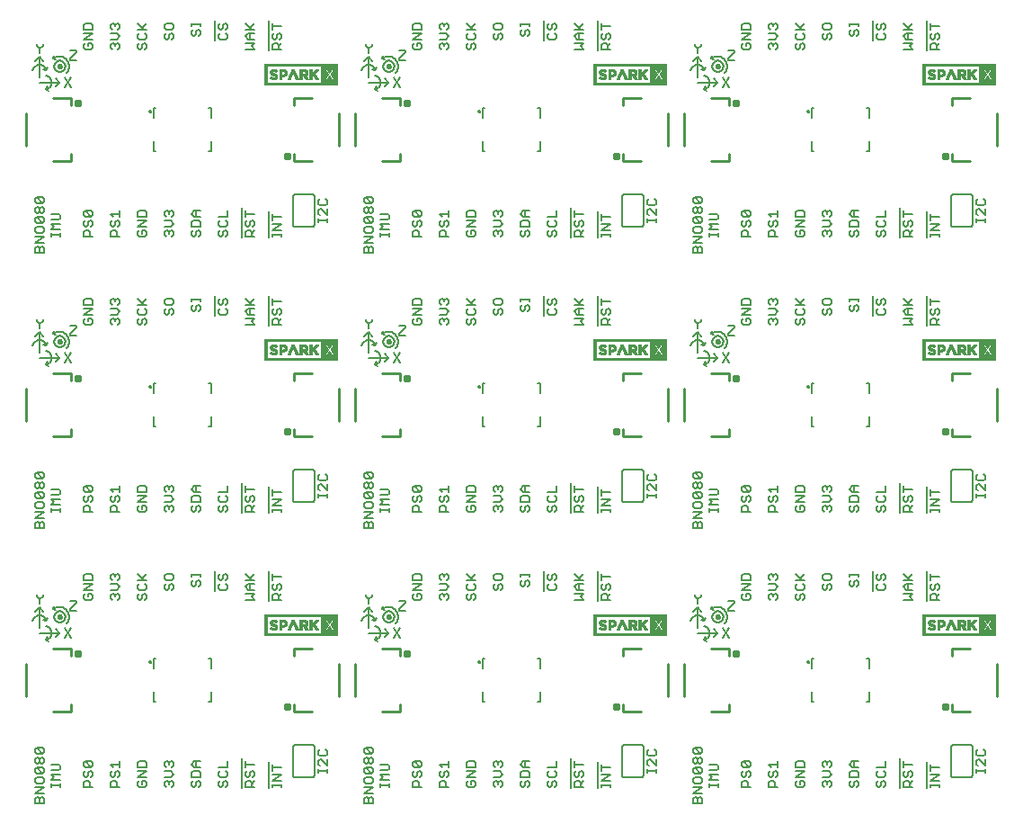
<source format=gto>
G75*
%MOIN*%
%OFA0B0*%
%FSLAX25Y25*%
%IPPOS*%
%LPD*%
%AMOC8*
5,1,8,0,0,1.08239X$1,22.5*
%
%ADD10C,0.00600*%
%ADD11C,0.01000*%
%ADD12C,0.00700*%
%ADD13C,0.01575*%
%ADD14C,0.00039*%
%ADD15C,0.00800*%
D10*
X0027797Y0091751D02*
X0027797Y0093452D01*
X0028364Y0094019D01*
X0028931Y0094019D01*
X0029499Y0093452D01*
X0029499Y0091751D01*
X0031200Y0091751D02*
X0031200Y0093452D01*
X0030633Y0094019D01*
X0030066Y0094019D01*
X0029499Y0093452D01*
X0031200Y0091751D02*
X0027797Y0091751D01*
X0027797Y0095434D02*
X0031200Y0097702D01*
X0027797Y0097702D01*
X0028364Y0099117D02*
X0030633Y0099117D01*
X0031200Y0099684D01*
X0031200Y0100818D01*
X0030633Y0101385D01*
X0028364Y0101385D01*
X0027797Y0100818D01*
X0027797Y0099684D01*
X0028364Y0099117D01*
X0028364Y0102800D02*
X0027797Y0103367D01*
X0027797Y0104501D01*
X0028364Y0105069D01*
X0030633Y0102800D01*
X0031200Y0103367D01*
X0031200Y0104501D01*
X0030633Y0105069D01*
X0028364Y0105069D01*
X0028364Y0106483D02*
X0028931Y0106483D01*
X0029499Y0107050D01*
X0029499Y0108185D01*
X0030066Y0108752D01*
X0030633Y0108752D01*
X0031200Y0108185D01*
X0031200Y0107050D01*
X0030633Y0106483D01*
X0030066Y0106483D01*
X0029499Y0107050D01*
X0029499Y0108185D02*
X0028931Y0108752D01*
X0028364Y0108752D01*
X0027797Y0108185D01*
X0027797Y0107050D01*
X0028364Y0106483D01*
X0028364Y0102800D02*
X0030633Y0102800D01*
X0033797Y0102613D02*
X0034931Y0101479D01*
X0033797Y0100345D01*
X0037200Y0100345D01*
X0037200Y0099023D02*
X0037200Y0097889D01*
X0037200Y0098456D02*
X0033797Y0098456D01*
X0033797Y0097889D02*
X0033797Y0099023D01*
X0033797Y0102613D02*
X0037200Y0102613D01*
X0036633Y0104028D02*
X0037200Y0104595D01*
X0037200Y0105729D01*
X0036633Y0106296D01*
X0033797Y0106296D01*
X0033797Y0104028D02*
X0036633Y0104028D01*
X0030633Y0110166D02*
X0028364Y0112435D01*
X0030633Y0112435D01*
X0031200Y0111868D01*
X0031200Y0110733D01*
X0030633Y0110166D01*
X0028364Y0110166D01*
X0027797Y0110733D01*
X0027797Y0111868D01*
X0028364Y0112435D01*
X0027797Y0095434D02*
X0031200Y0095434D01*
X0045797Y0097800D02*
X0045797Y0099501D01*
X0046364Y0100069D01*
X0047499Y0100069D01*
X0048066Y0099501D01*
X0048066Y0097800D01*
X0049200Y0097800D02*
X0045797Y0097800D01*
X0046364Y0101483D02*
X0046931Y0101483D01*
X0047499Y0102050D01*
X0047499Y0103185D01*
X0048066Y0103752D01*
X0048633Y0103752D01*
X0049200Y0103185D01*
X0049200Y0102050D01*
X0048633Y0101483D01*
X0046364Y0101483D02*
X0045797Y0102050D01*
X0045797Y0103185D01*
X0046364Y0103752D01*
X0046364Y0105166D02*
X0045797Y0105733D01*
X0045797Y0106868D01*
X0046364Y0107435D01*
X0048633Y0105166D01*
X0049200Y0105733D01*
X0049200Y0106868D01*
X0048633Y0107435D01*
X0046364Y0107435D01*
X0046364Y0105166D02*
X0048633Y0105166D01*
X0055797Y0106301D02*
X0056931Y0105166D01*
X0056364Y0103752D02*
X0055797Y0103185D01*
X0055797Y0102050D01*
X0056364Y0101483D01*
X0056931Y0101483D01*
X0057499Y0102050D01*
X0057499Y0103185D01*
X0058066Y0103752D01*
X0058633Y0103752D01*
X0059200Y0103185D01*
X0059200Y0102050D01*
X0058633Y0101483D01*
X0057499Y0100069D02*
X0058066Y0099501D01*
X0058066Y0097800D01*
X0059200Y0097800D02*
X0055797Y0097800D01*
X0055797Y0099501D01*
X0056364Y0100069D01*
X0057499Y0100069D01*
X0059200Y0105166D02*
X0059200Y0107435D01*
X0059200Y0106301D02*
X0055797Y0106301D01*
X0065797Y0106868D02*
X0065797Y0105166D01*
X0069200Y0105166D01*
X0069200Y0106868D01*
X0068633Y0107435D01*
X0066364Y0107435D01*
X0065797Y0106868D01*
X0065797Y0103752D02*
X0069200Y0103752D01*
X0065797Y0101483D01*
X0069200Y0101483D01*
X0068633Y0100069D02*
X0067499Y0100069D01*
X0067499Y0098934D01*
X0068633Y0097800D02*
X0066364Y0097800D01*
X0065797Y0098367D01*
X0065797Y0099501D01*
X0066364Y0100069D01*
X0068633Y0100069D02*
X0069200Y0099501D01*
X0069200Y0098367D01*
X0068633Y0097800D01*
X0075797Y0098367D02*
X0075797Y0099501D01*
X0076364Y0100069D01*
X0076931Y0100069D01*
X0077499Y0099501D01*
X0078066Y0100069D01*
X0078633Y0100069D01*
X0079200Y0099501D01*
X0079200Y0098367D01*
X0078633Y0097800D01*
X0077499Y0098934D02*
X0077499Y0099501D01*
X0076364Y0097800D02*
X0075797Y0098367D01*
X0075797Y0101483D02*
X0078066Y0101483D01*
X0079200Y0102617D01*
X0078066Y0103752D01*
X0075797Y0103752D01*
X0076364Y0105166D02*
X0075797Y0105733D01*
X0075797Y0106868D01*
X0076364Y0107435D01*
X0076931Y0107435D01*
X0077499Y0106868D01*
X0078066Y0107435D01*
X0078633Y0107435D01*
X0079200Y0106868D01*
X0079200Y0105733D01*
X0078633Y0105166D01*
X0077499Y0106301D02*
X0077499Y0106868D01*
X0085797Y0106301D02*
X0086931Y0107435D01*
X0089200Y0107435D01*
X0087499Y0107435D02*
X0087499Y0105166D01*
X0086931Y0105166D02*
X0085797Y0106301D01*
X0086931Y0105166D02*
X0089200Y0105166D01*
X0088633Y0103752D02*
X0086364Y0103752D01*
X0085797Y0103185D01*
X0085797Y0101483D01*
X0089200Y0101483D01*
X0089200Y0103185D01*
X0088633Y0103752D01*
X0088633Y0100069D02*
X0089200Y0099501D01*
X0089200Y0098367D01*
X0088633Y0097800D01*
X0087499Y0098367D02*
X0087499Y0099501D01*
X0088066Y0100069D01*
X0088633Y0100069D01*
X0087499Y0098367D02*
X0086931Y0097800D01*
X0086364Y0097800D01*
X0085797Y0098367D01*
X0085797Y0099501D01*
X0086364Y0100069D01*
X0095797Y0099501D02*
X0095797Y0098367D01*
X0096364Y0097800D01*
X0096931Y0097800D01*
X0097499Y0098367D01*
X0097499Y0099501D01*
X0098066Y0100069D01*
X0098633Y0100069D01*
X0099200Y0099501D01*
X0099200Y0098367D01*
X0098633Y0097800D01*
X0096364Y0100069D02*
X0095797Y0099501D01*
X0096364Y0101483D02*
X0098633Y0101483D01*
X0099200Y0102050D01*
X0099200Y0103185D01*
X0098633Y0103752D01*
X0099200Y0105166D02*
X0099200Y0107435D01*
X0099200Y0105166D02*
X0095797Y0105166D01*
X0096364Y0103752D02*
X0095797Y0103185D01*
X0095797Y0102050D01*
X0096364Y0101483D01*
X0104600Y0097500D02*
X0104600Y0108549D01*
X0105797Y0107435D02*
X0105797Y0105166D01*
X0105797Y0106301D02*
X0109200Y0106301D01*
X0108633Y0103752D02*
X0109200Y0103185D01*
X0109200Y0102050D01*
X0108633Y0101483D01*
X0107499Y0102050D02*
X0107499Y0103185D01*
X0108066Y0103752D01*
X0108633Y0103752D01*
X0107499Y0102050D02*
X0106931Y0101483D01*
X0106364Y0101483D01*
X0105797Y0102050D01*
X0105797Y0103185D01*
X0106364Y0103752D01*
X0106364Y0100069D02*
X0107499Y0100069D01*
X0108066Y0099501D01*
X0108066Y0097800D01*
X0109200Y0097800D02*
X0105797Y0097800D01*
X0105797Y0099501D01*
X0106364Y0100069D01*
X0108066Y0098934D02*
X0109200Y0100069D01*
X0114600Y0097500D02*
X0114600Y0107322D01*
X0115797Y0106207D02*
X0115797Y0103939D01*
X0115797Y0105073D02*
X0119200Y0105073D01*
X0119200Y0102524D02*
X0115797Y0102524D01*
X0115797Y0100255D02*
X0119200Y0102524D01*
X0119200Y0100255D02*
X0115797Y0100255D01*
X0115797Y0098934D02*
X0115797Y0097800D01*
X0115797Y0098367D02*
X0119200Y0098367D01*
X0119200Y0097800D02*
X0119200Y0098934D01*
X0123500Y0102500D02*
X0123500Y0112500D01*
X0123502Y0112560D01*
X0123507Y0112621D01*
X0123516Y0112680D01*
X0123529Y0112739D01*
X0123545Y0112798D01*
X0123565Y0112855D01*
X0123588Y0112910D01*
X0123615Y0112965D01*
X0123644Y0113017D01*
X0123677Y0113068D01*
X0123713Y0113117D01*
X0123751Y0113163D01*
X0123793Y0113207D01*
X0123837Y0113249D01*
X0123883Y0113287D01*
X0123932Y0113323D01*
X0123983Y0113356D01*
X0124035Y0113385D01*
X0124090Y0113412D01*
X0124145Y0113435D01*
X0124202Y0113455D01*
X0124261Y0113471D01*
X0124320Y0113484D01*
X0124379Y0113493D01*
X0124440Y0113498D01*
X0124500Y0113500D01*
X0130500Y0113500D01*
X0130560Y0113498D01*
X0130621Y0113493D01*
X0130680Y0113484D01*
X0130739Y0113471D01*
X0130798Y0113455D01*
X0130855Y0113435D01*
X0130910Y0113412D01*
X0130965Y0113385D01*
X0131017Y0113356D01*
X0131068Y0113323D01*
X0131117Y0113287D01*
X0131163Y0113249D01*
X0131207Y0113207D01*
X0131249Y0113163D01*
X0131287Y0113117D01*
X0131323Y0113068D01*
X0131356Y0113017D01*
X0131385Y0112965D01*
X0131412Y0112910D01*
X0131435Y0112855D01*
X0131455Y0112798D01*
X0131471Y0112739D01*
X0131484Y0112680D01*
X0131493Y0112621D01*
X0131498Y0112560D01*
X0131500Y0112500D01*
X0131500Y0102500D01*
X0131498Y0102440D01*
X0131493Y0102379D01*
X0131484Y0102320D01*
X0131471Y0102261D01*
X0131455Y0102202D01*
X0131435Y0102145D01*
X0131412Y0102090D01*
X0131385Y0102035D01*
X0131356Y0101983D01*
X0131323Y0101932D01*
X0131287Y0101883D01*
X0131249Y0101837D01*
X0131207Y0101793D01*
X0131163Y0101751D01*
X0131117Y0101713D01*
X0131068Y0101677D01*
X0131017Y0101644D01*
X0130965Y0101615D01*
X0130910Y0101588D01*
X0130855Y0101565D01*
X0130798Y0101545D01*
X0130739Y0101529D01*
X0130680Y0101516D01*
X0130621Y0101507D01*
X0130560Y0101502D01*
X0130500Y0101500D01*
X0124500Y0101500D01*
X0124440Y0101502D01*
X0124379Y0101507D01*
X0124320Y0101516D01*
X0124261Y0101529D01*
X0124202Y0101545D01*
X0124145Y0101565D01*
X0124090Y0101588D01*
X0124035Y0101615D01*
X0123983Y0101644D01*
X0123932Y0101677D01*
X0123883Y0101713D01*
X0123837Y0101751D01*
X0123793Y0101793D01*
X0123751Y0101837D01*
X0123713Y0101883D01*
X0123677Y0101932D01*
X0123644Y0101983D01*
X0123615Y0102035D01*
X0123588Y0102090D01*
X0123565Y0102145D01*
X0123545Y0102202D01*
X0123529Y0102261D01*
X0123516Y0102320D01*
X0123507Y0102379D01*
X0123502Y0102440D01*
X0123500Y0102500D01*
X0132797Y0103300D02*
X0132797Y0104434D01*
X0132797Y0103867D02*
X0136200Y0103867D01*
X0136200Y0103300D02*
X0136200Y0104434D01*
X0136200Y0105755D02*
X0133931Y0108024D01*
X0133364Y0108024D01*
X0132797Y0107457D01*
X0132797Y0106323D01*
X0133364Y0105755D01*
X0136200Y0105755D02*
X0136200Y0108024D01*
X0135633Y0109439D02*
X0136200Y0110006D01*
X0136200Y0111140D01*
X0135633Y0111707D01*
X0135633Y0109439D02*
X0133364Y0109439D01*
X0132797Y0110006D01*
X0132797Y0111140D01*
X0133364Y0111707D01*
X0149797Y0111868D02*
X0150364Y0112435D01*
X0152633Y0110166D01*
X0153200Y0110733D01*
X0153200Y0111868D01*
X0152633Y0112435D01*
X0150364Y0112435D01*
X0149797Y0111868D02*
X0149797Y0110733D01*
X0150364Y0110166D01*
X0152633Y0110166D01*
X0152633Y0108752D02*
X0153200Y0108185D01*
X0153200Y0107050D01*
X0152633Y0106483D01*
X0152066Y0106483D01*
X0151499Y0107050D01*
X0151499Y0108185D01*
X0152066Y0108752D01*
X0152633Y0108752D01*
X0151499Y0108185D02*
X0150931Y0108752D01*
X0150364Y0108752D01*
X0149797Y0108185D01*
X0149797Y0107050D01*
X0150364Y0106483D01*
X0150931Y0106483D01*
X0151499Y0107050D01*
X0152633Y0105069D02*
X0153200Y0104501D01*
X0153200Y0103367D01*
X0152633Y0102800D01*
X0150364Y0105069D01*
X0152633Y0105069D01*
X0150364Y0105069D02*
X0149797Y0104501D01*
X0149797Y0103367D01*
X0150364Y0102800D01*
X0152633Y0102800D01*
X0152633Y0101385D02*
X0150364Y0101385D01*
X0149797Y0100818D01*
X0149797Y0099684D01*
X0150364Y0099117D01*
X0152633Y0099117D01*
X0153200Y0099684D01*
X0153200Y0100818D01*
X0152633Y0101385D01*
X0155797Y0100345D02*
X0156931Y0101479D01*
X0155797Y0102613D01*
X0159200Y0102613D01*
X0158633Y0104028D02*
X0159200Y0104595D01*
X0159200Y0105729D01*
X0158633Y0106296D01*
X0155797Y0106296D01*
X0155797Y0104028D02*
X0158633Y0104028D01*
X0159200Y0100345D02*
X0155797Y0100345D01*
X0155797Y0099023D02*
X0155797Y0097889D01*
X0155797Y0098456D02*
X0159200Y0098456D01*
X0159200Y0097889D02*
X0159200Y0099023D01*
X0153200Y0097702D02*
X0149797Y0095434D01*
X0153200Y0095434D01*
X0152633Y0094019D02*
X0153200Y0093452D01*
X0153200Y0091751D01*
X0149797Y0091751D01*
X0149797Y0093452D01*
X0150364Y0094019D01*
X0150931Y0094019D01*
X0151499Y0093452D01*
X0151499Y0091751D01*
X0151499Y0093452D02*
X0152066Y0094019D01*
X0152633Y0094019D01*
X0153200Y0097702D02*
X0149797Y0097702D01*
X0167797Y0097800D02*
X0167797Y0099501D01*
X0168364Y0100069D01*
X0169499Y0100069D01*
X0170066Y0099501D01*
X0170066Y0097800D01*
X0171200Y0097800D02*
X0167797Y0097800D01*
X0168364Y0101483D02*
X0168931Y0101483D01*
X0169499Y0102050D01*
X0169499Y0103185D01*
X0170066Y0103752D01*
X0170633Y0103752D01*
X0171200Y0103185D01*
X0171200Y0102050D01*
X0170633Y0101483D01*
X0168364Y0101483D02*
X0167797Y0102050D01*
X0167797Y0103185D01*
X0168364Y0103752D01*
X0168364Y0105166D02*
X0167797Y0105733D01*
X0167797Y0106868D01*
X0168364Y0107435D01*
X0170633Y0105166D01*
X0171200Y0105733D01*
X0171200Y0106868D01*
X0170633Y0107435D01*
X0168364Y0107435D01*
X0168364Y0105166D02*
X0170633Y0105166D01*
X0177797Y0106301D02*
X0178931Y0105166D01*
X0178364Y0103752D02*
X0177797Y0103185D01*
X0177797Y0102050D01*
X0178364Y0101483D01*
X0178931Y0101483D01*
X0179499Y0102050D01*
X0179499Y0103185D01*
X0180066Y0103752D01*
X0180633Y0103752D01*
X0181200Y0103185D01*
X0181200Y0102050D01*
X0180633Y0101483D01*
X0179499Y0100069D02*
X0180066Y0099501D01*
X0180066Y0097800D01*
X0181200Y0097800D02*
X0177797Y0097800D01*
X0177797Y0099501D01*
X0178364Y0100069D01*
X0179499Y0100069D01*
X0181200Y0105166D02*
X0181200Y0107435D01*
X0181200Y0106301D02*
X0177797Y0106301D01*
X0187797Y0106868D02*
X0187797Y0105166D01*
X0191200Y0105166D01*
X0191200Y0106868D01*
X0190633Y0107435D01*
X0188364Y0107435D01*
X0187797Y0106868D01*
X0187797Y0103752D02*
X0191200Y0103752D01*
X0187797Y0101483D01*
X0191200Y0101483D01*
X0190633Y0100069D02*
X0189499Y0100069D01*
X0189499Y0098934D01*
X0190633Y0097800D02*
X0188364Y0097800D01*
X0187797Y0098367D01*
X0187797Y0099501D01*
X0188364Y0100069D01*
X0190633Y0100069D02*
X0191200Y0099501D01*
X0191200Y0098367D01*
X0190633Y0097800D01*
X0197797Y0098367D02*
X0197797Y0099501D01*
X0198364Y0100069D01*
X0198931Y0100069D01*
X0199499Y0099501D01*
X0200066Y0100069D01*
X0200633Y0100069D01*
X0201200Y0099501D01*
X0201200Y0098367D01*
X0200633Y0097800D01*
X0199499Y0098934D02*
X0199499Y0099501D01*
X0198364Y0097800D02*
X0197797Y0098367D01*
X0197797Y0101483D02*
X0200066Y0101483D01*
X0201200Y0102617D01*
X0200066Y0103752D01*
X0197797Y0103752D01*
X0198364Y0105166D02*
X0197797Y0105733D01*
X0197797Y0106868D01*
X0198364Y0107435D01*
X0198931Y0107435D01*
X0199499Y0106868D01*
X0200066Y0107435D01*
X0200633Y0107435D01*
X0201200Y0106868D01*
X0201200Y0105733D01*
X0200633Y0105166D01*
X0199499Y0106301D02*
X0199499Y0106868D01*
X0207797Y0106301D02*
X0208931Y0107435D01*
X0211200Y0107435D01*
X0209499Y0107435D02*
X0209499Y0105166D01*
X0208931Y0105166D02*
X0207797Y0106301D01*
X0208931Y0105166D02*
X0211200Y0105166D01*
X0210633Y0103752D02*
X0208364Y0103752D01*
X0207797Y0103185D01*
X0207797Y0101483D01*
X0211200Y0101483D01*
X0211200Y0103185D01*
X0210633Y0103752D01*
X0210633Y0100069D02*
X0211200Y0099501D01*
X0211200Y0098367D01*
X0210633Y0097800D01*
X0209499Y0098367D02*
X0209499Y0099501D01*
X0210066Y0100069D01*
X0210633Y0100069D01*
X0209499Y0098367D02*
X0208931Y0097800D01*
X0208364Y0097800D01*
X0207797Y0098367D01*
X0207797Y0099501D01*
X0208364Y0100069D01*
X0217797Y0099501D02*
X0217797Y0098367D01*
X0218364Y0097800D01*
X0218931Y0097800D01*
X0219499Y0098367D01*
X0219499Y0099501D01*
X0220066Y0100069D01*
X0220633Y0100069D01*
X0221200Y0099501D01*
X0221200Y0098367D01*
X0220633Y0097800D01*
X0218364Y0100069D02*
X0217797Y0099501D01*
X0218364Y0101483D02*
X0220633Y0101483D01*
X0221200Y0102050D01*
X0221200Y0103185D01*
X0220633Y0103752D01*
X0221200Y0105166D02*
X0221200Y0107435D01*
X0221200Y0105166D02*
X0217797Y0105166D01*
X0218364Y0103752D02*
X0217797Y0103185D01*
X0217797Y0102050D01*
X0218364Y0101483D01*
X0226600Y0097500D02*
X0226600Y0108549D01*
X0227797Y0107435D02*
X0227797Y0105166D01*
X0227797Y0106301D02*
X0231200Y0106301D01*
X0230633Y0103752D02*
X0231200Y0103185D01*
X0231200Y0102050D01*
X0230633Y0101483D01*
X0229499Y0102050D02*
X0229499Y0103185D01*
X0230066Y0103752D01*
X0230633Y0103752D01*
X0229499Y0102050D02*
X0228931Y0101483D01*
X0228364Y0101483D01*
X0227797Y0102050D01*
X0227797Y0103185D01*
X0228364Y0103752D01*
X0228364Y0100069D02*
X0229499Y0100069D01*
X0230066Y0099501D01*
X0230066Y0097800D01*
X0231200Y0097800D02*
X0227797Y0097800D01*
X0227797Y0099501D01*
X0228364Y0100069D01*
X0230066Y0098934D02*
X0231200Y0100069D01*
X0236600Y0097500D02*
X0236600Y0107322D01*
X0237797Y0106207D02*
X0237797Y0103939D01*
X0237797Y0105073D02*
X0241200Y0105073D01*
X0241200Y0102524D02*
X0237797Y0102524D01*
X0237797Y0100255D02*
X0241200Y0102524D01*
X0241200Y0100255D02*
X0237797Y0100255D01*
X0237797Y0098934D02*
X0237797Y0097800D01*
X0237797Y0098367D02*
X0241200Y0098367D01*
X0241200Y0097800D02*
X0241200Y0098934D01*
X0245500Y0102500D02*
X0245500Y0112500D01*
X0245502Y0112560D01*
X0245507Y0112621D01*
X0245516Y0112680D01*
X0245529Y0112739D01*
X0245545Y0112798D01*
X0245565Y0112855D01*
X0245588Y0112910D01*
X0245615Y0112965D01*
X0245644Y0113017D01*
X0245677Y0113068D01*
X0245713Y0113117D01*
X0245751Y0113163D01*
X0245793Y0113207D01*
X0245837Y0113249D01*
X0245883Y0113287D01*
X0245932Y0113323D01*
X0245983Y0113356D01*
X0246035Y0113385D01*
X0246090Y0113412D01*
X0246145Y0113435D01*
X0246202Y0113455D01*
X0246261Y0113471D01*
X0246320Y0113484D01*
X0246379Y0113493D01*
X0246440Y0113498D01*
X0246500Y0113500D01*
X0252500Y0113500D01*
X0252560Y0113498D01*
X0252621Y0113493D01*
X0252680Y0113484D01*
X0252739Y0113471D01*
X0252798Y0113455D01*
X0252855Y0113435D01*
X0252910Y0113412D01*
X0252965Y0113385D01*
X0253017Y0113356D01*
X0253068Y0113323D01*
X0253117Y0113287D01*
X0253163Y0113249D01*
X0253207Y0113207D01*
X0253249Y0113163D01*
X0253287Y0113117D01*
X0253323Y0113068D01*
X0253356Y0113017D01*
X0253385Y0112965D01*
X0253412Y0112910D01*
X0253435Y0112855D01*
X0253455Y0112798D01*
X0253471Y0112739D01*
X0253484Y0112680D01*
X0253493Y0112621D01*
X0253498Y0112560D01*
X0253500Y0112500D01*
X0253500Y0102500D01*
X0253498Y0102440D01*
X0253493Y0102379D01*
X0253484Y0102320D01*
X0253471Y0102261D01*
X0253455Y0102202D01*
X0253435Y0102145D01*
X0253412Y0102090D01*
X0253385Y0102035D01*
X0253356Y0101983D01*
X0253323Y0101932D01*
X0253287Y0101883D01*
X0253249Y0101837D01*
X0253207Y0101793D01*
X0253163Y0101751D01*
X0253117Y0101713D01*
X0253068Y0101677D01*
X0253017Y0101644D01*
X0252965Y0101615D01*
X0252910Y0101588D01*
X0252855Y0101565D01*
X0252798Y0101545D01*
X0252739Y0101529D01*
X0252680Y0101516D01*
X0252621Y0101507D01*
X0252560Y0101502D01*
X0252500Y0101500D01*
X0246500Y0101500D01*
X0246440Y0101502D01*
X0246379Y0101507D01*
X0246320Y0101516D01*
X0246261Y0101529D01*
X0246202Y0101545D01*
X0246145Y0101565D01*
X0246090Y0101588D01*
X0246035Y0101615D01*
X0245983Y0101644D01*
X0245932Y0101677D01*
X0245883Y0101713D01*
X0245837Y0101751D01*
X0245793Y0101793D01*
X0245751Y0101837D01*
X0245713Y0101883D01*
X0245677Y0101932D01*
X0245644Y0101983D01*
X0245615Y0102035D01*
X0245588Y0102090D01*
X0245565Y0102145D01*
X0245545Y0102202D01*
X0245529Y0102261D01*
X0245516Y0102320D01*
X0245507Y0102379D01*
X0245502Y0102440D01*
X0245500Y0102500D01*
X0254797Y0103300D02*
X0254797Y0104434D01*
X0254797Y0103867D02*
X0258200Y0103867D01*
X0258200Y0103300D02*
X0258200Y0104434D01*
X0258200Y0105755D02*
X0255931Y0108024D01*
X0255364Y0108024D01*
X0254797Y0107457D01*
X0254797Y0106323D01*
X0255364Y0105755D01*
X0258200Y0105755D02*
X0258200Y0108024D01*
X0257633Y0109439D02*
X0258200Y0110006D01*
X0258200Y0111140D01*
X0257633Y0111707D01*
X0257633Y0109439D02*
X0255364Y0109439D01*
X0254797Y0110006D01*
X0254797Y0111140D01*
X0255364Y0111707D01*
X0271797Y0111868D02*
X0272364Y0112435D01*
X0274633Y0110166D01*
X0275200Y0110733D01*
X0275200Y0111868D01*
X0274633Y0112435D01*
X0272364Y0112435D01*
X0271797Y0111868D02*
X0271797Y0110733D01*
X0272364Y0110166D01*
X0274633Y0110166D01*
X0274633Y0108752D02*
X0275200Y0108185D01*
X0275200Y0107050D01*
X0274633Y0106483D01*
X0274066Y0106483D01*
X0273499Y0107050D01*
X0273499Y0108185D01*
X0274066Y0108752D01*
X0274633Y0108752D01*
X0273499Y0108185D02*
X0272931Y0108752D01*
X0272364Y0108752D01*
X0271797Y0108185D01*
X0271797Y0107050D01*
X0272364Y0106483D01*
X0272931Y0106483D01*
X0273499Y0107050D01*
X0274633Y0105069D02*
X0275200Y0104501D01*
X0275200Y0103367D01*
X0274633Y0102800D01*
X0272364Y0105069D01*
X0274633Y0105069D01*
X0272364Y0105069D02*
X0271797Y0104501D01*
X0271797Y0103367D01*
X0272364Y0102800D01*
X0274633Y0102800D01*
X0274633Y0101385D02*
X0272364Y0101385D01*
X0271797Y0100818D01*
X0271797Y0099684D01*
X0272364Y0099117D01*
X0274633Y0099117D01*
X0275200Y0099684D01*
X0275200Y0100818D01*
X0274633Y0101385D01*
X0277797Y0100345D02*
X0278931Y0101479D01*
X0277797Y0102613D01*
X0281200Y0102613D01*
X0280633Y0104028D02*
X0281200Y0104595D01*
X0281200Y0105729D01*
X0280633Y0106296D01*
X0277797Y0106296D01*
X0277797Y0104028D02*
X0280633Y0104028D01*
X0281200Y0100345D02*
X0277797Y0100345D01*
X0277797Y0099023D02*
X0277797Y0097889D01*
X0277797Y0098456D02*
X0281200Y0098456D01*
X0281200Y0097889D02*
X0281200Y0099023D01*
X0289797Y0099501D02*
X0290364Y0100069D01*
X0291499Y0100069D01*
X0292066Y0099501D01*
X0292066Y0097800D01*
X0293200Y0097800D02*
X0289797Y0097800D01*
X0289797Y0099501D01*
X0290364Y0101483D02*
X0289797Y0102050D01*
X0289797Y0103185D01*
X0290364Y0103752D01*
X0291499Y0103185D02*
X0292066Y0103752D01*
X0292633Y0103752D01*
X0293200Y0103185D01*
X0293200Y0102050D01*
X0292633Y0101483D01*
X0291499Y0102050D02*
X0291499Y0103185D01*
X0291499Y0102050D02*
X0290931Y0101483D01*
X0290364Y0101483D01*
X0290364Y0105166D02*
X0289797Y0105733D01*
X0289797Y0106868D01*
X0290364Y0107435D01*
X0292633Y0105166D01*
X0293200Y0105733D01*
X0293200Y0106868D01*
X0292633Y0107435D01*
X0290364Y0107435D01*
X0290364Y0105166D02*
X0292633Y0105166D01*
X0299797Y0106301D02*
X0300931Y0105166D01*
X0300364Y0103752D02*
X0299797Y0103185D01*
X0299797Y0102050D01*
X0300364Y0101483D01*
X0300931Y0101483D01*
X0301499Y0102050D01*
X0301499Y0103185D01*
X0302066Y0103752D01*
X0302633Y0103752D01*
X0303200Y0103185D01*
X0303200Y0102050D01*
X0302633Y0101483D01*
X0301499Y0100069D02*
X0302066Y0099501D01*
X0302066Y0097800D01*
X0303200Y0097800D02*
X0299797Y0097800D01*
X0299797Y0099501D01*
X0300364Y0100069D01*
X0301499Y0100069D01*
X0303200Y0105166D02*
X0303200Y0107435D01*
X0303200Y0106301D02*
X0299797Y0106301D01*
X0309797Y0106868D02*
X0309797Y0105166D01*
X0313200Y0105166D01*
X0313200Y0106868D01*
X0312633Y0107435D01*
X0310364Y0107435D01*
X0309797Y0106868D01*
X0309797Y0103752D02*
X0313200Y0103752D01*
X0309797Y0101483D01*
X0313200Y0101483D01*
X0312633Y0100069D02*
X0311499Y0100069D01*
X0311499Y0098934D01*
X0312633Y0097800D02*
X0313200Y0098367D01*
X0313200Y0099501D01*
X0312633Y0100069D01*
X0310364Y0100069D02*
X0309797Y0099501D01*
X0309797Y0098367D01*
X0310364Y0097800D01*
X0312633Y0097800D01*
X0319797Y0098367D02*
X0319797Y0099501D01*
X0320364Y0100069D01*
X0320931Y0100069D01*
X0321499Y0099501D01*
X0322066Y0100069D01*
X0322633Y0100069D01*
X0323200Y0099501D01*
X0323200Y0098367D01*
X0322633Y0097800D01*
X0321499Y0098934D02*
X0321499Y0099501D01*
X0320364Y0097800D02*
X0319797Y0098367D01*
X0319797Y0101483D02*
X0322066Y0101483D01*
X0323200Y0102617D01*
X0322066Y0103752D01*
X0319797Y0103752D01*
X0320364Y0105166D02*
X0319797Y0105733D01*
X0319797Y0106868D01*
X0320364Y0107435D01*
X0320931Y0107435D01*
X0321499Y0106868D01*
X0322066Y0107435D01*
X0322633Y0107435D01*
X0323200Y0106868D01*
X0323200Y0105733D01*
X0322633Y0105166D01*
X0321499Y0106301D02*
X0321499Y0106868D01*
X0329797Y0106301D02*
X0330931Y0105166D01*
X0333200Y0105166D01*
X0332633Y0103752D02*
X0330364Y0103752D01*
X0329797Y0103185D01*
X0329797Y0101483D01*
X0333200Y0101483D01*
X0333200Y0103185D01*
X0332633Y0103752D01*
X0331499Y0105166D02*
X0331499Y0107435D01*
X0330931Y0107435D02*
X0333200Y0107435D01*
X0330931Y0107435D02*
X0329797Y0106301D01*
X0330364Y0100069D02*
X0329797Y0099501D01*
X0329797Y0098367D01*
X0330364Y0097800D01*
X0330931Y0097800D01*
X0331499Y0098367D01*
X0331499Y0099501D01*
X0332066Y0100069D01*
X0332633Y0100069D01*
X0333200Y0099501D01*
X0333200Y0098367D01*
X0332633Y0097800D01*
X0339797Y0098367D02*
X0340364Y0097800D01*
X0340931Y0097800D01*
X0341499Y0098367D01*
X0341499Y0099501D01*
X0342066Y0100069D01*
X0342633Y0100069D01*
X0343200Y0099501D01*
X0343200Y0098367D01*
X0342633Y0097800D01*
X0339797Y0098367D02*
X0339797Y0099501D01*
X0340364Y0100069D01*
X0340364Y0101483D02*
X0339797Y0102050D01*
X0339797Y0103185D01*
X0340364Y0103752D01*
X0339797Y0105166D02*
X0343200Y0105166D01*
X0343200Y0107435D01*
X0342633Y0103752D02*
X0343200Y0103185D01*
X0343200Y0102050D01*
X0342633Y0101483D01*
X0340364Y0101483D01*
X0348600Y0097500D02*
X0348600Y0108549D01*
X0349797Y0107435D02*
X0349797Y0105166D01*
X0349797Y0106301D02*
X0353200Y0106301D01*
X0352633Y0103752D02*
X0353200Y0103185D01*
X0353200Y0102050D01*
X0352633Y0101483D01*
X0351499Y0102050D02*
X0351499Y0103185D01*
X0352066Y0103752D01*
X0352633Y0103752D01*
X0351499Y0102050D02*
X0350931Y0101483D01*
X0350364Y0101483D01*
X0349797Y0102050D01*
X0349797Y0103185D01*
X0350364Y0103752D01*
X0350364Y0100069D02*
X0351499Y0100069D01*
X0352066Y0099501D01*
X0352066Y0097800D01*
X0353200Y0097800D02*
X0349797Y0097800D01*
X0349797Y0099501D01*
X0350364Y0100069D01*
X0352066Y0098934D02*
X0353200Y0100069D01*
X0358600Y0097500D02*
X0358600Y0107322D01*
X0359797Y0106207D02*
X0359797Y0103939D01*
X0359797Y0105073D02*
X0363200Y0105073D01*
X0363200Y0102524D02*
X0359797Y0102524D01*
X0359797Y0100255D02*
X0363200Y0102524D01*
X0363200Y0100255D02*
X0359797Y0100255D01*
X0359797Y0098934D02*
X0359797Y0097800D01*
X0359797Y0098367D02*
X0363200Y0098367D01*
X0363200Y0097800D02*
X0363200Y0098934D01*
X0367500Y0102500D02*
X0367500Y0112500D01*
X0367502Y0112560D01*
X0367507Y0112621D01*
X0367516Y0112680D01*
X0367529Y0112739D01*
X0367545Y0112798D01*
X0367565Y0112855D01*
X0367588Y0112910D01*
X0367615Y0112965D01*
X0367644Y0113017D01*
X0367677Y0113068D01*
X0367713Y0113117D01*
X0367751Y0113163D01*
X0367793Y0113207D01*
X0367837Y0113249D01*
X0367883Y0113287D01*
X0367932Y0113323D01*
X0367983Y0113356D01*
X0368035Y0113385D01*
X0368090Y0113412D01*
X0368145Y0113435D01*
X0368202Y0113455D01*
X0368261Y0113471D01*
X0368320Y0113484D01*
X0368379Y0113493D01*
X0368440Y0113498D01*
X0368500Y0113500D01*
X0374500Y0113500D01*
X0374560Y0113498D01*
X0374621Y0113493D01*
X0374680Y0113484D01*
X0374739Y0113471D01*
X0374798Y0113455D01*
X0374855Y0113435D01*
X0374910Y0113412D01*
X0374965Y0113385D01*
X0375017Y0113356D01*
X0375068Y0113323D01*
X0375117Y0113287D01*
X0375163Y0113249D01*
X0375207Y0113207D01*
X0375249Y0113163D01*
X0375287Y0113117D01*
X0375323Y0113068D01*
X0375356Y0113017D01*
X0375385Y0112965D01*
X0375412Y0112910D01*
X0375435Y0112855D01*
X0375455Y0112798D01*
X0375471Y0112739D01*
X0375484Y0112680D01*
X0375493Y0112621D01*
X0375498Y0112560D01*
X0375500Y0112500D01*
X0375500Y0102500D01*
X0375498Y0102440D01*
X0375493Y0102379D01*
X0375484Y0102320D01*
X0375471Y0102261D01*
X0375455Y0102202D01*
X0375435Y0102145D01*
X0375412Y0102090D01*
X0375385Y0102035D01*
X0375356Y0101983D01*
X0375323Y0101932D01*
X0375287Y0101883D01*
X0375249Y0101837D01*
X0375207Y0101793D01*
X0375163Y0101751D01*
X0375117Y0101713D01*
X0375068Y0101677D01*
X0375017Y0101644D01*
X0374965Y0101615D01*
X0374910Y0101588D01*
X0374855Y0101565D01*
X0374798Y0101545D01*
X0374739Y0101529D01*
X0374680Y0101516D01*
X0374621Y0101507D01*
X0374560Y0101502D01*
X0374500Y0101500D01*
X0368500Y0101500D01*
X0368440Y0101502D01*
X0368379Y0101507D01*
X0368320Y0101516D01*
X0368261Y0101529D01*
X0368202Y0101545D01*
X0368145Y0101565D01*
X0368090Y0101588D01*
X0368035Y0101615D01*
X0367983Y0101644D01*
X0367932Y0101677D01*
X0367883Y0101713D01*
X0367837Y0101751D01*
X0367793Y0101793D01*
X0367751Y0101837D01*
X0367713Y0101883D01*
X0367677Y0101932D01*
X0367644Y0101983D01*
X0367615Y0102035D01*
X0367588Y0102090D01*
X0367565Y0102145D01*
X0367545Y0102202D01*
X0367529Y0102261D01*
X0367516Y0102320D01*
X0367507Y0102379D01*
X0367502Y0102440D01*
X0367500Y0102500D01*
X0376797Y0103300D02*
X0376797Y0104434D01*
X0376797Y0103867D02*
X0380200Y0103867D01*
X0380200Y0103300D02*
X0380200Y0104434D01*
X0380200Y0105755D02*
X0377931Y0108024D01*
X0377364Y0108024D01*
X0376797Y0107457D01*
X0376797Y0106323D01*
X0377364Y0105755D01*
X0380200Y0105755D02*
X0380200Y0108024D01*
X0379633Y0109439D02*
X0380200Y0110006D01*
X0380200Y0111140D01*
X0379633Y0111707D01*
X0379633Y0109439D02*
X0377364Y0109439D01*
X0376797Y0110006D01*
X0376797Y0111140D01*
X0377364Y0111707D01*
X0363200Y0167251D02*
X0359797Y0167251D01*
X0359797Y0168952D01*
X0360364Y0169519D01*
X0361499Y0169519D01*
X0362066Y0168952D01*
X0362066Y0167251D01*
X0362066Y0168385D02*
X0363200Y0169519D01*
X0362633Y0170934D02*
X0363200Y0171501D01*
X0363200Y0172635D01*
X0362633Y0173202D01*
X0362066Y0173202D01*
X0361499Y0172635D01*
X0361499Y0171501D01*
X0360931Y0170934D01*
X0360364Y0170934D01*
X0359797Y0171501D01*
X0359797Y0172635D01*
X0360364Y0173202D01*
X0359797Y0174617D02*
X0359797Y0176885D01*
X0359797Y0175751D02*
X0363200Y0175751D01*
X0358600Y0178000D02*
X0358600Y0166951D01*
X0353200Y0167251D02*
X0352066Y0168385D01*
X0353200Y0169519D01*
X0349797Y0169519D01*
X0350931Y0170934D02*
X0349797Y0172068D01*
X0350931Y0173202D01*
X0353200Y0173202D01*
X0353200Y0174617D02*
X0349797Y0174617D01*
X0351499Y0175184D02*
X0353200Y0176885D01*
X0352066Y0174617D02*
X0349797Y0176885D01*
X0351499Y0173202D02*
X0351499Y0170934D01*
X0350931Y0170934D02*
X0353200Y0170934D01*
X0353200Y0167251D02*
X0349797Y0167251D01*
X0343200Y0171501D02*
X0343200Y0172635D01*
X0342633Y0173202D01*
X0342633Y0174617D02*
X0343200Y0175184D01*
X0343200Y0176318D01*
X0342633Y0176885D01*
X0342066Y0176885D01*
X0341499Y0176318D01*
X0341499Y0175184D01*
X0340931Y0174617D01*
X0340364Y0174617D01*
X0339797Y0175184D01*
X0339797Y0176318D01*
X0340364Y0176885D01*
X0338600Y0178000D02*
X0338600Y0170634D01*
X0339797Y0171501D02*
X0340364Y0170934D01*
X0342633Y0170934D01*
X0343200Y0171501D01*
X0340364Y0173202D02*
X0339797Y0172635D01*
X0339797Y0171501D01*
X0333200Y0172729D02*
X0333200Y0173863D01*
X0332633Y0174430D01*
X0332066Y0174430D01*
X0331499Y0173863D01*
X0331499Y0172729D01*
X0330931Y0172161D01*
X0330364Y0172161D01*
X0329797Y0172729D01*
X0329797Y0173863D01*
X0330364Y0174430D01*
X0329797Y0175845D02*
X0329797Y0176979D01*
X0329797Y0176412D02*
X0333200Y0176412D01*
X0333200Y0175845D02*
X0333200Y0176979D01*
X0333200Y0172729D02*
X0332633Y0172161D01*
X0323200Y0172635D02*
X0323200Y0171501D01*
X0322633Y0170934D01*
X0321499Y0171501D02*
X0321499Y0172635D01*
X0322066Y0173202D01*
X0322633Y0173202D01*
X0323200Y0172635D01*
X0321499Y0171501D02*
X0320931Y0170934D01*
X0320364Y0170934D01*
X0319797Y0171501D01*
X0319797Y0172635D01*
X0320364Y0173202D01*
X0320364Y0174617D02*
X0322633Y0174617D01*
X0323200Y0175184D01*
X0323200Y0176318D01*
X0322633Y0176885D01*
X0320364Y0176885D01*
X0319797Y0176318D01*
X0319797Y0175184D01*
X0320364Y0174617D01*
X0313200Y0174617D02*
X0309797Y0174617D01*
X0310364Y0173202D02*
X0309797Y0172635D01*
X0309797Y0171501D01*
X0310364Y0170934D01*
X0312633Y0170934D01*
X0313200Y0171501D01*
X0313200Y0172635D01*
X0312633Y0173202D01*
X0312066Y0174617D02*
X0309797Y0176885D01*
X0311499Y0175184D02*
X0313200Y0176885D01*
X0312633Y0169519D02*
X0313200Y0168952D01*
X0313200Y0167818D01*
X0312633Y0167251D01*
X0311499Y0167818D02*
X0311499Y0168952D01*
X0312066Y0169519D01*
X0312633Y0169519D01*
X0311499Y0167818D02*
X0310931Y0167251D01*
X0310364Y0167251D01*
X0309797Y0167818D01*
X0309797Y0168952D01*
X0310364Y0169519D01*
X0303200Y0168952D02*
X0303200Y0167818D01*
X0302633Y0167251D01*
X0301499Y0168385D02*
X0301499Y0168952D01*
X0302066Y0169519D01*
X0302633Y0169519D01*
X0303200Y0168952D01*
X0301499Y0168952D02*
X0300931Y0169519D01*
X0300364Y0169519D01*
X0299797Y0168952D01*
X0299797Y0167818D01*
X0300364Y0167251D01*
X0299797Y0170934D02*
X0302066Y0170934D01*
X0303200Y0172068D01*
X0302066Y0173202D01*
X0299797Y0173202D01*
X0300364Y0174617D02*
X0299797Y0175184D01*
X0299797Y0176318D01*
X0300364Y0176885D01*
X0300931Y0176885D01*
X0301499Y0176318D01*
X0302066Y0176885D01*
X0302633Y0176885D01*
X0303200Y0176318D01*
X0303200Y0175184D01*
X0302633Y0174617D01*
X0301499Y0175751D02*
X0301499Y0176318D01*
X0293200Y0176318D02*
X0292633Y0176885D01*
X0290364Y0176885D01*
X0289797Y0176318D01*
X0289797Y0174617D01*
X0293200Y0174617D01*
X0293200Y0176318D01*
X0293200Y0173202D02*
X0289797Y0173202D01*
X0289797Y0170934D02*
X0293200Y0173202D01*
X0293200Y0170934D02*
X0289797Y0170934D01*
X0290364Y0169519D02*
X0289797Y0168952D01*
X0289797Y0167818D01*
X0290364Y0167251D01*
X0292633Y0167251D01*
X0293200Y0167818D01*
X0293200Y0168952D01*
X0292633Y0169519D01*
X0291499Y0169519D01*
X0291499Y0168385D01*
X0287227Y0166703D02*
X0287227Y0166136D01*
X0284958Y0163867D01*
X0284958Y0163300D01*
X0287227Y0163300D01*
X0287227Y0166703D02*
X0284958Y0166703D01*
X0285227Y0156703D02*
X0282958Y0153300D01*
X0285227Y0153300D02*
X0282958Y0156703D01*
X0273593Y0165800D02*
X0273593Y0167501D01*
X0274727Y0168636D01*
X0274727Y0169203D01*
X0273593Y0167501D02*
X0272458Y0168636D01*
X0272458Y0169203D01*
X0271797Y0193751D02*
X0271797Y0195452D01*
X0272364Y0196019D01*
X0272931Y0196019D01*
X0273499Y0195452D01*
X0273499Y0193751D01*
X0275200Y0193751D02*
X0275200Y0195452D01*
X0274633Y0196019D01*
X0274066Y0196019D01*
X0273499Y0195452D01*
X0275200Y0193751D02*
X0271797Y0193751D01*
X0271797Y0197434D02*
X0275200Y0199702D01*
X0271797Y0199702D01*
X0272364Y0201117D02*
X0271797Y0201684D01*
X0271797Y0202818D01*
X0272364Y0203385D01*
X0274633Y0203385D01*
X0275200Y0202818D01*
X0275200Y0201684D01*
X0274633Y0201117D01*
X0272364Y0201117D01*
X0272364Y0204800D02*
X0271797Y0205367D01*
X0271797Y0206501D01*
X0272364Y0207069D01*
X0274633Y0204800D01*
X0275200Y0205367D01*
X0275200Y0206501D01*
X0274633Y0207069D01*
X0272364Y0207069D01*
X0272364Y0208483D02*
X0271797Y0209050D01*
X0271797Y0210185D01*
X0272364Y0210752D01*
X0272931Y0210752D01*
X0273499Y0210185D01*
X0273499Y0209050D01*
X0272931Y0208483D01*
X0272364Y0208483D01*
X0273499Y0209050D02*
X0274066Y0208483D01*
X0274633Y0208483D01*
X0275200Y0209050D01*
X0275200Y0210185D01*
X0274633Y0210752D01*
X0274066Y0210752D01*
X0273499Y0210185D01*
X0274633Y0212166D02*
X0272364Y0214435D01*
X0274633Y0214435D01*
X0275200Y0213868D01*
X0275200Y0212733D01*
X0274633Y0212166D01*
X0272364Y0212166D01*
X0271797Y0212733D01*
X0271797Y0213868D01*
X0272364Y0214435D01*
X0277797Y0208296D02*
X0280633Y0208296D01*
X0281200Y0207729D01*
X0281200Y0206595D01*
X0280633Y0206028D01*
X0277797Y0206028D01*
X0277797Y0204613D02*
X0281200Y0204613D01*
X0281200Y0202345D02*
X0277797Y0202345D01*
X0278931Y0203479D01*
X0277797Y0204613D01*
X0274633Y0204800D02*
X0272364Y0204800D01*
X0277797Y0201023D02*
X0277797Y0199889D01*
X0277797Y0200456D02*
X0281200Y0200456D01*
X0281200Y0199889D02*
X0281200Y0201023D01*
X0289797Y0201501D02*
X0290364Y0202069D01*
X0291499Y0202069D01*
X0292066Y0201501D01*
X0292066Y0199800D01*
X0293200Y0199800D02*
X0289797Y0199800D01*
X0289797Y0201501D01*
X0290364Y0203483D02*
X0289797Y0204050D01*
X0289797Y0205185D01*
X0290364Y0205752D01*
X0291499Y0205185D02*
X0292066Y0205752D01*
X0292633Y0205752D01*
X0293200Y0205185D01*
X0293200Y0204050D01*
X0292633Y0203483D01*
X0291499Y0204050D02*
X0291499Y0205185D01*
X0291499Y0204050D02*
X0290931Y0203483D01*
X0290364Y0203483D01*
X0290364Y0207166D02*
X0289797Y0207733D01*
X0289797Y0208868D01*
X0290364Y0209435D01*
X0292633Y0207166D01*
X0293200Y0207733D01*
X0293200Y0208868D01*
X0292633Y0209435D01*
X0290364Y0209435D01*
X0290364Y0207166D02*
X0292633Y0207166D01*
X0299797Y0208301D02*
X0300931Y0207166D01*
X0300364Y0205752D02*
X0299797Y0205185D01*
X0299797Y0204050D01*
X0300364Y0203483D01*
X0300931Y0203483D01*
X0301499Y0204050D01*
X0301499Y0205185D01*
X0302066Y0205752D01*
X0302633Y0205752D01*
X0303200Y0205185D01*
X0303200Y0204050D01*
X0302633Y0203483D01*
X0301499Y0202069D02*
X0302066Y0201501D01*
X0302066Y0199800D01*
X0303200Y0199800D02*
X0299797Y0199800D01*
X0299797Y0201501D01*
X0300364Y0202069D01*
X0301499Y0202069D01*
X0303200Y0207166D02*
X0303200Y0209435D01*
X0303200Y0208301D02*
X0299797Y0208301D01*
X0309797Y0208868D02*
X0309797Y0207166D01*
X0313200Y0207166D01*
X0313200Y0208868D01*
X0312633Y0209435D01*
X0310364Y0209435D01*
X0309797Y0208868D01*
X0309797Y0205752D02*
X0313200Y0205752D01*
X0309797Y0203483D01*
X0313200Y0203483D01*
X0312633Y0202069D02*
X0311499Y0202069D01*
X0311499Y0200934D01*
X0312633Y0199800D02*
X0313200Y0200367D01*
X0313200Y0201501D01*
X0312633Y0202069D01*
X0310364Y0202069D02*
X0309797Y0201501D01*
X0309797Y0200367D01*
X0310364Y0199800D01*
X0312633Y0199800D01*
X0319797Y0200367D02*
X0319797Y0201501D01*
X0320364Y0202069D01*
X0320931Y0202069D01*
X0321499Y0201501D01*
X0322066Y0202069D01*
X0322633Y0202069D01*
X0323200Y0201501D01*
X0323200Y0200367D01*
X0322633Y0199800D01*
X0321499Y0200934D02*
X0321499Y0201501D01*
X0320364Y0199800D02*
X0319797Y0200367D01*
X0319797Y0203483D02*
X0322066Y0203483D01*
X0323200Y0204617D01*
X0322066Y0205752D01*
X0319797Y0205752D01*
X0320364Y0207166D02*
X0319797Y0207733D01*
X0319797Y0208868D01*
X0320364Y0209435D01*
X0320931Y0209435D01*
X0321499Y0208868D01*
X0322066Y0209435D01*
X0322633Y0209435D01*
X0323200Y0208868D01*
X0323200Y0207733D01*
X0322633Y0207166D01*
X0321499Y0208301D02*
X0321499Y0208868D01*
X0329797Y0208301D02*
X0330931Y0207166D01*
X0333200Y0207166D01*
X0332633Y0205752D02*
X0330364Y0205752D01*
X0329797Y0205185D01*
X0329797Y0203483D01*
X0333200Y0203483D01*
X0333200Y0205185D01*
X0332633Y0205752D01*
X0331499Y0207166D02*
X0331499Y0209435D01*
X0330931Y0209435D02*
X0333200Y0209435D01*
X0330931Y0209435D02*
X0329797Y0208301D01*
X0330364Y0202069D02*
X0329797Y0201501D01*
X0329797Y0200367D01*
X0330364Y0199800D01*
X0330931Y0199800D01*
X0331499Y0200367D01*
X0331499Y0201501D01*
X0332066Y0202069D01*
X0332633Y0202069D01*
X0333200Y0201501D01*
X0333200Y0200367D01*
X0332633Y0199800D01*
X0339797Y0200367D02*
X0340364Y0199800D01*
X0340931Y0199800D01*
X0341499Y0200367D01*
X0341499Y0201501D01*
X0342066Y0202069D01*
X0342633Y0202069D01*
X0343200Y0201501D01*
X0343200Y0200367D01*
X0342633Y0199800D01*
X0339797Y0200367D02*
X0339797Y0201501D01*
X0340364Y0202069D01*
X0340364Y0203483D02*
X0339797Y0204050D01*
X0339797Y0205185D01*
X0340364Y0205752D01*
X0339797Y0207166D02*
X0343200Y0207166D01*
X0343200Y0209435D01*
X0342633Y0205752D02*
X0343200Y0205185D01*
X0343200Y0204050D01*
X0342633Y0203483D01*
X0340364Y0203483D01*
X0348600Y0199500D02*
X0348600Y0210549D01*
X0349797Y0209435D02*
X0349797Y0207166D01*
X0349797Y0208301D02*
X0353200Y0208301D01*
X0352633Y0205752D02*
X0353200Y0205185D01*
X0353200Y0204050D01*
X0352633Y0203483D01*
X0351499Y0204050D02*
X0351499Y0205185D01*
X0352066Y0205752D01*
X0352633Y0205752D01*
X0351499Y0204050D02*
X0350931Y0203483D01*
X0350364Y0203483D01*
X0349797Y0204050D01*
X0349797Y0205185D01*
X0350364Y0205752D01*
X0350364Y0202069D02*
X0351499Y0202069D01*
X0352066Y0201501D01*
X0352066Y0199800D01*
X0353200Y0199800D02*
X0349797Y0199800D01*
X0349797Y0201501D01*
X0350364Y0202069D01*
X0352066Y0200934D02*
X0353200Y0202069D01*
X0358600Y0199500D02*
X0358600Y0209322D01*
X0359797Y0208207D02*
X0359797Y0205939D01*
X0359797Y0207073D02*
X0363200Y0207073D01*
X0363200Y0204524D02*
X0359797Y0204524D01*
X0359797Y0202255D02*
X0363200Y0204524D01*
X0363200Y0202255D02*
X0359797Y0202255D01*
X0359797Y0200934D02*
X0359797Y0199800D01*
X0359797Y0200367D02*
X0363200Y0200367D01*
X0363200Y0199800D02*
X0363200Y0200934D01*
X0367500Y0204500D02*
X0367500Y0214500D01*
X0367502Y0214560D01*
X0367507Y0214621D01*
X0367516Y0214680D01*
X0367529Y0214739D01*
X0367545Y0214798D01*
X0367565Y0214855D01*
X0367588Y0214910D01*
X0367615Y0214965D01*
X0367644Y0215017D01*
X0367677Y0215068D01*
X0367713Y0215117D01*
X0367751Y0215163D01*
X0367793Y0215207D01*
X0367837Y0215249D01*
X0367883Y0215287D01*
X0367932Y0215323D01*
X0367983Y0215356D01*
X0368035Y0215385D01*
X0368090Y0215412D01*
X0368145Y0215435D01*
X0368202Y0215455D01*
X0368261Y0215471D01*
X0368320Y0215484D01*
X0368379Y0215493D01*
X0368440Y0215498D01*
X0368500Y0215500D01*
X0374500Y0215500D01*
X0374560Y0215498D01*
X0374621Y0215493D01*
X0374680Y0215484D01*
X0374739Y0215471D01*
X0374798Y0215455D01*
X0374855Y0215435D01*
X0374910Y0215412D01*
X0374965Y0215385D01*
X0375017Y0215356D01*
X0375068Y0215323D01*
X0375117Y0215287D01*
X0375163Y0215249D01*
X0375207Y0215207D01*
X0375249Y0215163D01*
X0375287Y0215117D01*
X0375323Y0215068D01*
X0375356Y0215017D01*
X0375385Y0214965D01*
X0375412Y0214910D01*
X0375435Y0214855D01*
X0375455Y0214798D01*
X0375471Y0214739D01*
X0375484Y0214680D01*
X0375493Y0214621D01*
X0375498Y0214560D01*
X0375500Y0214500D01*
X0375500Y0204500D01*
X0375498Y0204440D01*
X0375493Y0204379D01*
X0375484Y0204320D01*
X0375471Y0204261D01*
X0375455Y0204202D01*
X0375435Y0204145D01*
X0375412Y0204090D01*
X0375385Y0204035D01*
X0375356Y0203983D01*
X0375323Y0203932D01*
X0375287Y0203883D01*
X0375249Y0203837D01*
X0375207Y0203793D01*
X0375163Y0203751D01*
X0375117Y0203713D01*
X0375068Y0203677D01*
X0375017Y0203644D01*
X0374965Y0203615D01*
X0374910Y0203588D01*
X0374855Y0203565D01*
X0374798Y0203545D01*
X0374739Y0203529D01*
X0374680Y0203516D01*
X0374621Y0203507D01*
X0374560Y0203502D01*
X0374500Y0203500D01*
X0368500Y0203500D01*
X0368440Y0203502D01*
X0368379Y0203507D01*
X0368320Y0203516D01*
X0368261Y0203529D01*
X0368202Y0203545D01*
X0368145Y0203565D01*
X0368090Y0203588D01*
X0368035Y0203615D01*
X0367983Y0203644D01*
X0367932Y0203677D01*
X0367883Y0203713D01*
X0367837Y0203751D01*
X0367793Y0203793D01*
X0367751Y0203837D01*
X0367713Y0203883D01*
X0367677Y0203932D01*
X0367644Y0203983D01*
X0367615Y0204035D01*
X0367588Y0204090D01*
X0367565Y0204145D01*
X0367545Y0204202D01*
X0367529Y0204261D01*
X0367516Y0204320D01*
X0367507Y0204379D01*
X0367502Y0204440D01*
X0367500Y0204500D01*
X0376797Y0205300D02*
X0376797Y0206434D01*
X0376797Y0205867D02*
X0380200Y0205867D01*
X0380200Y0205300D02*
X0380200Y0206434D01*
X0380200Y0207755D02*
X0377931Y0210024D01*
X0377364Y0210024D01*
X0376797Y0209457D01*
X0376797Y0208323D01*
X0377364Y0207755D01*
X0380200Y0207755D02*
X0380200Y0210024D01*
X0379633Y0211439D02*
X0380200Y0212006D01*
X0380200Y0213140D01*
X0379633Y0213707D01*
X0379633Y0211439D02*
X0377364Y0211439D01*
X0376797Y0212006D01*
X0376797Y0213140D01*
X0377364Y0213707D01*
X0363200Y0269251D02*
X0359797Y0269251D01*
X0359797Y0270952D01*
X0360364Y0271519D01*
X0361499Y0271519D01*
X0362066Y0270952D01*
X0362066Y0269251D01*
X0362066Y0270385D02*
X0363200Y0271519D01*
X0362633Y0272934D02*
X0363200Y0273501D01*
X0363200Y0274635D01*
X0362633Y0275202D01*
X0362066Y0275202D01*
X0361499Y0274635D01*
X0361499Y0273501D01*
X0360931Y0272934D01*
X0360364Y0272934D01*
X0359797Y0273501D01*
X0359797Y0274635D01*
X0360364Y0275202D01*
X0359797Y0276617D02*
X0359797Y0278885D01*
X0359797Y0277751D02*
X0363200Y0277751D01*
X0358600Y0280000D02*
X0358600Y0268951D01*
X0353200Y0269251D02*
X0352066Y0270385D01*
X0353200Y0271519D01*
X0349797Y0271519D01*
X0350931Y0272934D02*
X0349797Y0274068D01*
X0350931Y0275202D01*
X0353200Y0275202D01*
X0353200Y0276617D02*
X0349797Y0276617D01*
X0351499Y0277184D02*
X0353200Y0278885D01*
X0352066Y0276617D02*
X0349797Y0278885D01*
X0351499Y0275202D02*
X0351499Y0272934D01*
X0350931Y0272934D02*
X0353200Y0272934D01*
X0353200Y0269251D02*
X0349797Y0269251D01*
X0343200Y0273501D02*
X0343200Y0274635D01*
X0342633Y0275202D01*
X0342633Y0276617D02*
X0343200Y0277184D01*
X0343200Y0278318D01*
X0342633Y0278885D01*
X0342066Y0278885D01*
X0341499Y0278318D01*
X0341499Y0277184D01*
X0340931Y0276617D01*
X0340364Y0276617D01*
X0339797Y0277184D01*
X0339797Y0278318D01*
X0340364Y0278885D01*
X0338600Y0280000D02*
X0338600Y0272634D01*
X0339797Y0273501D02*
X0340364Y0272934D01*
X0342633Y0272934D01*
X0343200Y0273501D01*
X0340364Y0275202D02*
X0339797Y0274635D01*
X0339797Y0273501D01*
X0333200Y0274729D02*
X0333200Y0275863D01*
X0332633Y0276430D01*
X0332066Y0276430D01*
X0331499Y0275863D01*
X0331499Y0274729D01*
X0330931Y0274161D01*
X0330364Y0274161D01*
X0329797Y0274729D01*
X0329797Y0275863D01*
X0330364Y0276430D01*
X0329797Y0277845D02*
X0329797Y0278979D01*
X0329797Y0278412D02*
X0333200Y0278412D01*
X0333200Y0277845D02*
X0333200Y0278979D01*
X0333200Y0274729D02*
X0332633Y0274161D01*
X0323200Y0274635D02*
X0323200Y0273501D01*
X0322633Y0272934D01*
X0321499Y0273501D02*
X0321499Y0274635D01*
X0322066Y0275202D01*
X0322633Y0275202D01*
X0323200Y0274635D01*
X0321499Y0273501D02*
X0320931Y0272934D01*
X0320364Y0272934D01*
X0319797Y0273501D01*
X0319797Y0274635D01*
X0320364Y0275202D01*
X0320364Y0276617D02*
X0322633Y0276617D01*
X0323200Y0277184D01*
X0323200Y0278318D01*
X0322633Y0278885D01*
X0320364Y0278885D01*
X0319797Y0278318D01*
X0319797Y0277184D01*
X0320364Y0276617D01*
X0313200Y0276617D02*
X0309797Y0276617D01*
X0310364Y0275202D02*
X0309797Y0274635D01*
X0309797Y0273501D01*
X0310364Y0272934D01*
X0312633Y0272934D01*
X0313200Y0273501D01*
X0313200Y0274635D01*
X0312633Y0275202D01*
X0312066Y0276617D02*
X0309797Y0278885D01*
X0311499Y0277184D02*
X0313200Y0278885D01*
X0312633Y0271519D02*
X0313200Y0270952D01*
X0313200Y0269818D01*
X0312633Y0269251D01*
X0311499Y0269818D02*
X0311499Y0270952D01*
X0312066Y0271519D01*
X0312633Y0271519D01*
X0311499Y0269818D02*
X0310931Y0269251D01*
X0310364Y0269251D01*
X0309797Y0269818D01*
X0309797Y0270952D01*
X0310364Y0271519D01*
X0303200Y0270952D02*
X0303200Y0269818D01*
X0302633Y0269251D01*
X0301499Y0270385D02*
X0301499Y0270952D01*
X0302066Y0271519D01*
X0302633Y0271519D01*
X0303200Y0270952D01*
X0301499Y0270952D02*
X0300931Y0271519D01*
X0300364Y0271519D01*
X0299797Y0270952D01*
X0299797Y0269818D01*
X0300364Y0269251D01*
X0299797Y0272934D02*
X0302066Y0272934D01*
X0303200Y0274068D01*
X0302066Y0275202D01*
X0299797Y0275202D01*
X0300364Y0276617D02*
X0299797Y0277184D01*
X0299797Y0278318D01*
X0300364Y0278885D01*
X0300931Y0278885D01*
X0301499Y0278318D01*
X0302066Y0278885D01*
X0302633Y0278885D01*
X0303200Y0278318D01*
X0303200Y0277184D01*
X0302633Y0276617D01*
X0301499Y0277751D02*
X0301499Y0278318D01*
X0293200Y0278318D02*
X0292633Y0278885D01*
X0290364Y0278885D01*
X0289797Y0278318D01*
X0289797Y0276617D01*
X0293200Y0276617D01*
X0293200Y0278318D01*
X0293200Y0275202D02*
X0289797Y0275202D01*
X0289797Y0272934D02*
X0293200Y0275202D01*
X0293200Y0272934D02*
X0289797Y0272934D01*
X0290364Y0271519D02*
X0289797Y0270952D01*
X0289797Y0269818D01*
X0290364Y0269251D01*
X0292633Y0269251D01*
X0293200Y0269818D01*
X0293200Y0270952D01*
X0292633Y0271519D01*
X0291499Y0271519D01*
X0291499Y0270385D01*
X0287227Y0268703D02*
X0287227Y0268136D01*
X0284958Y0265867D01*
X0284958Y0265300D01*
X0287227Y0265300D01*
X0287227Y0268703D02*
X0284958Y0268703D01*
X0285227Y0258703D02*
X0282958Y0255300D01*
X0285227Y0255300D02*
X0282958Y0258703D01*
X0273593Y0267800D02*
X0273593Y0269501D01*
X0274727Y0270636D01*
X0274727Y0271203D01*
X0273593Y0269501D02*
X0272458Y0270636D01*
X0272458Y0271203D01*
X0271797Y0295751D02*
X0271797Y0297452D01*
X0272364Y0298019D01*
X0272931Y0298019D01*
X0273499Y0297452D01*
X0273499Y0295751D01*
X0275200Y0295751D02*
X0275200Y0297452D01*
X0274633Y0298019D01*
X0274066Y0298019D01*
X0273499Y0297452D01*
X0275200Y0295751D02*
X0271797Y0295751D01*
X0271797Y0299434D02*
X0275200Y0301702D01*
X0271797Y0301702D01*
X0272364Y0303117D02*
X0271797Y0303684D01*
X0271797Y0304818D01*
X0272364Y0305385D01*
X0274633Y0305385D01*
X0275200Y0304818D01*
X0275200Y0303684D01*
X0274633Y0303117D01*
X0272364Y0303117D01*
X0272364Y0306800D02*
X0271797Y0307367D01*
X0271797Y0308501D01*
X0272364Y0309069D01*
X0274633Y0306800D01*
X0275200Y0307367D01*
X0275200Y0308501D01*
X0274633Y0309069D01*
X0272364Y0309069D01*
X0272364Y0310483D02*
X0272931Y0310483D01*
X0273499Y0311050D01*
X0273499Y0312185D01*
X0274066Y0312752D01*
X0274633Y0312752D01*
X0275200Y0312185D01*
X0275200Y0311050D01*
X0274633Y0310483D01*
X0274066Y0310483D01*
X0273499Y0311050D01*
X0273499Y0312185D02*
X0272931Y0312752D01*
X0272364Y0312752D01*
X0271797Y0312185D01*
X0271797Y0311050D01*
X0272364Y0310483D01*
X0272364Y0306800D02*
X0274633Y0306800D01*
X0277797Y0306613D02*
X0281200Y0306613D01*
X0280633Y0308028D02*
X0281200Y0308595D01*
X0281200Y0309729D01*
X0280633Y0310296D01*
X0277797Y0310296D01*
X0277797Y0308028D02*
X0280633Y0308028D01*
X0278931Y0305479D02*
X0277797Y0306613D01*
X0278931Y0305479D02*
X0277797Y0304345D01*
X0281200Y0304345D01*
X0281200Y0303023D02*
X0281200Y0301889D01*
X0281200Y0302456D02*
X0277797Y0302456D01*
X0277797Y0301889D02*
X0277797Y0303023D01*
X0275200Y0299434D02*
X0271797Y0299434D01*
X0258200Y0307300D02*
X0258200Y0308434D01*
X0258200Y0307867D02*
X0254797Y0307867D01*
X0254797Y0307300D02*
X0254797Y0308434D01*
X0255364Y0309755D02*
X0254797Y0310323D01*
X0254797Y0311457D01*
X0255364Y0312024D01*
X0255931Y0312024D01*
X0258200Y0309755D01*
X0258200Y0312024D01*
X0257633Y0313439D02*
X0258200Y0314006D01*
X0258200Y0315140D01*
X0257633Y0315707D01*
X0257633Y0313439D02*
X0255364Y0313439D01*
X0254797Y0314006D01*
X0254797Y0315140D01*
X0255364Y0315707D01*
X0253500Y0316500D02*
X0253500Y0306500D01*
X0253498Y0306440D01*
X0253493Y0306379D01*
X0253484Y0306320D01*
X0253471Y0306261D01*
X0253455Y0306202D01*
X0253435Y0306145D01*
X0253412Y0306090D01*
X0253385Y0306035D01*
X0253356Y0305983D01*
X0253323Y0305932D01*
X0253287Y0305883D01*
X0253249Y0305837D01*
X0253207Y0305793D01*
X0253163Y0305751D01*
X0253117Y0305713D01*
X0253068Y0305677D01*
X0253017Y0305644D01*
X0252965Y0305615D01*
X0252910Y0305588D01*
X0252855Y0305565D01*
X0252798Y0305545D01*
X0252739Y0305529D01*
X0252680Y0305516D01*
X0252621Y0305507D01*
X0252560Y0305502D01*
X0252500Y0305500D01*
X0246500Y0305500D01*
X0246440Y0305502D01*
X0246379Y0305507D01*
X0246320Y0305516D01*
X0246261Y0305529D01*
X0246202Y0305545D01*
X0246145Y0305565D01*
X0246090Y0305588D01*
X0246035Y0305615D01*
X0245983Y0305644D01*
X0245932Y0305677D01*
X0245883Y0305713D01*
X0245837Y0305751D01*
X0245793Y0305793D01*
X0245751Y0305837D01*
X0245713Y0305883D01*
X0245677Y0305932D01*
X0245644Y0305983D01*
X0245615Y0306035D01*
X0245588Y0306090D01*
X0245565Y0306145D01*
X0245545Y0306202D01*
X0245529Y0306261D01*
X0245516Y0306320D01*
X0245507Y0306379D01*
X0245502Y0306440D01*
X0245500Y0306500D01*
X0245500Y0316500D01*
X0245502Y0316560D01*
X0245507Y0316621D01*
X0245516Y0316680D01*
X0245529Y0316739D01*
X0245545Y0316798D01*
X0245565Y0316855D01*
X0245588Y0316910D01*
X0245615Y0316965D01*
X0245644Y0317017D01*
X0245677Y0317068D01*
X0245713Y0317117D01*
X0245751Y0317163D01*
X0245793Y0317207D01*
X0245837Y0317249D01*
X0245883Y0317287D01*
X0245932Y0317323D01*
X0245983Y0317356D01*
X0246035Y0317385D01*
X0246090Y0317412D01*
X0246145Y0317435D01*
X0246202Y0317455D01*
X0246261Y0317471D01*
X0246320Y0317484D01*
X0246379Y0317493D01*
X0246440Y0317498D01*
X0246500Y0317500D01*
X0252500Y0317500D01*
X0252560Y0317498D01*
X0252621Y0317493D01*
X0252680Y0317484D01*
X0252739Y0317471D01*
X0252798Y0317455D01*
X0252855Y0317435D01*
X0252910Y0317412D01*
X0252965Y0317385D01*
X0253017Y0317356D01*
X0253068Y0317323D01*
X0253117Y0317287D01*
X0253163Y0317249D01*
X0253207Y0317207D01*
X0253249Y0317163D01*
X0253287Y0317117D01*
X0253323Y0317068D01*
X0253356Y0317017D01*
X0253385Y0316965D01*
X0253412Y0316910D01*
X0253435Y0316855D01*
X0253455Y0316798D01*
X0253471Y0316739D01*
X0253484Y0316680D01*
X0253493Y0316621D01*
X0253498Y0316560D01*
X0253500Y0316500D01*
X0241200Y0309073D02*
X0237797Y0309073D01*
X0237797Y0307939D02*
X0237797Y0310207D01*
X0236600Y0311322D02*
X0236600Y0301500D01*
X0237797Y0301800D02*
X0237797Y0302934D01*
X0237797Y0302367D02*
X0241200Y0302367D01*
X0241200Y0301800D02*
X0241200Y0302934D01*
X0241200Y0304255D02*
X0237797Y0304255D01*
X0241200Y0306524D01*
X0237797Y0306524D01*
X0231200Y0306050D02*
X0230633Y0305483D01*
X0231200Y0306050D02*
X0231200Y0307185D01*
X0230633Y0307752D01*
X0230066Y0307752D01*
X0229499Y0307185D01*
X0229499Y0306050D01*
X0228931Y0305483D01*
X0228364Y0305483D01*
X0227797Y0306050D01*
X0227797Y0307185D01*
X0228364Y0307752D01*
X0227797Y0309166D02*
X0227797Y0311435D01*
X0227797Y0310301D02*
X0231200Y0310301D01*
X0226600Y0312549D02*
X0226600Y0301500D01*
X0227797Y0301800D02*
X0227797Y0303501D01*
X0228364Y0304069D01*
X0229499Y0304069D01*
X0230066Y0303501D01*
X0230066Y0301800D01*
X0231200Y0301800D02*
X0227797Y0301800D01*
X0230066Y0302934D02*
X0231200Y0304069D01*
X0221200Y0303501D02*
X0221200Y0302367D01*
X0220633Y0301800D01*
X0219499Y0302367D02*
X0219499Y0303501D01*
X0220066Y0304069D01*
X0220633Y0304069D01*
X0221200Y0303501D01*
X0219499Y0302367D02*
X0218931Y0301800D01*
X0218364Y0301800D01*
X0217797Y0302367D01*
X0217797Y0303501D01*
X0218364Y0304069D01*
X0218364Y0305483D02*
X0220633Y0305483D01*
X0221200Y0306050D01*
X0221200Y0307185D01*
X0220633Y0307752D01*
X0221200Y0309166D02*
X0221200Y0311435D01*
X0221200Y0309166D02*
X0217797Y0309166D01*
X0218364Y0307752D02*
X0217797Y0307185D01*
X0217797Y0306050D01*
X0218364Y0305483D01*
X0211200Y0305483D02*
X0211200Y0307185D01*
X0210633Y0307752D01*
X0208364Y0307752D01*
X0207797Y0307185D01*
X0207797Y0305483D01*
X0211200Y0305483D01*
X0210633Y0304069D02*
X0211200Y0303501D01*
X0211200Y0302367D01*
X0210633Y0301800D01*
X0209499Y0302367D02*
X0209499Y0303501D01*
X0210066Y0304069D01*
X0210633Y0304069D01*
X0209499Y0302367D02*
X0208931Y0301800D01*
X0208364Y0301800D01*
X0207797Y0302367D01*
X0207797Y0303501D01*
X0208364Y0304069D01*
X0201200Y0303501D02*
X0201200Y0302367D01*
X0200633Y0301800D01*
X0199499Y0302934D02*
X0199499Y0303501D01*
X0200066Y0304069D01*
X0200633Y0304069D01*
X0201200Y0303501D01*
X0199499Y0303501D02*
X0198931Y0304069D01*
X0198364Y0304069D01*
X0197797Y0303501D01*
X0197797Y0302367D01*
X0198364Y0301800D01*
X0197797Y0305483D02*
X0200066Y0305483D01*
X0201200Y0306617D01*
X0200066Y0307752D01*
X0197797Y0307752D01*
X0198364Y0309166D02*
X0197797Y0309733D01*
X0197797Y0310868D01*
X0198364Y0311435D01*
X0198931Y0311435D01*
X0199499Y0310868D01*
X0200066Y0311435D01*
X0200633Y0311435D01*
X0201200Y0310868D01*
X0201200Y0309733D01*
X0200633Y0309166D01*
X0199499Y0310301D02*
X0199499Y0310868D01*
X0191200Y0310868D02*
X0190633Y0311435D01*
X0188364Y0311435D01*
X0187797Y0310868D01*
X0187797Y0309166D01*
X0191200Y0309166D01*
X0191200Y0310868D01*
X0191200Y0307752D02*
X0187797Y0307752D01*
X0187797Y0305483D02*
X0191200Y0307752D01*
X0191200Y0305483D02*
X0187797Y0305483D01*
X0188364Y0304069D02*
X0187797Y0303501D01*
X0187797Y0302367D01*
X0188364Y0301800D01*
X0190633Y0301800D01*
X0191200Y0302367D01*
X0191200Y0303501D01*
X0190633Y0304069D01*
X0189499Y0304069D01*
X0189499Y0302934D01*
X0181200Y0301800D02*
X0177797Y0301800D01*
X0177797Y0303501D01*
X0178364Y0304069D01*
X0179499Y0304069D01*
X0180066Y0303501D01*
X0180066Y0301800D01*
X0180633Y0305483D02*
X0181200Y0306050D01*
X0181200Y0307185D01*
X0180633Y0307752D01*
X0180066Y0307752D01*
X0179499Y0307185D01*
X0179499Y0306050D01*
X0178931Y0305483D01*
X0178364Y0305483D01*
X0177797Y0306050D01*
X0177797Y0307185D01*
X0178364Y0307752D01*
X0178931Y0309166D02*
X0177797Y0310301D01*
X0181200Y0310301D01*
X0181200Y0311435D02*
X0181200Y0309166D01*
X0171200Y0309733D02*
X0170633Y0309166D01*
X0168364Y0311435D01*
X0170633Y0311435D01*
X0171200Y0310868D01*
X0171200Y0309733D01*
X0170633Y0309166D02*
X0168364Y0309166D01*
X0167797Y0309733D01*
X0167797Y0310868D01*
X0168364Y0311435D01*
X0168364Y0307752D02*
X0167797Y0307185D01*
X0167797Y0306050D01*
X0168364Y0305483D01*
X0168931Y0305483D01*
X0169499Y0306050D01*
X0169499Y0307185D01*
X0170066Y0307752D01*
X0170633Y0307752D01*
X0171200Y0307185D01*
X0171200Y0306050D01*
X0170633Y0305483D01*
X0169499Y0304069D02*
X0170066Y0303501D01*
X0170066Y0301800D01*
X0171200Y0301800D02*
X0167797Y0301800D01*
X0167797Y0303501D01*
X0168364Y0304069D01*
X0169499Y0304069D01*
X0159200Y0304345D02*
X0155797Y0304345D01*
X0156931Y0305479D01*
X0155797Y0306613D01*
X0159200Y0306613D01*
X0158633Y0308028D02*
X0159200Y0308595D01*
X0159200Y0309729D01*
X0158633Y0310296D01*
X0155797Y0310296D01*
X0155797Y0308028D02*
X0158633Y0308028D01*
X0159200Y0303023D02*
X0159200Y0301889D01*
X0159200Y0302456D02*
X0155797Y0302456D01*
X0155797Y0301889D02*
X0155797Y0303023D01*
X0153200Y0303684D02*
X0153200Y0304818D01*
X0152633Y0305385D01*
X0150364Y0305385D01*
X0149797Y0304818D01*
X0149797Y0303684D01*
X0150364Y0303117D01*
X0152633Y0303117D01*
X0153200Y0303684D01*
X0153200Y0301702D02*
X0149797Y0301702D01*
X0149797Y0299434D02*
X0153200Y0301702D01*
X0153200Y0299434D02*
X0149797Y0299434D01*
X0150364Y0298019D02*
X0150931Y0298019D01*
X0151499Y0297452D01*
X0151499Y0295751D01*
X0153200Y0295751D02*
X0153200Y0297452D01*
X0152633Y0298019D01*
X0152066Y0298019D01*
X0151499Y0297452D01*
X0150364Y0298019D02*
X0149797Y0297452D01*
X0149797Y0295751D01*
X0153200Y0295751D01*
X0152633Y0306800D02*
X0150364Y0309069D01*
X0152633Y0309069D01*
X0153200Y0308501D01*
X0153200Y0307367D01*
X0152633Y0306800D01*
X0150364Y0306800D01*
X0149797Y0307367D01*
X0149797Y0308501D01*
X0150364Y0309069D01*
X0150364Y0310483D02*
X0150931Y0310483D01*
X0151499Y0311050D01*
X0151499Y0312185D01*
X0152066Y0312752D01*
X0152633Y0312752D01*
X0153200Y0312185D01*
X0153200Y0311050D01*
X0152633Y0310483D01*
X0152066Y0310483D01*
X0151499Y0311050D01*
X0151499Y0312185D02*
X0150931Y0312752D01*
X0150364Y0312752D01*
X0149797Y0312185D01*
X0149797Y0311050D01*
X0150364Y0310483D01*
X0150364Y0314166D02*
X0149797Y0314733D01*
X0149797Y0315868D01*
X0150364Y0316435D01*
X0152633Y0314166D01*
X0153200Y0314733D01*
X0153200Y0315868D01*
X0152633Y0316435D01*
X0150364Y0316435D01*
X0150364Y0314166D02*
X0152633Y0314166D01*
X0136200Y0314006D02*
X0136200Y0315140D01*
X0135633Y0315707D01*
X0136200Y0314006D02*
X0135633Y0313439D01*
X0133364Y0313439D01*
X0132797Y0314006D01*
X0132797Y0315140D01*
X0133364Y0315707D01*
X0131500Y0316500D02*
X0131500Y0306500D01*
X0131498Y0306440D01*
X0131493Y0306379D01*
X0131484Y0306320D01*
X0131471Y0306261D01*
X0131455Y0306202D01*
X0131435Y0306145D01*
X0131412Y0306090D01*
X0131385Y0306035D01*
X0131356Y0305983D01*
X0131323Y0305932D01*
X0131287Y0305883D01*
X0131249Y0305837D01*
X0131207Y0305793D01*
X0131163Y0305751D01*
X0131117Y0305713D01*
X0131068Y0305677D01*
X0131017Y0305644D01*
X0130965Y0305615D01*
X0130910Y0305588D01*
X0130855Y0305565D01*
X0130798Y0305545D01*
X0130739Y0305529D01*
X0130680Y0305516D01*
X0130621Y0305507D01*
X0130560Y0305502D01*
X0130500Y0305500D01*
X0124500Y0305500D01*
X0124440Y0305502D01*
X0124379Y0305507D01*
X0124320Y0305516D01*
X0124261Y0305529D01*
X0124202Y0305545D01*
X0124145Y0305565D01*
X0124090Y0305588D01*
X0124035Y0305615D01*
X0123983Y0305644D01*
X0123932Y0305677D01*
X0123883Y0305713D01*
X0123837Y0305751D01*
X0123793Y0305793D01*
X0123751Y0305837D01*
X0123713Y0305883D01*
X0123677Y0305932D01*
X0123644Y0305983D01*
X0123615Y0306035D01*
X0123588Y0306090D01*
X0123565Y0306145D01*
X0123545Y0306202D01*
X0123529Y0306261D01*
X0123516Y0306320D01*
X0123507Y0306379D01*
X0123502Y0306440D01*
X0123500Y0306500D01*
X0123500Y0316500D01*
X0123502Y0316560D01*
X0123507Y0316621D01*
X0123516Y0316680D01*
X0123529Y0316739D01*
X0123545Y0316798D01*
X0123565Y0316855D01*
X0123588Y0316910D01*
X0123615Y0316965D01*
X0123644Y0317017D01*
X0123677Y0317068D01*
X0123713Y0317117D01*
X0123751Y0317163D01*
X0123793Y0317207D01*
X0123837Y0317249D01*
X0123883Y0317287D01*
X0123932Y0317323D01*
X0123983Y0317356D01*
X0124035Y0317385D01*
X0124090Y0317412D01*
X0124145Y0317435D01*
X0124202Y0317455D01*
X0124261Y0317471D01*
X0124320Y0317484D01*
X0124379Y0317493D01*
X0124440Y0317498D01*
X0124500Y0317500D01*
X0130500Y0317500D01*
X0130560Y0317498D01*
X0130621Y0317493D01*
X0130680Y0317484D01*
X0130739Y0317471D01*
X0130798Y0317455D01*
X0130855Y0317435D01*
X0130910Y0317412D01*
X0130965Y0317385D01*
X0131017Y0317356D01*
X0131068Y0317323D01*
X0131117Y0317287D01*
X0131163Y0317249D01*
X0131207Y0317207D01*
X0131249Y0317163D01*
X0131287Y0317117D01*
X0131323Y0317068D01*
X0131356Y0317017D01*
X0131385Y0316965D01*
X0131412Y0316910D01*
X0131435Y0316855D01*
X0131455Y0316798D01*
X0131471Y0316739D01*
X0131484Y0316680D01*
X0131493Y0316621D01*
X0131498Y0316560D01*
X0131500Y0316500D01*
X0133364Y0312024D02*
X0132797Y0311457D01*
X0132797Y0310323D01*
X0133364Y0309755D01*
X0132797Y0308434D02*
X0132797Y0307300D01*
X0132797Y0307867D02*
X0136200Y0307867D01*
X0136200Y0307300D02*
X0136200Y0308434D01*
X0136200Y0309755D02*
X0133931Y0312024D01*
X0133364Y0312024D01*
X0136200Y0312024D02*
X0136200Y0309755D01*
X0119200Y0309073D02*
X0115797Y0309073D01*
X0115797Y0307939D02*
X0115797Y0310207D01*
X0114600Y0311322D02*
X0114600Y0301500D01*
X0115797Y0301800D02*
X0115797Y0302934D01*
X0115797Y0302367D02*
X0119200Y0302367D01*
X0119200Y0301800D02*
X0119200Y0302934D01*
X0119200Y0304255D02*
X0115797Y0304255D01*
X0119200Y0306524D01*
X0115797Y0306524D01*
X0109200Y0306050D02*
X0108633Y0305483D01*
X0109200Y0306050D02*
X0109200Y0307185D01*
X0108633Y0307752D01*
X0108066Y0307752D01*
X0107499Y0307185D01*
X0107499Y0306050D01*
X0106931Y0305483D01*
X0106364Y0305483D01*
X0105797Y0306050D01*
X0105797Y0307185D01*
X0106364Y0307752D01*
X0105797Y0309166D02*
X0105797Y0311435D01*
X0105797Y0310301D02*
X0109200Y0310301D01*
X0104600Y0312549D02*
X0104600Y0301500D01*
X0105797Y0301800D02*
X0105797Y0303501D01*
X0106364Y0304069D01*
X0107499Y0304069D01*
X0108066Y0303501D01*
X0108066Y0301800D01*
X0109200Y0301800D02*
X0105797Y0301800D01*
X0108066Y0302934D02*
X0109200Y0304069D01*
X0099200Y0303501D02*
X0099200Y0302367D01*
X0098633Y0301800D01*
X0097499Y0302367D02*
X0097499Y0303501D01*
X0098066Y0304069D01*
X0098633Y0304069D01*
X0099200Y0303501D01*
X0097499Y0302367D02*
X0096931Y0301800D01*
X0096364Y0301800D01*
X0095797Y0302367D01*
X0095797Y0303501D01*
X0096364Y0304069D01*
X0096364Y0305483D02*
X0098633Y0305483D01*
X0099200Y0306050D01*
X0099200Y0307185D01*
X0098633Y0307752D01*
X0099200Y0309166D02*
X0099200Y0311435D01*
X0099200Y0309166D02*
X0095797Y0309166D01*
X0096364Y0307752D02*
X0095797Y0307185D01*
X0095797Y0306050D01*
X0096364Y0305483D01*
X0089200Y0305483D02*
X0089200Y0307185D01*
X0088633Y0307752D01*
X0086364Y0307752D01*
X0085797Y0307185D01*
X0085797Y0305483D01*
X0089200Y0305483D01*
X0088633Y0304069D02*
X0089200Y0303501D01*
X0089200Y0302367D01*
X0088633Y0301800D01*
X0087499Y0302367D02*
X0087499Y0303501D01*
X0088066Y0304069D01*
X0088633Y0304069D01*
X0087499Y0302367D02*
X0086931Y0301800D01*
X0086364Y0301800D01*
X0085797Y0302367D01*
X0085797Y0303501D01*
X0086364Y0304069D01*
X0086931Y0309166D02*
X0085797Y0310301D01*
X0086931Y0311435D01*
X0089200Y0311435D01*
X0087499Y0311435D02*
X0087499Y0309166D01*
X0086931Y0309166D02*
X0089200Y0309166D01*
X0079200Y0309733D02*
X0078633Y0309166D01*
X0079200Y0309733D02*
X0079200Y0310868D01*
X0078633Y0311435D01*
X0078066Y0311435D01*
X0077499Y0310868D01*
X0077499Y0310301D01*
X0077499Y0310868D02*
X0076931Y0311435D01*
X0076364Y0311435D01*
X0075797Y0310868D01*
X0075797Y0309733D01*
X0076364Y0309166D01*
X0075797Y0307752D02*
X0078066Y0307752D01*
X0079200Y0306617D01*
X0078066Y0305483D01*
X0075797Y0305483D01*
X0076364Y0304069D02*
X0076931Y0304069D01*
X0077499Y0303501D01*
X0078066Y0304069D01*
X0078633Y0304069D01*
X0079200Y0303501D01*
X0079200Y0302367D01*
X0078633Y0301800D01*
X0077499Y0302934D02*
X0077499Y0303501D01*
X0076364Y0304069D02*
X0075797Y0303501D01*
X0075797Y0302367D01*
X0076364Y0301800D01*
X0069200Y0302367D02*
X0069200Y0303501D01*
X0068633Y0304069D01*
X0067499Y0304069D01*
X0067499Y0302934D01*
X0068633Y0301800D02*
X0066364Y0301800D01*
X0065797Y0302367D01*
X0065797Y0303501D01*
X0066364Y0304069D01*
X0065797Y0305483D02*
X0069200Y0307752D01*
X0065797Y0307752D01*
X0065797Y0309166D02*
X0065797Y0310868D01*
X0066364Y0311435D01*
X0068633Y0311435D01*
X0069200Y0310868D01*
X0069200Y0309166D01*
X0065797Y0309166D01*
X0065797Y0305483D02*
X0069200Y0305483D01*
X0069200Y0302367D02*
X0068633Y0301800D01*
X0059200Y0301800D02*
X0055797Y0301800D01*
X0055797Y0303501D01*
X0056364Y0304069D01*
X0057499Y0304069D01*
X0058066Y0303501D01*
X0058066Y0301800D01*
X0058633Y0305483D02*
X0059200Y0306050D01*
X0059200Y0307185D01*
X0058633Y0307752D01*
X0058066Y0307752D01*
X0057499Y0307185D01*
X0057499Y0306050D01*
X0056931Y0305483D01*
X0056364Y0305483D01*
X0055797Y0306050D01*
X0055797Y0307185D01*
X0056364Y0307752D01*
X0056931Y0309166D02*
X0055797Y0310301D01*
X0059200Y0310301D01*
X0059200Y0311435D02*
X0059200Y0309166D01*
X0049200Y0309733D02*
X0048633Y0309166D01*
X0046364Y0311435D01*
X0048633Y0311435D01*
X0049200Y0310868D01*
X0049200Y0309733D01*
X0048633Y0309166D02*
X0046364Y0309166D01*
X0045797Y0309733D01*
X0045797Y0310868D01*
X0046364Y0311435D01*
X0046364Y0307752D02*
X0045797Y0307185D01*
X0045797Y0306050D01*
X0046364Y0305483D01*
X0046931Y0305483D01*
X0047499Y0306050D01*
X0047499Y0307185D01*
X0048066Y0307752D01*
X0048633Y0307752D01*
X0049200Y0307185D01*
X0049200Y0306050D01*
X0048633Y0305483D01*
X0047499Y0304069D02*
X0048066Y0303501D01*
X0048066Y0301800D01*
X0049200Y0301800D02*
X0045797Y0301800D01*
X0045797Y0303501D01*
X0046364Y0304069D01*
X0047499Y0304069D01*
X0037200Y0304345D02*
X0033797Y0304345D01*
X0034931Y0305479D01*
X0033797Y0306613D01*
X0037200Y0306613D01*
X0036633Y0308028D02*
X0037200Y0308595D01*
X0037200Y0309729D01*
X0036633Y0310296D01*
X0033797Y0310296D01*
X0033797Y0308028D02*
X0036633Y0308028D01*
X0037200Y0303023D02*
X0037200Y0301889D01*
X0037200Y0302456D02*
X0033797Y0302456D01*
X0033797Y0301889D02*
X0033797Y0303023D01*
X0031200Y0303684D02*
X0031200Y0304818D01*
X0030633Y0305385D01*
X0028364Y0305385D01*
X0027797Y0304818D01*
X0027797Y0303684D01*
X0028364Y0303117D01*
X0030633Y0303117D01*
X0031200Y0303684D01*
X0031200Y0301702D02*
X0027797Y0301702D01*
X0027797Y0299434D02*
X0031200Y0301702D01*
X0031200Y0299434D02*
X0027797Y0299434D01*
X0028364Y0298019D02*
X0028931Y0298019D01*
X0029499Y0297452D01*
X0029499Y0295751D01*
X0031200Y0295751D02*
X0031200Y0297452D01*
X0030633Y0298019D01*
X0030066Y0298019D01*
X0029499Y0297452D01*
X0028364Y0298019D02*
X0027797Y0297452D01*
X0027797Y0295751D01*
X0031200Y0295751D01*
X0030633Y0306800D02*
X0028364Y0309069D01*
X0030633Y0309069D01*
X0031200Y0308501D01*
X0031200Y0307367D01*
X0030633Y0306800D01*
X0028364Y0306800D01*
X0027797Y0307367D01*
X0027797Y0308501D01*
X0028364Y0309069D01*
X0028364Y0310483D02*
X0028931Y0310483D01*
X0029499Y0311050D01*
X0029499Y0312185D01*
X0030066Y0312752D01*
X0030633Y0312752D01*
X0031200Y0312185D01*
X0031200Y0311050D01*
X0030633Y0310483D01*
X0030066Y0310483D01*
X0029499Y0311050D01*
X0029499Y0312185D02*
X0028931Y0312752D01*
X0028364Y0312752D01*
X0027797Y0312185D01*
X0027797Y0311050D01*
X0028364Y0310483D01*
X0028364Y0314166D02*
X0027797Y0314733D01*
X0027797Y0315868D01*
X0028364Y0316435D01*
X0030633Y0314166D01*
X0031200Y0314733D01*
X0031200Y0315868D01*
X0030633Y0316435D01*
X0028364Y0316435D01*
X0028364Y0314166D02*
X0030633Y0314166D01*
X0046364Y0278885D02*
X0045797Y0278318D01*
X0045797Y0276617D01*
X0049200Y0276617D01*
X0049200Y0278318D01*
X0048633Y0278885D01*
X0046364Y0278885D01*
X0045797Y0275202D02*
X0049200Y0275202D01*
X0045797Y0272934D01*
X0049200Y0272934D01*
X0048633Y0271519D02*
X0047499Y0271519D01*
X0047499Y0270385D01*
X0048633Y0271519D02*
X0049200Y0270952D01*
X0049200Y0269818D01*
X0048633Y0269251D01*
X0046364Y0269251D01*
X0045797Y0269818D01*
X0045797Y0270952D01*
X0046364Y0271519D01*
X0043227Y0268703D02*
X0043227Y0268136D01*
X0040958Y0265867D01*
X0040958Y0265300D01*
X0043227Y0265300D01*
X0043227Y0268703D02*
X0040958Y0268703D01*
X0041227Y0258703D02*
X0038958Y0255300D01*
X0041227Y0255300D02*
X0038958Y0258703D01*
X0029593Y0267800D02*
X0029593Y0269501D01*
X0030727Y0270636D01*
X0030727Y0271203D01*
X0029593Y0269501D02*
X0028458Y0270636D01*
X0028458Y0271203D01*
X0055797Y0270952D02*
X0055797Y0269818D01*
X0056364Y0269251D01*
X0057499Y0270385D02*
X0057499Y0270952D01*
X0058066Y0271519D01*
X0058633Y0271519D01*
X0059200Y0270952D01*
X0059200Y0269818D01*
X0058633Y0269251D01*
X0057499Y0270952D02*
X0056931Y0271519D01*
X0056364Y0271519D01*
X0055797Y0270952D01*
X0055797Y0272934D02*
X0058066Y0272934D01*
X0059200Y0274068D01*
X0058066Y0275202D01*
X0055797Y0275202D01*
X0056364Y0276617D02*
X0055797Y0277184D01*
X0055797Y0278318D01*
X0056364Y0278885D01*
X0056931Y0278885D01*
X0057499Y0278318D01*
X0058066Y0278885D01*
X0058633Y0278885D01*
X0059200Y0278318D01*
X0059200Y0277184D01*
X0058633Y0276617D01*
X0057499Y0277751D02*
X0057499Y0278318D01*
X0065797Y0278885D02*
X0068066Y0276617D01*
X0067499Y0277184D02*
X0069200Y0278885D01*
X0069200Y0276617D02*
X0065797Y0276617D01*
X0066364Y0275202D02*
X0065797Y0274635D01*
X0065797Y0273501D01*
X0066364Y0272934D01*
X0068633Y0272934D01*
X0069200Y0273501D01*
X0069200Y0274635D01*
X0068633Y0275202D01*
X0068633Y0271519D02*
X0069200Y0270952D01*
X0069200Y0269818D01*
X0068633Y0269251D01*
X0067499Y0269818D02*
X0067499Y0270952D01*
X0068066Y0271519D01*
X0068633Y0271519D01*
X0067499Y0269818D02*
X0066931Y0269251D01*
X0066364Y0269251D01*
X0065797Y0269818D01*
X0065797Y0270952D01*
X0066364Y0271519D01*
X0075797Y0273501D02*
X0076364Y0272934D01*
X0076931Y0272934D01*
X0077499Y0273501D01*
X0077499Y0274635D01*
X0078066Y0275202D01*
X0078633Y0275202D01*
X0079200Y0274635D01*
X0079200Y0273501D01*
X0078633Y0272934D01*
X0075797Y0273501D02*
X0075797Y0274635D01*
X0076364Y0275202D01*
X0076364Y0276617D02*
X0078633Y0276617D01*
X0079200Y0277184D01*
X0079200Y0278318D01*
X0078633Y0278885D01*
X0076364Y0278885D01*
X0075797Y0278318D01*
X0075797Y0277184D01*
X0076364Y0276617D01*
X0085797Y0275863D02*
X0085797Y0274729D01*
X0086364Y0274161D01*
X0086931Y0274161D01*
X0087499Y0274729D01*
X0087499Y0275863D01*
X0088066Y0276430D01*
X0088633Y0276430D01*
X0089200Y0275863D01*
X0089200Y0274729D01*
X0088633Y0274161D01*
X0086364Y0276430D02*
X0085797Y0275863D01*
X0085797Y0277845D02*
X0085797Y0278979D01*
X0085797Y0278412D02*
X0089200Y0278412D01*
X0089200Y0277845D02*
X0089200Y0278979D01*
X0094600Y0280000D02*
X0094600Y0272634D01*
X0095797Y0273501D02*
X0096364Y0272934D01*
X0098633Y0272934D01*
X0099200Y0273501D01*
X0099200Y0274635D01*
X0098633Y0275202D01*
X0098633Y0276617D02*
X0099200Y0277184D01*
X0099200Y0278318D01*
X0098633Y0278885D01*
X0098066Y0278885D01*
X0097499Y0278318D01*
X0097499Y0277184D01*
X0096931Y0276617D01*
X0096364Y0276617D01*
X0095797Y0277184D01*
X0095797Y0278318D01*
X0096364Y0278885D01*
X0096364Y0275202D02*
X0095797Y0274635D01*
X0095797Y0273501D01*
X0105797Y0274068D02*
X0106931Y0275202D01*
X0109200Y0275202D01*
X0109200Y0276617D02*
X0105797Y0276617D01*
X0107499Y0277184D02*
X0109200Y0278885D01*
X0108066Y0276617D02*
X0105797Y0278885D01*
X0107499Y0275202D02*
X0107499Y0272934D01*
X0106931Y0272934D02*
X0105797Y0274068D01*
X0106931Y0272934D02*
X0109200Y0272934D01*
X0109200Y0271519D02*
X0105797Y0271519D01*
X0105797Y0269251D02*
X0109200Y0269251D01*
X0108066Y0270385D01*
X0109200Y0271519D01*
X0114600Y0268951D02*
X0114600Y0280000D01*
X0115797Y0278885D02*
X0115797Y0276617D01*
X0115797Y0277751D02*
X0119200Y0277751D01*
X0118633Y0275202D02*
X0119200Y0274635D01*
X0119200Y0273501D01*
X0118633Y0272934D01*
X0117499Y0273501D02*
X0117499Y0274635D01*
X0118066Y0275202D01*
X0118633Y0275202D01*
X0117499Y0273501D02*
X0116931Y0272934D01*
X0116364Y0272934D01*
X0115797Y0273501D01*
X0115797Y0274635D01*
X0116364Y0275202D01*
X0116364Y0271519D02*
X0117499Y0271519D01*
X0118066Y0270952D01*
X0118066Y0269251D01*
X0118066Y0270385D02*
X0119200Y0271519D01*
X0119200Y0269251D02*
X0115797Y0269251D01*
X0115797Y0270952D01*
X0116364Y0271519D01*
X0150458Y0271203D02*
X0150458Y0270636D01*
X0151593Y0269501D01*
X0151593Y0267800D01*
X0151593Y0269501D02*
X0152727Y0270636D01*
X0152727Y0271203D01*
X0162958Y0268703D02*
X0165227Y0268703D01*
X0165227Y0268136D01*
X0162958Y0265867D01*
X0162958Y0265300D01*
X0165227Y0265300D01*
X0168364Y0269251D02*
X0170633Y0269251D01*
X0171200Y0269818D01*
X0171200Y0270952D01*
X0170633Y0271519D01*
X0169499Y0271519D01*
X0169499Y0270385D01*
X0168364Y0271519D02*
X0167797Y0270952D01*
X0167797Y0269818D01*
X0168364Y0269251D01*
X0167797Y0272934D02*
X0171200Y0275202D01*
X0167797Y0275202D01*
X0167797Y0276617D02*
X0167797Y0278318D01*
X0168364Y0278885D01*
X0170633Y0278885D01*
X0171200Y0278318D01*
X0171200Y0276617D01*
X0167797Y0276617D01*
X0167797Y0272934D02*
X0171200Y0272934D01*
X0177797Y0272934D02*
X0180066Y0272934D01*
X0181200Y0274068D01*
X0180066Y0275202D01*
X0177797Y0275202D01*
X0178364Y0276617D02*
X0177797Y0277184D01*
X0177797Y0278318D01*
X0178364Y0278885D01*
X0178931Y0278885D01*
X0179499Y0278318D01*
X0180066Y0278885D01*
X0180633Y0278885D01*
X0181200Y0278318D01*
X0181200Y0277184D01*
X0180633Y0276617D01*
X0179499Y0277751D02*
X0179499Y0278318D01*
X0180066Y0271519D02*
X0180633Y0271519D01*
X0181200Y0270952D01*
X0181200Y0269818D01*
X0180633Y0269251D01*
X0179499Y0270385D02*
X0179499Y0270952D01*
X0180066Y0271519D01*
X0179499Y0270952D02*
X0178931Y0271519D01*
X0178364Y0271519D01*
X0177797Y0270952D01*
X0177797Y0269818D01*
X0178364Y0269251D01*
X0187797Y0269818D02*
X0188364Y0269251D01*
X0188931Y0269251D01*
X0189499Y0269818D01*
X0189499Y0270952D01*
X0190066Y0271519D01*
X0190633Y0271519D01*
X0191200Y0270952D01*
X0191200Y0269818D01*
X0190633Y0269251D01*
X0187797Y0269818D02*
X0187797Y0270952D01*
X0188364Y0271519D01*
X0188364Y0272934D02*
X0190633Y0272934D01*
X0191200Y0273501D01*
X0191200Y0274635D01*
X0190633Y0275202D01*
X0191200Y0276617D02*
X0187797Y0276617D01*
X0188364Y0275202D02*
X0187797Y0274635D01*
X0187797Y0273501D01*
X0188364Y0272934D01*
X0190066Y0276617D02*
X0187797Y0278885D01*
X0189499Y0277184D02*
X0191200Y0278885D01*
X0197797Y0278318D02*
X0198364Y0278885D01*
X0200633Y0278885D01*
X0201200Y0278318D01*
X0201200Y0277184D01*
X0200633Y0276617D01*
X0198364Y0276617D01*
X0197797Y0277184D01*
X0197797Y0278318D01*
X0198364Y0275202D02*
X0197797Y0274635D01*
X0197797Y0273501D01*
X0198364Y0272934D01*
X0198931Y0272934D01*
X0199499Y0273501D01*
X0199499Y0274635D01*
X0200066Y0275202D01*
X0200633Y0275202D01*
X0201200Y0274635D01*
X0201200Y0273501D01*
X0200633Y0272934D01*
X0207797Y0274729D02*
X0207797Y0275863D01*
X0208364Y0276430D01*
X0209499Y0275863D02*
X0209499Y0274729D01*
X0208931Y0274161D01*
X0208364Y0274161D01*
X0207797Y0274729D01*
X0209499Y0275863D02*
X0210066Y0276430D01*
X0210633Y0276430D01*
X0211200Y0275863D01*
X0211200Y0274729D01*
X0210633Y0274161D01*
X0211200Y0277845D02*
X0211200Y0278979D01*
X0211200Y0278412D02*
X0207797Y0278412D01*
X0207797Y0277845D02*
X0207797Y0278979D01*
X0216600Y0280000D02*
X0216600Y0272634D01*
X0217797Y0273501D02*
X0218364Y0272934D01*
X0220633Y0272934D01*
X0221200Y0273501D01*
X0221200Y0274635D01*
X0220633Y0275202D01*
X0220633Y0276617D02*
X0221200Y0277184D01*
X0221200Y0278318D01*
X0220633Y0278885D01*
X0220066Y0278885D01*
X0219499Y0278318D01*
X0219499Y0277184D01*
X0218931Y0276617D01*
X0218364Y0276617D01*
X0217797Y0277184D01*
X0217797Y0278318D01*
X0218364Y0278885D01*
X0218364Y0275202D02*
X0217797Y0274635D01*
X0217797Y0273501D01*
X0227797Y0274068D02*
X0228931Y0275202D01*
X0231200Y0275202D01*
X0231200Y0276617D02*
X0227797Y0276617D01*
X0229499Y0277184D02*
X0231200Y0278885D01*
X0230066Y0276617D02*
X0227797Y0278885D01*
X0229499Y0275202D02*
X0229499Y0272934D01*
X0228931Y0272934D02*
X0227797Y0274068D01*
X0228931Y0272934D02*
X0231200Y0272934D01*
X0231200Y0271519D02*
X0227797Y0271519D01*
X0227797Y0269251D02*
X0231200Y0269251D01*
X0230066Y0270385D01*
X0231200Y0271519D01*
X0236600Y0268951D02*
X0236600Y0280000D01*
X0237797Y0278885D02*
X0237797Y0276617D01*
X0237797Y0277751D02*
X0241200Y0277751D01*
X0240633Y0275202D02*
X0241200Y0274635D01*
X0241200Y0273501D01*
X0240633Y0272934D01*
X0239499Y0273501D02*
X0239499Y0274635D01*
X0240066Y0275202D01*
X0240633Y0275202D01*
X0239499Y0273501D02*
X0238931Y0272934D01*
X0238364Y0272934D01*
X0237797Y0273501D01*
X0237797Y0274635D01*
X0238364Y0275202D01*
X0238364Y0271519D02*
X0239499Y0271519D01*
X0240066Y0270952D01*
X0240066Y0269251D01*
X0240066Y0270385D02*
X0241200Y0271519D01*
X0241200Y0269251D02*
X0237797Y0269251D01*
X0237797Y0270952D01*
X0238364Y0271519D01*
X0211200Y0309166D02*
X0208931Y0309166D01*
X0207797Y0310301D01*
X0208931Y0311435D01*
X0211200Y0311435D01*
X0209499Y0311435D02*
X0209499Y0309166D01*
X0163227Y0357300D02*
X0160958Y0360703D01*
X0163227Y0360703D02*
X0160958Y0357300D01*
X0162958Y0367300D02*
X0165227Y0367300D01*
X0162958Y0367300D02*
X0162958Y0367867D01*
X0165227Y0370136D01*
X0165227Y0370703D01*
X0162958Y0370703D01*
X0167797Y0371818D02*
X0168364Y0371251D01*
X0170633Y0371251D01*
X0171200Y0371818D01*
X0171200Y0372952D01*
X0170633Y0373519D01*
X0169499Y0373519D01*
X0169499Y0372385D01*
X0168364Y0373519D02*
X0167797Y0372952D01*
X0167797Y0371818D01*
X0167797Y0374934D02*
X0171200Y0377202D01*
X0167797Y0377202D01*
X0167797Y0378617D02*
X0167797Y0380318D01*
X0168364Y0380885D01*
X0170633Y0380885D01*
X0171200Y0380318D01*
X0171200Y0378617D01*
X0167797Y0378617D01*
X0167797Y0374934D02*
X0171200Y0374934D01*
X0177797Y0374934D02*
X0180066Y0374934D01*
X0181200Y0376068D01*
X0180066Y0377202D01*
X0177797Y0377202D01*
X0178364Y0378617D02*
X0177797Y0379184D01*
X0177797Y0380318D01*
X0178364Y0380885D01*
X0178931Y0380885D01*
X0179499Y0380318D01*
X0180066Y0380885D01*
X0180633Y0380885D01*
X0181200Y0380318D01*
X0181200Y0379184D01*
X0180633Y0378617D01*
X0179499Y0379751D02*
X0179499Y0380318D01*
X0180066Y0373519D02*
X0180633Y0373519D01*
X0181200Y0372952D01*
X0181200Y0371818D01*
X0180633Y0371251D01*
X0179499Y0372385D02*
X0179499Y0372952D01*
X0180066Y0373519D01*
X0179499Y0372952D02*
X0178931Y0373519D01*
X0178364Y0373519D01*
X0177797Y0372952D01*
X0177797Y0371818D01*
X0178364Y0371251D01*
X0187797Y0371818D02*
X0188364Y0371251D01*
X0188931Y0371251D01*
X0189499Y0371818D01*
X0189499Y0372952D01*
X0190066Y0373519D01*
X0190633Y0373519D01*
X0191200Y0372952D01*
X0191200Y0371818D01*
X0190633Y0371251D01*
X0187797Y0371818D02*
X0187797Y0372952D01*
X0188364Y0373519D01*
X0188364Y0374934D02*
X0190633Y0374934D01*
X0191200Y0375501D01*
X0191200Y0376635D01*
X0190633Y0377202D01*
X0191200Y0378617D02*
X0187797Y0378617D01*
X0188364Y0377202D02*
X0187797Y0376635D01*
X0187797Y0375501D01*
X0188364Y0374934D01*
X0190066Y0378617D02*
X0187797Y0380885D01*
X0189499Y0379184D02*
X0191200Y0380885D01*
X0197797Y0380318D02*
X0198364Y0380885D01*
X0200633Y0380885D01*
X0201200Y0380318D01*
X0201200Y0379184D01*
X0200633Y0378617D01*
X0198364Y0378617D01*
X0197797Y0379184D01*
X0197797Y0380318D01*
X0198364Y0377202D02*
X0197797Y0376635D01*
X0197797Y0375501D01*
X0198364Y0374934D01*
X0198931Y0374934D01*
X0199499Y0375501D01*
X0199499Y0376635D01*
X0200066Y0377202D01*
X0200633Y0377202D01*
X0201200Y0376635D01*
X0201200Y0375501D01*
X0200633Y0374934D01*
X0207797Y0376729D02*
X0208364Y0376161D01*
X0208931Y0376161D01*
X0209499Y0376729D01*
X0209499Y0377863D01*
X0210066Y0378430D01*
X0210633Y0378430D01*
X0211200Y0377863D01*
X0211200Y0376729D01*
X0210633Y0376161D01*
X0207797Y0376729D02*
X0207797Y0377863D01*
X0208364Y0378430D01*
X0207797Y0379845D02*
X0207797Y0380979D01*
X0207797Y0380412D02*
X0211200Y0380412D01*
X0211200Y0379845D02*
X0211200Y0380979D01*
X0216600Y0382000D02*
X0216600Y0374634D01*
X0217797Y0375501D02*
X0217797Y0376635D01*
X0218364Y0377202D01*
X0218364Y0378617D02*
X0218931Y0378617D01*
X0219499Y0379184D01*
X0219499Y0380318D01*
X0220066Y0380885D01*
X0220633Y0380885D01*
X0221200Y0380318D01*
X0221200Y0379184D01*
X0220633Y0378617D01*
X0220633Y0377202D02*
X0221200Y0376635D01*
X0221200Y0375501D01*
X0220633Y0374934D01*
X0218364Y0374934D01*
X0217797Y0375501D01*
X0218364Y0378617D02*
X0217797Y0379184D01*
X0217797Y0380318D01*
X0218364Y0380885D01*
X0227797Y0380885D02*
X0230066Y0378617D01*
X0229499Y0379184D02*
X0231200Y0380885D01*
X0231200Y0378617D02*
X0227797Y0378617D01*
X0228931Y0377202D02*
X0231200Y0377202D01*
X0229499Y0377202D02*
X0229499Y0374934D01*
X0228931Y0374934D02*
X0227797Y0376068D01*
X0228931Y0377202D01*
X0228931Y0374934D02*
X0231200Y0374934D01*
X0231200Y0373519D02*
X0227797Y0373519D01*
X0227797Y0371251D02*
X0231200Y0371251D01*
X0230066Y0372385D01*
X0231200Y0373519D01*
X0236600Y0370951D02*
X0236600Y0382000D01*
X0237797Y0380885D02*
X0237797Y0378617D01*
X0237797Y0379751D02*
X0241200Y0379751D01*
X0240633Y0377202D02*
X0241200Y0376635D01*
X0241200Y0375501D01*
X0240633Y0374934D01*
X0239499Y0375501D02*
X0239499Y0376635D01*
X0240066Y0377202D01*
X0240633Y0377202D01*
X0239499Y0375501D02*
X0238931Y0374934D01*
X0238364Y0374934D01*
X0237797Y0375501D01*
X0237797Y0376635D01*
X0238364Y0377202D01*
X0238364Y0373519D02*
X0239499Y0373519D01*
X0240066Y0372952D01*
X0240066Y0371251D01*
X0240066Y0372385D02*
X0241200Y0373519D01*
X0241200Y0371251D02*
X0237797Y0371251D01*
X0237797Y0372952D01*
X0238364Y0373519D01*
X0272458Y0373203D02*
X0272458Y0372636D01*
X0273593Y0371501D01*
X0273593Y0369800D01*
X0273593Y0371501D02*
X0274727Y0372636D01*
X0274727Y0373203D01*
X0284958Y0370703D02*
X0287227Y0370703D01*
X0287227Y0370136D01*
X0284958Y0367867D01*
X0284958Y0367300D01*
X0287227Y0367300D01*
X0290364Y0371251D02*
X0289797Y0371818D01*
X0289797Y0372952D01*
X0290364Y0373519D01*
X0291499Y0373519D02*
X0291499Y0372385D01*
X0291499Y0373519D02*
X0292633Y0373519D01*
X0293200Y0372952D01*
X0293200Y0371818D01*
X0292633Y0371251D01*
X0290364Y0371251D01*
X0289797Y0374934D02*
X0293200Y0377202D01*
X0289797Y0377202D01*
X0289797Y0378617D02*
X0289797Y0380318D01*
X0290364Y0380885D01*
X0292633Y0380885D01*
X0293200Y0380318D01*
X0293200Y0378617D01*
X0289797Y0378617D01*
X0289797Y0374934D02*
X0293200Y0374934D01*
X0299797Y0374934D02*
X0302066Y0374934D01*
X0303200Y0376068D01*
X0302066Y0377202D01*
X0299797Y0377202D01*
X0300364Y0378617D02*
X0299797Y0379184D01*
X0299797Y0380318D01*
X0300364Y0380885D01*
X0300931Y0380885D01*
X0301499Y0380318D01*
X0302066Y0380885D01*
X0302633Y0380885D01*
X0303200Y0380318D01*
X0303200Y0379184D01*
X0302633Y0378617D01*
X0301499Y0379751D02*
X0301499Y0380318D01*
X0302066Y0373519D02*
X0302633Y0373519D01*
X0303200Y0372952D01*
X0303200Y0371818D01*
X0302633Y0371251D01*
X0301499Y0372385D02*
X0301499Y0372952D01*
X0302066Y0373519D01*
X0301499Y0372952D02*
X0300931Y0373519D01*
X0300364Y0373519D01*
X0299797Y0372952D01*
X0299797Y0371818D01*
X0300364Y0371251D01*
X0309797Y0371818D02*
X0310364Y0371251D01*
X0310931Y0371251D01*
X0311499Y0371818D01*
X0311499Y0372952D01*
X0312066Y0373519D01*
X0312633Y0373519D01*
X0313200Y0372952D01*
X0313200Y0371818D01*
X0312633Y0371251D01*
X0309797Y0371818D02*
X0309797Y0372952D01*
X0310364Y0373519D01*
X0310364Y0374934D02*
X0312633Y0374934D01*
X0313200Y0375501D01*
X0313200Y0376635D01*
X0312633Y0377202D01*
X0313200Y0378617D02*
X0309797Y0378617D01*
X0310364Y0377202D02*
X0309797Y0376635D01*
X0309797Y0375501D01*
X0310364Y0374934D01*
X0312066Y0378617D02*
X0309797Y0380885D01*
X0311499Y0379184D02*
X0313200Y0380885D01*
X0319797Y0380318D02*
X0320364Y0380885D01*
X0322633Y0380885D01*
X0323200Y0380318D01*
X0323200Y0379184D01*
X0322633Y0378617D01*
X0320364Y0378617D01*
X0319797Y0379184D01*
X0319797Y0380318D01*
X0320364Y0377202D02*
X0319797Y0376635D01*
X0319797Y0375501D01*
X0320364Y0374934D01*
X0320931Y0374934D01*
X0321499Y0375501D01*
X0321499Y0376635D01*
X0322066Y0377202D01*
X0322633Y0377202D01*
X0323200Y0376635D01*
X0323200Y0375501D01*
X0322633Y0374934D01*
X0329797Y0376729D02*
X0330364Y0376161D01*
X0330931Y0376161D01*
X0331499Y0376729D01*
X0331499Y0377863D01*
X0332066Y0378430D01*
X0332633Y0378430D01*
X0333200Y0377863D01*
X0333200Y0376729D01*
X0332633Y0376161D01*
X0329797Y0376729D02*
X0329797Y0377863D01*
X0330364Y0378430D01*
X0329797Y0379845D02*
X0329797Y0380979D01*
X0329797Y0380412D02*
X0333200Y0380412D01*
X0333200Y0379845D02*
X0333200Y0380979D01*
X0338600Y0382000D02*
X0338600Y0374634D01*
X0339797Y0375501D02*
X0340364Y0374934D01*
X0342633Y0374934D01*
X0343200Y0375501D01*
X0343200Y0376635D01*
X0342633Y0377202D01*
X0342633Y0378617D02*
X0343200Y0379184D01*
X0343200Y0380318D01*
X0342633Y0380885D01*
X0342066Y0380885D01*
X0341499Y0380318D01*
X0341499Y0379184D01*
X0340931Y0378617D01*
X0340364Y0378617D01*
X0339797Y0379184D01*
X0339797Y0380318D01*
X0340364Y0380885D01*
X0340364Y0377202D02*
X0339797Y0376635D01*
X0339797Y0375501D01*
X0349797Y0376068D02*
X0350931Y0377202D01*
X0353200Y0377202D01*
X0353200Y0378617D02*
X0349797Y0378617D01*
X0351499Y0379184D02*
X0353200Y0380885D01*
X0352066Y0378617D02*
X0349797Y0380885D01*
X0351499Y0377202D02*
X0351499Y0374934D01*
X0350931Y0374934D02*
X0349797Y0376068D01*
X0350931Y0374934D02*
X0353200Y0374934D01*
X0353200Y0373519D02*
X0349797Y0373519D01*
X0349797Y0371251D02*
X0353200Y0371251D01*
X0352066Y0372385D01*
X0353200Y0373519D01*
X0358600Y0370951D02*
X0358600Y0382000D01*
X0359797Y0380885D02*
X0359797Y0378617D01*
X0359797Y0379751D02*
X0363200Y0379751D01*
X0362633Y0377202D02*
X0363200Y0376635D01*
X0363200Y0375501D01*
X0362633Y0374934D01*
X0361499Y0375501D02*
X0361499Y0376635D01*
X0362066Y0377202D01*
X0362633Y0377202D01*
X0361499Y0375501D02*
X0360931Y0374934D01*
X0360364Y0374934D01*
X0359797Y0375501D01*
X0359797Y0376635D01*
X0360364Y0377202D01*
X0360364Y0373519D02*
X0361499Y0373519D01*
X0362066Y0372952D01*
X0362066Y0371251D01*
X0362066Y0372385D02*
X0363200Y0373519D01*
X0363200Y0371251D02*
X0359797Y0371251D01*
X0359797Y0372952D01*
X0360364Y0373519D01*
X0368500Y0317500D02*
X0374500Y0317500D01*
X0374560Y0317498D01*
X0374621Y0317493D01*
X0374680Y0317484D01*
X0374739Y0317471D01*
X0374798Y0317455D01*
X0374855Y0317435D01*
X0374910Y0317412D01*
X0374965Y0317385D01*
X0375017Y0317356D01*
X0375068Y0317323D01*
X0375117Y0317287D01*
X0375163Y0317249D01*
X0375207Y0317207D01*
X0375249Y0317163D01*
X0375287Y0317117D01*
X0375323Y0317068D01*
X0375356Y0317017D01*
X0375385Y0316965D01*
X0375412Y0316910D01*
X0375435Y0316855D01*
X0375455Y0316798D01*
X0375471Y0316739D01*
X0375484Y0316680D01*
X0375493Y0316621D01*
X0375498Y0316560D01*
X0375500Y0316500D01*
X0375500Y0306500D01*
X0375498Y0306440D01*
X0375493Y0306379D01*
X0375484Y0306320D01*
X0375471Y0306261D01*
X0375455Y0306202D01*
X0375435Y0306145D01*
X0375412Y0306090D01*
X0375385Y0306035D01*
X0375356Y0305983D01*
X0375323Y0305932D01*
X0375287Y0305883D01*
X0375249Y0305837D01*
X0375207Y0305793D01*
X0375163Y0305751D01*
X0375117Y0305713D01*
X0375068Y0305677D01*
X0375017Y0305644D01*
X0374965Y0305615D01*
X0374910Y0305588D01*
X0374855Y0305565D01*
X0374798Y0305545D01*
X0374739Y0305529D01*
X0374680Y0305516D01*
X0374621Y0305507D01*
X0374560Y0305502D01*
X0374500Y0305500D01*
X0368500Y0305500D01*
X0368440Y0305502D01*
X0368379Y0305507D01*
X0368320Y0305516D01*
X0368261Y0305529D01*
X0368202Y0305545D01*
X0368145Y0305565D01*
X0368090Y0305588D01*
X0368035Y0305615D01*
X0367983Y0305644D01*
X0367932Y0305677D01*
X0367883Y0305713D01*
X0367837Y0305751D01*
X0367793Y0305793D01*
X0367751Y0305837D01*
X0367713Y0305883D01*
X0367677Y0305932D01*
X0367644Y0305983D01*
X0367615Y0306035D01*
X0367588Y0306090D01*
X0367565Y0306145D01*
X0367545Y0306202D01*
X0367529Y0306261D01*
X0367516Y0306320D01*
X0367507Y0306379D01*
X0367502Y0306440D01*
X0367500Y0306500D01*
X0367500Y0316500D01*
X0367502Y0316560D01*
X0367507Y0316621D01*
X0367516Y0316680D01*
X0367529Y0316739D01*
X0367545Y0316798D01*
X0367565Y0316855D01*
X0367588Y0316910D01*
X0367615Y0316965D01*
X0367644Y0317017D01*
X0367677Y0317068D01*
X0367713Y0317117D01*
X0367751Y0317163D01*
X0367793Y0317207D01*
X0367837Y0317249D01*
X0367883Y0317287D01*
X0367932Y0317323D01*
X0367983Y0317356D01*
X0368035Y0317385D01*
X0368090Y0317412D01*
X0368145Y0317435D01*
X0368202Y0317455D01*
X0368261Y0317471D01*
X0368320Y0317484D01*
X0368379Y0317493D01*
X0368440Y0317498D01*
X0368500Y0317500D01*
X0376797Y0315140D02*
X0376797Y0314006D01*
X0377364Y0313439D01*
X0379633Y0313439D01*
X0380200Y0314006D01*
X0380200Y0315140D01*
X0379633Y0315707D01*
X0377364Y0315707D02*
X0376797Y0315140D01*
X0377364Y0312024D02*
X0376797Y0311457D01*
X0376797Y0310323D01*
X0377364Y0309755D01*
X0376797Y0308434D02*
X0376797Y0307300D01*
X0376797Y0307867D02*
X0380200Y0307867D01*
X0380200Y0307300D02*
X0380200Y0308434D01*
X0380200Y0309755D02*
X0377931Y0312024D01*
X0377364Y0312024D01*
X0380200Y0312024D02*
X0380200Y0309755D01*
X0363200Y0309073D02*
X0359797Y0309073D01*
X0359797Y0307939D02*
X0359797Y0310207D01*
X0358600Y0311322D02*
X0358600Y0301500D01*
X0359797Y0301800D02*
X0359797Y0302934D01*
X0359797Y0302367D02*
X0363200Y0302367D01*
X0363200Y0301800D02*
X0363200Y0302934D01*
X0363200Y0304255D02*
X0359797Y0304255D01*
X0363200Y0306524D01*
X0359797Y0306524D01*
X0353200Y0306050D02*
X0352633Y0305483D01*
X0353200Y0306050D02*
X0353200Y0307185D01*
X0352633Y0307752D01*
X0352066Y0307752D01*
X0351499Y0307185D01*
X0351499Y0306050D01*
X0350931Y0305483D01*
X0350364Y0305483D01*
X0349797Y0306050D01*
X0349797Y0307185D01*
X0350364Y0307752D01*
X0349797Y0309166D02*
X0349797Y0311435D01*
X0349797Y0310301D02*
X0353200Y0310301D01*
X0348600Y0312549D02*
X0348600Y0301500D01*
X0349797Y0301800D02*
X0349797Y0303501D01*
X0350364Y0304069D01*
X0351499Y0304069D01*
X0352066Y0303501D01*
X0352066Y0301800D01*
X0353200Y0301800D02*
X0349797Y0301800D01*
X0352066Y0302934D02*
X0353200Y0304069D01*
X0343200Y0303501D02*
X0343200Y0302367D01*
X0342633Y0301800D01*
X0341499Y0302367D02*
X0341499Y0303501D01*
X0342066Y0304069D01*
X0342633Y0304069D01*
X0343200Y0303501D01*
X0341499Y0302367D02*
X0340931Y0301800D01*
X0340364Y0301800D01*
X0339797Y0302367D01*
X0339797Y0303501D01*
X0340364Y0304069D01*
X0340364Y0305483D02*
X0339797Y0306050D01*
X0339797Y0307185D01*
X0340364Y0307752D01*
X0339797Y0309166D02*
X0343200Y0309166D01*
X0343200Y0311435D01*
X0342633Y0307752D02*
X0343200Y0307185D01*
X0343200Y0306050D01*
X0342633Y0305483D01*
X0340364Y0305483D01*
X0333200Y0305483D02*
X0333200Y0307185D01*
X0332633Y0307752D01*
X0330364Y0307752D01*
X0329797Y0307185D01*
X0329797Y0305483D01*
X0333200Y0305483D01*
X0332633Y0304069D02*
X0333200Y0303501D01*
X0333200Y0302367D01*
X0332633Y0301800D01*
X0331499Y0302367D02*
X0331499Y0303501D01*
X0332066Y0304069D01*
X0332633Y0304069D01*
X0331499Y0302367D02*
X0330931Y0301800D01*
X0330364Y0301800D01*
X0329797Y0302367D01*
X0329797Y0303501D01*
X0330364Y0304069D01*
X0323200Y0303501D02*
X0323200Y0302367D01*
X0322633Y0301800D01*
X0321499Y0302934D02*
X0321499Y0303501D01*
X0322066Y0304069D01*
X0322633Y0304069D01*
X0323200Y0303501D01*
X0321499Y0303501D02*
X0320931Y0304069D01*
X0320364Y0304069D01*
X0319797Y0303501D01*
X0319797Y0302367D01*
X0320364Y0301800D01*
X0319797Y0305483D02*
X0322066Y0305483D01*
X0323200Y0306617D01*
X0322066Y0307752D01*
X0319797Y0307752D01*
X0320364Y0309166D02*
X0319797Y0309733D01*
X0319797Y0310868D01*
X0320364Y0311435D01*
X0320931Y0311435D01*
X0321499Y0310868D01*
X0322066Y0311435D01*
X0322633Y0311435D01*
X0323200Y0310868D01*
X0323200Y0309733D01*
X0322633Y0309166D01*
X0321499Y0310301D02*
X0321499Y0310868D01*
X0313200Y0310868D02*
X0312633Y0311435D01*
X0310364Y0311435D01*
X0309797Y0310868D01*
X0309797Y0309166D01*
X0313200Y0309166D01*
X0313200Y0310868D01*
X0313200Y0307752D02*
X0309797Y0307752D01*
X0309797Y0305483D02*
X0313200Y0307752D01*
X0313200Y0305483D02*
X0309797Y0305483D01*
X0310364Y0304069D02*
X0309797Y0303501D01*
X0309797Y0302367D01*
X0310364Y0301800D01*
X0312633Y0301800D01*
X0313200Y0302367D01*
X0313200Y0303501D01*
X0312633Y0304069D01*
X0311499Y0304069D01*
X0311499Y0302934D01*
X0303200Y0301800D02*
X0299797Y0301800D01*
X0299797Y0303501D01*
X0300364Y0304069D01*
X0301499Y0304069D01*
X0302066Y0303501D01*
X0302066Y0301800D01*
X0302633Y0305483D02*
X0303200Y0306050D01*
X0303200Y0307185D01*
X0302633Y0307752D01*
X0302066Y0307752D01*
X0301499Y0307185D01*
X0301499Y0306050D01*
X0300931Y0305483D01*
X0300364Y0305483D01*
X0299797Y0306050D01*
X0299797Y0307185D01*
X0300364Y0307752D01*
X0300931Y0309166D02*
X0299797Y0310301D01*
X0303200Y0310301D01*
X0303200Y0311435D02*
X0303200Y0309166D01*
X0293200Y0309733D02*
X0292633Y0309166D01*
X0290364Y0311435D01*
X0292633Y0311435D01*
X0293200Y0310868D01*
X0293200Y0309733D01*
X0292633Y0309166D02*
X0290364Y0309166D01*
X0289797Y0309733D01*
X0289797Y0310868D01*
X0290364Y0311435D01*
X0290364Y0307752D02*
X0289797Y0307185D01*
X0289797Y0306050D01*
X0290364Y0305483D01*
X0290931Y0305483D01*
X0291499Y0306050D01*
X0291499Y0307185D01*
X0292066Y0307752D01*
X0292633Y0307752D01*
X0293200Y0307185D01*
X0293200Y0306050D01*
X0292633Y0305483D01*
X0291499Y0304069D02*
X0292066Y0303501D01*
X0292066Y0301800D01*
X0293200Y0301800D02*
X0289797Y0301800D01*
X0289797Y0303501D01*
X0290364Y0304069D01*
X0291499Y0304069D01*
X0275200Y0314733D02*
X0274633Y0314166D01*
X0272364Y0316435D01*
X0274633Y0316435D01*
X0275200Y0315868D01*
X0275200Y0314733D01*
X0274633Y0314166D02*
X0272364Y0314166D01*
X0271797Y0314733D01*
X0271797Y0315868D01*
X0272364Y0316435D01*
X0282958Y0357300D02*
X0285227Y0360703D01*
X0282958Y0360703D02*
X0285227Y0357300D01*
X0330931Y0311435D02*
X0333200Y0311435D01*
X0331499Y0311435D02*
X0331499Y0309166D01*
X0330931Y0309166D02*
X0333200Y0309166D01*
X0330931Y0309166D02*
X0329797Y0310301D01*
X0330931Y0311435D01*
X0257633Y0213707D02*
X0258200Y0213140D01*
X0258200Y0212006D01*
X0257633Y0211439D01*
X0255364Y0211439D01*
X0254797Y0212006D01*
X0254797Y0213140D01*
X0255364Y0213707D01*
X0253500Y0214500D02*
X0253500Y0204500D01*
X0253498Y0204440D01*
X0253493Y0204379D01*
X0253484Y0204320D01*
X0253471Y0204261D01*
X0253455Y0204202D01*
X0253435Y0204145D01*
X0253412Y0204090D01*
X0253385Y0204035D01*
X0253356Y0203983D01*
X0253323Y0203932D01*
X0253287Y0203883D01*
X0253249Y0203837D01*
X0253207Y0203793D01*
X0253163Y0203751D01*
X0253117Y0203713D01*
X0253068Y0203677D01*
X0253017Y0203644D01*
X0252965Y0203615D01*
X0252910Y0203588D01*
X0252855Y0203565D01*
X0252798Y0203545D01*
X0252739Y0203529D01*
X0252680Y0203516D01*
X0252621Y0203507D01*
X0252560Y0203502D01*
X0252500Y0203500D01*
X0246500Y0203500D01*
X0246440Y0203502D01*
X0246379Y0203507D01*
X0246320Y0203516D01*
X0246261Y0203529D01*
X0246202Y0203545D01*
X0246145Y0203565D01*
X0246090Y0203588D01*
X0246035Y0203615D01*
X0245983Y0203644D01*
X0245932Y0203677D01*
X0245883Y0203713D01*
X0245837Y0203751D01*
X0245793Y0203793D01*
X0245751Y0203837D01*
X0245713Y0203883D01*
X0245677Y0203932D01*
X0245644Y0203983D01*
X0245615Y0204035D01*
X0245588Y0204090D01*
X0245565Y0204145D01*
X0245545Y0204202D01*
X0245529Y0204261D01*
X0245516Y0204320D01*
X0245507Y0204379D01*
X0245502Y0204440D01*
X0245500Y0204500D01*
X0245500Y0214500D01*
X0245502Y0214560D01*
X0245507Y0214621D01*
X0245516Y0214680D01*
X0245529Y0214739D01*
X0245545Y0214798D01*
X0245565Y0214855D01*
X0245588Y0214910D01*
X0245615Y0214965D01*
X0245644Y0215017D01*
X0245677Y0215068D01*
X0245713Y0215117D01*
X0245751Y0215163D01*
X0245793Y0215207D01*
X0245837Y0215249D01*
X0245883Y0215287D01*
X0245932Y0215323D01*
X0245983Y0215356D01*
X0246035Y0215385D01*
X0246090Y0215412D01*
X0246145Y0215435D01*
X0246202Y0215455D01*
X0246261Y0215471D01*
X0246320Y0215484D01*
X0246379Y0215493D01*
X0246440Y0215498D01*
X0246500Y0215500D01*
X0252500Y0215500D01*
X0252560Y0215498D01*
X0252621Y0215493D01*
X0252680Y0215484D01*
X0252739Y0215471D01*
X0252798Y0215455D01*
X0252855Y0215435D01*
X0252910Y0215412D01*
X0252965Y0215385D01*
X0253017Y0215356D01*
X0253068Y0215323D01*
X0253117Y0215287D01*
X0253163Y0215249D01*
X0253207Y0215207D01*
X0253249Y0215163D01*
X0253287Y0215117D01*
X0253323Y0215068D01*
X0253356Y0215017D01*
X0253385Y0214965D01*
X0253412Y0214910D01*
X0253435Y0214855D01*
X0253455Y0214798D01*
X0253471Y0214739D01*
X0253484Y0214680D01*
X0253493Y0214621D01*
X0253498Y0214560D01*
X0253500Y0214500D01*
X0255364Y0210024D02*
X0254797Y0209457D01*
X0254797Y0208323D01*
X0255364Y0207755D01*
X0254797Y0206434D02*
X0254797Y0205300D01*
X0254797Y0205867D02*
X0258200Y0205867D01*
X0258200Y0205300D02*
X0258200Y0206434D01*
X0258200Y0207755D02*
X0255931Y0210024D01*
X0255364Y0210024D01*
X0258200Y0210024D02*
X0258200Y0207755D01*
X0241200Y0207073D02*
X0237797Y0207073D01*
X0237797Y0205939D02*
X0237797Y0208207D01*
X0236600Y0209322D02*
X0236600Y0199500D01*
X0237797Y0199800D02*
X0237797Y0200934D01*
X0237797Y0200367D02*
X0241200Y0200367D01*
X0241200Y0199800D02*
X0241200Y0200934D01*
X0241200Y0202255D02*
X0237797Y0202255D01*
X0241200Y0204524D01*
X0237797Y0204524D01*
X0231200Y0204050D02*
X0230633Y0203483D01*
X0231200Y0204050D02*
X0231200Y0205185D01*
X0230633Y0205752D01*
X0230066Y0205752D01*
X0229499Y0205185D01*
X0229499Y0204050D01*
X0228931Y0203483D01*
X0228364Y0203483D01*
X0227797Y0204050D01*
X0227797Y0205185D01*
X0228364Y0205752D01*
X0227797Y0207166D02*
X0227797Y0209435D01*
X0227797Y0208301D02*
X0231200Y0208301D01*
X0226600Y0210549D02*
X0226600Y0199500D01*
X0227797Y0199800D02*
X0227797Y0201501D01*
X0228364Y0202069D01*
X0229499Y0202069D01*
X0230066Y0201501D01*
X0230066Y0199800D01*
X0231200Y0199800D02*
X0227797Y0199800D01*
X0230066Y0200934D02*
X0231200Y0202069D01*
X0221200Y0201501D02*
X0221200Y0200367D01*
X0220633Y0199800D01*
X0219499Y0200367D02*
X0219499Y0201501D01*
X0220066Y0202069D01*
X0220633Y0202069D01*
X0221200Y0201501D01*
X0219499Y0200367D02*
X0218931Y0199800D01*
X0218364Y0199800D01*
X0217797Y0200367D01*
X0217797Y0201501D01*
X0218364Y0202069D01*
X0218364Y0203483D02*
X0220633Y0203483D01*
X0221200Y0204050D01*
X0221200Y0205185D01*
X0220633Y0205752D01*
X0221200Y0207166D02*
X0221200Y0209435D01*
X0221200Y0207166D02*
X0217797Y0207166D01*
X0218364Y0205752D02*
X0217797Y0205185D01*
X0217797Y0204050D01*
X0218364Y0203483D01*
X0211200Y0203483D02*
X0211200Y0205185D01*
X0210633Y0205752D01*
X0208364Y0205752D01*
X0207797Y0205185D01*
X0207797Y0203483D01*
X0211200Y0203483D01*
X0210633Y0202069D02*
X0211200Y0201501D01*
X0211200Y0200367D01*
X0210633Y0199800D01*
X0209499Y0200367D02*
X0209499Y0201501D01*
X0210066Y0202069D01*
X0210633Y0202069D01*
X0209499Y0200367D02*
X0208931Y0199800D01*
X0208364Y0199800D01*
X0207797Y0200367D01*
X0207797Y0201501D01*
X0208364Y0202069D01*
X0208931Y0207166D02*
X0207797Y0208301D01*
X0208931Y0209435D01*
X0211200Y0209435D01*
X0209499Y0209435D02*
X0209499Y0207166D01*
X0208931Y0207166D02*
X0211200Y0207166D01*
X0201200Y0207733D02*
X0200633Y0207166D01*
X0201200Y0207733D02*
X0201200Y0208868D01*
X0200633Y0209435D01*
X0200066Y0209435D01*
X0199499Y0208868D01*
X0199499Y0208301D01*
X0199499Y0208868D02*
X0198931Y0209435D01*
X0198364Y0209435D01*
X0197797Y0208868D01*
X0197797Y0207733D01*
X0198364Y0207166D01*
X0197797Y0205752D02*
X0200066Y0205752D01*
X0201200Y0204617D01*
X0200066Y0203483D01*
X0197797Y0203483D01*
X0198364Y0202069D02*
X0198931Y0202069D01*
X0199499Y0201501D01*
X0200066Y0202069D01*
X0200633Y0202069D01*
X0201200Y0201501D01*
X0201200Y0200367D01*
X0200633Y0199800D01*
X0199499Y0200934D02*
X0199499Y0201501D01*
X0198364Y0202069D02*
X0197797Y0201501D01*
X0197797Y0200367D01*
X0198364Y0199800D01*
X0191200Y0200367D02*
X0191200Y0201501D01*
X0190633Y0202069D01*
X0189499Y0202069D01*
X0189499Y0200934D01*
X0190633Y0199800D02*
X0188364Y0199800D01*
X0187797Y0200367D01*
X0187797Y0201501D01*
X0188364Y0202069D01*
X0187797Y0203483D02*
X0191200Y0205752D01*
X0187797Y0205752D01*
X0187797Y0207166D02*
X0187797Y0208868D01*
X0188364Y0209435D01*
X0190633Y0209435D01*
X0191200Y0208868D01*
X0191200Y0207166D01*
X0187797Y0207166D01*
X0187797Y0203483D02*
X0191200Y0203483D01*
X0191200Y0200367D02*
X0190633Y0199800D01*
X0181200Y0199800D02*
X0177797Y0199800D01*
X0177797Y0201501D01*
X0178364Y0202069D01*
X0179499Y0202069D01*
X0180066Y0201501D01*
X0180066Y0199800D01*
X0180633Y0203483D02*
X0181200Y0204050D01*
X0181200Y0205185D01*
X0180633Y0205752D01*
X0180066Y0205752D01*
X0179499Y0205185D01*
X0179499Y0204050D01*
X0178931Y0203483D01*
X0178364Y0203483D01*
X0177797Y0204050D01*
X0177797Y0205185D01*
X0178364Y0205752D01*
X0178931Y0207166D02*
X0177797Y0208301D01*
X0181200Y0208301D01*
X0181200Y0209435D02*
X0181200Y0207166D01*
X0171200Y0207733D02*
X0170633Y0207166D01*
X0168364Y0209435D01*
X0170633Y0209435D01*
X0171200Y0208868D01*
X0171200Y0207733D01*
X0170633Y0207166D02*
X0168364Y0207166D01*
X0167797Y0207733D01*
X0167797Y0208868D01*
X0168364Y0209435D01*
X0168364Y0205752D02*
X0167797Y0205185D01*
X0167797Y0204050D01*
X0168364Y0203483D01*
X0168931Y0203483D01*
X0169499Y0204050D01*
X0169499Y0205185D01*
X0170066Y0205752D01*
X0170633Y0205752D01*
X0171200Y0205185D01*
X0171200Y0204050D01*
X0170633Y0203483D01*
X0169499Y0202069D02*
X0170066Y0201501D01*
X0170066Y0199800D01*
X0171200Y0199800D02*
X0167797Y0199800D01*
X0167797Y0201501D01*
X0168364Y0202069D01*
X0169499Y0202069D01*
X0159200Y0202345D02*
X0155797Y0202345D01*
X0156931Y0203479D01*
X0155797Y0204613D01*
X0159200Y0204613D01*
X0158633Y0206028D02*
X0159200Y0206595D01*
X0159200Y0207729D01*
X0158633Y0208296D01*
X0155797Y0208296D01*
X0155797Y0206028D02*
X0158633Y0206028D01*
X0159200Y0201023D02*
X0159200Y0199889D01*
X0159200Y0200456D02*
X0155797Y0200456D01*
X0155797Y0199889D02*
X0155797Y0201023D01*
X0153200Y0201684D02*
X0153200Y0202818D01*
X0152633Y0203385D01*
X0150364Y0203385D01*
X0149797Y0202818D01*
X0149797Y0201684D01*
X0150364Y0201117D01*
X0152633Y0201117D01*
X0153200Y0201684D01*
X0153200Y0199702D02*
X0149797Y0199702D01*
X0149797Y0197434D02*
X0153200Y0199702D01*
X0153200Y0197434D02*
X0149797Y0197434D01*
X0150364Y0196019D02*
X0150931Y0196019D01*
X0151499Y0195452D01*
X0151499Y0193751D01*
X0153200Y0193751D02*
X0153200Y0195452D01*
X0152633Y0196019D01*
X0152066Y0196019D01*
X0151499Y0195452D01*
X0150364Y0196019D02*
X0149797Y0195452D01*
X0149797Y0193751D01*
X0153200Y0193751D01*
X0152633Y0204800D02*
X0150364Y0207069D01*
X0152633Y0207069D01*
X0153200Y0206501D01*
X0153200Y0205367D01*
X0152633Y0204800D01*
X0150364Y0204800D01*
X0149797Y0205367D01*
X0149797Y0206501D01*
X0150364Y0207069D01*
X0150364Y0208483D02*
X0150931Y0208483D01*
X0151499Y0209050D01*
X0151499Y0210185D01*
X0152066Y0210752D01*
X0152633Y0210752D01*
X0153200Y0210185D01*
X0153200Y0209050D01*
X0152633Y0208483D01*
X0152066Y0208483D01*
X0151499Y0209050D01*
X0151499Y0210185D02*
X0150931Y0210752D01*
X0150364Y0210752D01*
X0149797Y0210185D01*
X0149797Y0209050D01*
X0150364Y0208483D01*
X0150364Y0212166D02*
X0149797Y0212733D01*
X0149797Y0213868D01*
X0150364Y0214435D01*
X0152633Y0212166D01*
X0153200Y0212733D01*
X0153200Y0213868D01*
X0152633Y0214435D01*
X0150364Y0214435D01*
X0150364Y0212166D02*
X0152633Y0212166D01*
X0136200Y0212006D02*
X0136200Y0213140D01*
X0135633Y0213707D01*
X0136200Y0212006D02*
X0135633Y0211439D01*
X0133364Y0211439D01*
X0132797Y0212006D01*
X0132797Y0213140D01*
X0133364Y0213707D01*
X0131500Y0214500D02*
X0131500Y0204500D01*
X0131498Y0204440D01*
X0131493Y0204379D01*
X0131484Y0204320D01*
X0131471Y0204261D01*
X0131455Y0204202D01*
X0131435Y0204145D01*
X0131412Y0204090D01*
X0131385Y0204035D01*
X0131356Y0203983D01*
X0131323Y0203932D01*
X0131287Y0203883D01*
X0131249Y0203837D01*
X0131207Y0203793D01*
X0131163Y0203751D01*
X0131117Y0203713D01*
X0131068Y0203677D01*
X0131017Y0203644D01*
X0130965Y0203615D01*
X0130910Y0203588D01*
X0130855Y0203565D01*
X0130798Y0203545D01*
X0130739Y0203529D01*
X0130680Y0203516D01*
X0130621Y0203507D01*
X0130560Y0203502D01*
X0130500Y0203500D01*
X0124500Y0203500D01*
X0124440Y0203502D01*
X0124379Y0203507D01*
X0124320Y0203516D01*
X0124261Y0203529D01*
X0124202Y0203545D01*
X0124145Y0203565D01*
X0124090Y0203588D01*
X0124035Y0203615D01*
X0123983Y0203644D01*
X0123932Y0203677D01*
X0123883Y0203713D01*
X0123837Y0203751D01*
X0123793Y0203793D01*
X0123751Y0203837D01*
X0123713Y0203883D01*
X0123677Y0203932D01*
X0123644Y0203983D01*
X0123615Y0204035D01*
X0123588Y0204090D01*
X0123565Y0204145D01*
X0123545Y0204202D01*
X0123529Y0204261D01*
X0123516Y0204320D01*
X0123507Y0204379D01*
X0123502Y0204440D01*
X0123500Y0204500D01*
X0123500Y0214500D01*
X0123502Y0214560D01*
X0123507Y0214621D01*
X0123516Y0214680D01*
X0123529Y0214739D01*
X0123545Y0214798D01*
X0123565Y0214855D01*
X0123588Y0214910D01*
X0123615Y0214965D01*
X0123644Y0215017D01*
X0123677Y0215068D01*
X0123713Y0215117D01*
X0123751Y0215163D01*
X0123793Y0215207D01*
X0123837Y0215249D01*
X0123883Y0215287D01*
X0123932Y0215323D01*
X0123983Y0215356D01*
X0124035Y0215385D01*
X0124090Y0215412D01*
X0124145Y0215435D01*
X0124202Y0215455D01*
X0124261Y0215471D01*
X0124320Y0215484D01*
X0124379Y0215493D01*
X0124440Y0215498D01*
X0124500Y0215500D01*
X0130500Y0215500D01*
X0130560Y0215498D01*
X0130621Y0215493D01*
X0130680Y0215484D01*
X0130739Y0215471D01*
X0130798Y0215455D01*
X0130855Y0215435D01*
X0130910Y0215412D01*
X0130965Y0215385D01*
X0131017Y0215356D01*
X0131068Y0215323D01*
X0131117Y0215287D01*
X0131163Y0215249D01*
X0131207Y0215207D01*
X0131249Y0215163D01*
X0131287Y0215117D01*
X0131323Y0215068D01*
X0131356Y0215017D01*
X0131385Y0214965D01*
X0131412Y0214910D01*
X0131435Y0214855D01*
X0131455Y0214798D01*
X0131471Y0214739D01*
X0131484Y0214680D01*
X0131493Y0214621D01*
X0131498Y0214560D01*
X0131500Y0214500D01*
X0133364Y0210024D02*
X0132797Y0209457D01*
X0132797Y0208323D01*
X0133364Y0207755D01*
X0132797Y0206434D02*
X0132797Y0205300D01*
X0132797Y0205867D02*
X0136200Y0205867D01*
X0136200Y0205300D02*
X0136200Y0206434D01*
X0136200Y0207755D02*
X0133931Y0210024D01*
X0133364Y0210024D01*
X0136200Y0210024D02*
X0136200Y0207755D01*
X0119200Y0207073D02*
X0115797Y0207073D01*
X0115797Y0205939D02*
X0115797Y0208207D01*
X0114600Y0209322D02*
X0114600Y0199500D01*
X0115797Y0199800D02*
X0115797Y0200934D01*
X0115797Y0200367D02*
X0119200Y0200367D01*
X0119200Y0199800D02*
X0119200Y0200934D01*
X0119200Y0202255D02*
X0115797Y0202255D01*
X0119200Y0204524D01*
X0115797Y0204524D01*
X0109200Y0204050D02*
X0108633Y0203483D01*
X0109200Y0204050D02*
X0109200Y0205185D01*
X0108633Y0205752D01*
X0108066Y0205752D01*
X0107499Y0205185D01*
X0107499Y0204050D01*
X0106931Y0203483D01*
X0106364Y0203483D01*
X0105797Y0204050D01*
X0105797Y0205185D01*
X0106364Y0205752D01*
X0105797Y0207166D02*
X0105797Y0209435D01*
X0105797Y0208301D02*
X0109200Y0208301D01*
X0104600Y0210549D02*
X0104600Y0199500D01*
X0105797Y0199800D02*
X0105797Y0201501D01*
X0106364Y0202069D01*
X0107499Y0202069D01*
X0108066Y0201501D01*
X0108066Y0199800D01*
X0109200Y0199800D02*
X0105797Y0199800D01*
X0108066Y0200934D02*
X0109200Y0202069D01*
X0099200Y0201501D02*
X0099200Y0200367D01*
X0098633Y0199800D01*
X0097499Y0200367D02*
X0097499Y0201501D01*
X0098066Y0202069D01*
X0098633Y0202069D01*
X0099200Y0201501D01*
X0097499Y0200367D02*
X0096931Y0199800D01*
X0096364Y0199800D01*
X0095797Y0200367D01*
X0095797Y0201501D01*
X0096364Y0202069D01*
X0096364Y0203483D02*
X0098633Y0203483D01*
X0099200Y0204050D01*
X0099200Y0205185D01*
X0098633Y0205752D01*
X0099200Y0207166D02*
X0099200Y0209435D01*
X0099200Y0207166D02*
X0095797Y0207166D01*
X0096364Y0205752D02*
X0095797Y0205185D01*
X0095797Y0204050D01*
X0096364Y0203483D01*
X0089200Y0203483D02*
X0089200Y0205185D01*
X0088633Y0205752D01*
X0086364Y0205752D01*
X0085797Y0205185D01*
X0085797Y0203483D01*
X0089200Y0203483D01*
X0088633Y0202069D02*
X0089200Y0201501D01*
X0089200Y0200367D01*
X0088633Y0199800D01*
X0087499Y0200367D02*
X0087499Y0201501D01*
X0088066Y0202069D01*
X0088633Y0202069D01*
X0087499Y0200367D02*
X0086931Y0199800D01*
X0086364Y0199800D01*
X0085797Y0200367D01*
X0085797Y0201501D01*
X0086364Y0202069D01*
X0086931Y0207166D02*
X0085797Y0208301D01*
X0086931Y0209435D01*
X0089200Y0209435D01*
X0087499Y0209435D02*
X0087499Y0207166D01*
X0086931Y0207166D02*
X0089200Y0207166D01*
X0079200Y0207733D02*
X0078633Y0207166D01*
X0079200Y0207733D02*
X0079200Y0208868D01*
X0078633Y0209435D01*
X0078066Y0209435D01*
X0077499Y0208868D01*
X0077499Y0208301D01*
X0077499Y0208868D02*
X0076931Y0209435D01*
X0076364Y0209435D01*
X0075797Y0208868D01*
X0075797Y0207733D01*
X0076364Y0207166D01*
X0075797Y0205752D02*
X0078066Y0205752D01*
X0079200Y0204617D01*
X0078066Y0203483D01*
X0075797Y0203483D01*
X0076364Y0202069D02*
X0076931Y0202069D01*
X0077499Y0201501D01*
X0078066Y0202069D01*
X0078633Y0202069D01*
X0079200Y0201501D01*
X0079200Y0200367D01*
X0078633Y0199800D01*
X0077499Y0200934D02*
X0077499Y0201501D01*
X0076364Y0202069D02*
X0075797Y0201501D01*
X0075797Y0200367D01*
X0076364Y0199800D01*
X0069200Y0200367D02*
X0069200Y0201501D01*
X0068633Y0202069D01*
X0067499Y0202069D01*
X0067499Y0200934D01*
X0068633Y0199800D02*
X0066364Y0199800D01*
X0065797Y0200367D01*
X0065797Y0201501D01*
X0066364Y0202069D01*
X0065797Y0203483D02*
X0069200Y0205752D01*
X0065797Y0205752D01*
X0065797Y0207166D02*
X0065797Y0208868D01*
X0066364Y0209435D01*
X0068633Y0209435D01*
X0069200Y0208868D01*
X0069200Y0207166D01*
X0065797Y0207166D01*
X0065797Y0203483D02*
X0069200Y0203483D01*
X0069200Y0200367D02*
X0068633Y0199800D01*
X0059200Y0199800D02*
X0055797Y0199800D01*
X0055797Y0201501D01*
X0056364Y0202069D01*
X0057499Y0202069D01*
X0058066Y0201501D01*
X0058066Y0199800D01*
X0058633Y0203483D02*
X0059200Y0204050D01*
X0059200Y0205185D01*
X0058633Y0205752D01*
X0058066Y0205752D01*
X0057499Y0205185D01*
X0057499Y0204050D01*
X0056931Y0203483D01*
X0056364Y0203483D01*
X0055797Y0204050D01*
X0055797Y0205185D01*
X0056364Y0205752D01*
X0056931Y0207166D02*
X0055797Y0208301D01*
X0059200Y0208301D01*
X0059200Y0209435D02*
X0059200Y0207166D01*
X0049200Y0207733D02*
X0048633Y0207166D01*
X0046364Y0209435D01*
X0048633Y0209435D01*
X0049200Y0208868D01*
X0049200Y0207733D01*
X0048633Y0207166D02*
X0046364Y0207166D01*
X0045797Y0207733D01*
X0045797Y0208868D01*
X0046364Y0209435D01*
X0046364Y0205752D02*
X0045797Y0205185D01*
X0045797Y0204050D01*
X0046364Y0203483D01*
X0046931Y0203483D01*
X0047499Y0204050D01*
X0047499Y0205185D01*
X0048066Y0205752D01*
X0048633Y0205752D01*
X0049200Y0205185D01*
X0049200Y0204050D01*
X0048633Y0203483D01*
X0047499Y0202069D02*
X0048066Y0201501D01*
X0048066Y0199800D01*
X0049200Y0199800D02*
X0045797Y0199800D01*
X0045797Y0201501D01*
X0046364Y0202069D01*
X0047499Y0202069D01*
X0037200Y0202345D02*
X0033797Y0202345D01*
X0034931Y0203479D01*
X0033797Y0204613D01*
X0037200Y0204613D01*
X0036633Y0206028D02*
X0037200Y0206595D01*
X0037200Y0207729D01*
X0036633Y0208296D01*
X0033797Y0208296D01*
X0033797Y0206028D02*
X0036633Y0206028D01*
X0037200Y0201023D02*
X0037200Y0199889D01*
X0037200Y0200456D02*
X0033797Y0200456D01*
X0033797Y0199889D02*
X0033797Y0201023D01*
X0031200Y0201684D02*
X0031200Y0202818D01*
X0030633Y0203385D01*
X0028364Y0203385D01*
X0027797Y0202818D01*
X0027797Y0201684D01*
X0028364Y0201117D01*
X0030633Y0201117D01*
X0031200Y0201684D01*
X0031200Y0199702D02*
X0027797Y0199702D01*
X0027797Y0197434D02*
X0031200Y0199702D01*
X0031200Y0197434D02*
X0027797Y0197434D01*
X0028364Y0196019D02*
X0028931Y0196019D01*
X0029499Y0195452D01*
X0029499Y0193751D01*
X0031200Y0193751D02*
X0031200Y0195452D01*
X0030633Y0196019D01*
X0030066Y0196019D01*
X0029499Y0195452D01*
X0028364Y0196019D02*
X0027797Y0195452D01*
X0027797Y0193751D01*
X0031200Y0193751D01*
X0030633Y0204800D02*
X0028364Y0207069D01*
X0030633Y0207069D01*
X0031200Y0206501D01*
X0031200Y0205367D01*
X0030633Y0204800D01*
X0028364Y0204800D01*
X0027797Y0205367D01*
X0027797Y0206501D01*
X0028364Y0207069D01*
X0028364Y0208483D02*
X0028931Y0208483D01*
X0029499Y0209050D01*
X0029499Y0210185D01*
X0030066Y0210752D01*
X0030633Y0210752D01*
X0031200Y0210185D01*
X0031200Y0209050D01*
X0030633Y0208483D01*
X0030066Y0208483D01*
X0029499Y0209050D01*
X0029499Y0210185D02*
X0028931Y0210752D01*
X0028364Y0210752D01*
X0027797Y0210185D01*
X0027797Y0209050D01*
X0028364Y0208483D01*
X0028364Y0212166D02*
X0027797Y0212733D01*
X0027797Y0213868D01*
X0028364Y0214435D01*
X0030633Y0212166D01*
X0031200Y0212733D01*
X0031200Y0213868D01*
X0030633Y0214435D01*
X0028364Y0214435D01*
X0028364Y0212166D02*
X0030633Y0212166D01*
X0046364Y0176885D02*
X0045797Y0176318D01*
X0045797Y0174617D01*
X0049200Y0174617D01*
X0049200Y0176318D01*
X0048633Y0176885D01*
X0046364Y0176885D01*
X0045797Y0173202D02*
X0049200Y0173202D01*
X0045797Y0170934D01*
X0049200Y0170934D01*
X0048633Y0169519D02*
X0047499Y0169519D01*
X0047499Y0168385D01*
X0048633Y0169519D02*
X0049200Y0168952D01*
X0049200Y0167818D01*
X0048633Y0167251D01*
X0046364Y0167251D01*
X0045797Y0167818D01*
X0045797Y0168952D01*
X0046364Y0169519D01*
X0043227Y0166703D02*
X0043227Y0166136D01*
X0040958Y0163867D01*
X0040958Y0163300D01*
X0043227Y0163300D01*
X0043227Y0166703D02*
X0040958Y0166703D01*
X0041227Y0156703D02*
X0038958Y0153300D01*
X0041227Y0153300D02*
X0038958Y0156703D01*
X0029593Y0165800D02*
X0029593Y0167501D01*
X0030727Y0168636D01*
X0030727Y0169203D01*
X0029593Y0167501D02*
X0028458Y0168636D01*
X0028458Y0169203D01*
X0055797Y0168952D02*
X0056364Y0169519D01*
X0056931Y0169519D01*
X0057499Y0168952D01*
X0058066Y0169519D01*
X0058633Y0169519D01*
X0059200Y0168952D01*
X0059200Y0167818D01*
X0058633Y0167251D01*
X0057499Y0168385D02*
X0057499Y0168952D01*
X0055797Y0168952D02*
X0055797Y0167818D01*
X0056364Y0167251D01*
X0055797Y0170934D02*
X0058066Y0170934D01*
X0059200Y0172068D01*
X0058066Y0173202D01*
X0055797Y0173202D01*
X0056364Y0174617D02*
X0055797Y0175184D01*
X0055797Y0176318D01*
X0056364Y0176885D01*
X0056931Y0176885D01*
X0057499Y0176318D01*
X0058066Y0176885D01*
X0058633Y0176885D01*
X0059200Y0176318D01*
X0059200Y0175184D01*
X0058633Y0174617D01*
X0057499Y0175751D02*
X0057499Y0176318D01*
X0065797Y0176885D02*
X0068066Y0174617D01*
X0067499Y0175184D02*
X0069200Y0176885D01*
X0069200Y0174617D02*
X0065797Y0174617D01*
X0066364Y0173202D02*
X0065797Y0172635D01*
X0065797Y0171501D01*
X0066364Y0170934D01*
X0068633Y0170934D01*
X0069200Y0171501D01*
X0069200Y0172635D01*
X0068633Y0173202D01*
X0068633Y0169519D02*
X0069200Y0168952D01*
X0069200Y0167818D01*
X0068633Y0167251D01*
X0067499Y0167818D02*
X0067499Y0168952D01*
X0068066Y0169519D01*
X0068633Y0169519D01*
X0067499Y0167818D02*
X0066931Y0167251D01*
X0066364Y0167251D01*
X0065797Y0167818D01*
X0065797Y0168952D01*
X0066364Y0169519D01*
X0075797Y0171501D02*
X0076364Y0170934D01*
X0076931Y0170934D01*
X0077499Y0171501D01*
X0077499Y0172635D01*
X0078066Y0173202D01*
X0078633Y0173202D01*
X0079200Y0172635D01*
X0079200Y0171501D01*
X0078633Y0170934D01*
X0075797Y0171501D02*
X0075797Y0172635D01*
X0076364Y0173202D01*
X0076364Y0174617D02*
X0078633Y0174617D01*
X0079200Y0175184D01*
X0079200Y0176318D01*
X0078633Y0176885D01*
X0076364Y0176885D01*
X0075797Y0176318D01*
X0075797Y0175184D01*
X0076364Y0174617D01*
X0085797Y0173863D02*
X0085797Y0172729D01*
X0086364Y0172161D01*
X0086931Y0172161D01*
X0087499Y0172729D01*
X0087499Y0173863D01*
X0088066Y0174430D01*
X0088633Y0174430D01*
X0089200Y0173863D01*
X0089200Y0172729D01*
X0088633Y0172161D01*
X0086364Y0174430D02*
X0085797Y0173863D01*
X0085797Y0175845D02*
X0085797Y0176979D01*
X0085797Y0176412D02*
X0089200Y0176412D01*
X0089200Y0175845D02*
X0089200Y0176979D01*
X0094600Y0178000D02*
X0094600Y0170634D01*
X0095797Y0171501D02*
X0096364Y0170934D01*
X0098633Y0170934D01*
X0099200Y0171501D01*
X0099200Y0172635D01*
X0098633Y0173202D01*
X0098633Y0174617D02*
X0099200Y0175184D01*
X0099200Y0176318D01*
X0098633Y0176885D01*
X0098066Y0176885D01*
X0097499Y0176318D01*
X0097499Y0175184D01*
X0096931Y0174617D01*
X0096364Y0174617D01*
X0095797Y0175184D01*
X0095797Y0176318D01*
X0096364Y0176885D01*
X0096364Y0173202D02*
X0095797Y0172635D01*
X0095797Y0171501D01*
X0105797Y0172068D02*
X0106931Y0173202D01*
X0109200Y0173202D01*
X0109200Y0174617D02*
X0105797Y0174617D01*
X0107499Y0175184D02*
X0109200Y0176885D01*
X0108066Y0174617D02*
X0105797Y0176885D01*
X0107499Y0173202D02*
X0107499Y0170934D01*
X0106931Y0170934D02*
X0105797Y0172068D01*
X0106931Y0170934D02*
X0109200Y0170934D01*
X0109200Y0169519D02*
X0105797Y0169519D01*
X0105797Y0167251D02*
X0109200Y0167251D01*
X0108066Y0168385D01*
X0109200Y0169519D01*
X0114600Y0166951D02*
X0114600Y0178000D01*
X0115797Y0176885D02*
X0115797Y0174617D01*
X0115797Y0175751D02*
X0119200Y0175751D01*
X0118633Y0173202D02*
X0119200Y0172635D01*
X0119200Y0171501D01*
X0118633Y0170934D01*
X0117499Y0171501D02*
X0117499Y0172635D01*
X0118066Y0173202D01*
X0118633Y0173202D01*
X0117499Y0171501D02*
X0116931Y0170934D01*
X0116364Y0170934D01*
X0115797Y0171501D01*
X0115797Y0172635D01*
X0116364Y0173202D01*
X0116364Y0169519D02*
X0117499Y0169519D01*
X0118066Y0168952D01*
X0118066Y0167251D01*
X0118066Y0168385D02*
X0119200Y0169519D01*
X0119200Y0167251D02*
X0115797Y0167251D01*
X0115797Y0168952D01*
X0116364Y0169519D01*
X0150458Y0169203D02*
X0150458Y0168636D01*
X0151593Y0167501D01*
X0151593Y0165800D01*
X0151593Y0167501D02*
X0152727Y0168636D01*
X0152727Y0169203D01*
X0162958Y0166703D02*
X0165227Y0166703D01*
X0165227Y0166136D01*
X0162958Y0163867D01*
X0162958Y0163300D01*
X0165227Y0163300D01*
X0168364Y0167251D02*
X0170633Y0167251D01*
X0171200Y0167818D01*
X0171200Y0168952D01*
X0170633Y0169519D01*
X0169499Y0169519D01*
X0169499Y0168385D01*
X0168364Y0169519D02*
X0167797Y0168952D01*
X0167797Y0167818D01*
X0168364Y0167251D01*
X0167797Y0170934D02*
X0171200Y0173202D01*
X0167797Y0173202D01*
X0167797Y0174617D02*
X0167797Y0176318D01*
X0168364Y0176885D01*
X0170633Y0176885D01*
X0171200Y0176318D01*
X0171200Y0174617D01*
X0167797Y0174617D01*
X0167797Y0170934D02*
X0171200Y0170934D01*
X0177797Y0170934D02*
X0180066Y0170934D01*
X0181200Y0172068D01*
X0180066Y0173202D01*
X0177797Y0173202D01*
X0178364Y0174617D02*
X0177797Y0175184D01*
X0177797Y0176318D01*
X0178364Y0176885D01*
X0178931Y0176885D01*
X0179499Y0176318D01*
X0180066Y0176885D01*
X0180633Y0176885D01*
X0181200Y0176318D01*
X0181200Y0175184D01*
X0180633Y0174617D01*
X0179499Y0175751D02*
X0179499Y0176318D01*
X0180066Y0169519D02*
X0180633Y0169519D01*
X0181200Y0168952D01*
X0181200Y0167818D01*
X0180633Y0167251D01*
X0179499Y0168385D02*
X0179499Y0168952D01*
X0180066Y0169519D01*
X0179499Y0168952D02*
X0178931Y0169519D01*
X0178364Y0169519D01*
X0177797Y0168952D01*
X0177797Y0167818D01*
X0178364Y0167251D01*
X0187797Y0167818D02*
X0188364Y0167251D01*
X0188931Y0167251D01*
X0189499Y0167818D01*
X0189499Y0168952D01*
X0190066Y0169519D01*
X0190633Y0169519D01*
X0191200Y0168952D01*
X0191200Y0167818D01*
X0190633Y0167251D01*
X0187797Y0167818D02*
X0187797Y0168952D01*
X0188364Y0169519D01*
X0188364Y0170934D02*
X0190633Y0170934D01*
X0191200Y0171501D01*
X0191200Y0172635D01*
X0190633Y0173202D01*
X0191200Y0174617D02*
X0187797Y0174617D01*
X0188364Y0173202D02*
X0187797Y0172635D01*
X0187797Y0171501D01*
X0188364Y0170934D01*
X0190066Y0174617D02*
X0187797Y0176885D01*
X0189499Y0175184D02*
X0191200Y0176885D01*
X0197797Y0176318D02*
X0198364Y0176885D01*
X0200633Y0176885D01*
X0201200Y0176318D01*
X0201200Y0175184D01*
X0200633Y0174617D01*
X0198364Y0174617D01*
X0197797Y0175184D01*
X0197797Y0176318D01*
X0198364Y0173202D02*
X0197797Y0172635D01*
X0197797Y0171501D01*
X0198364Y0170934D01*
X0198931Y0170934D01*
X0199499Y0171501D01*
X0199499Y0172635D01*
X0200066Y0173202D01*
X0200633Y0173202D01*
X0201200Y0172635D01*
X0201200Y0171501D01*
X0200633Y0170934D01*
X0207797Y0172729D02*
X0207797Y0173863D01*
X0208364Y0174430D01*
X0209499Y0173863D02*
X0209499Y0172729D01*
X0208931Y0172161D01*
X0208364Y0172161D01*
X0207797Y0172729D01*
X0209499Y0173863D02*
X0210066Y0174430D01*
X0210633Y0174430D01*
X0211200Y0173863D01*
X0211200Y0172729D01*
X0210633Y0172161D01*
X0211200Y0175845D02*
X0211200Y0176979D01*
X0211200Y0176412D02*
X0207797Y0176412D01*
X0207797Y0175845D02*
X0207797Y0176979D01*
X0216600Y0178000D02*
X0216600Y0170634D01*
X0217797Y0171501D02*
X0218364Y0170934D01*
X0220633Y0170934D01*
X0221200Y0171501D01*
X0221200Y0172635D01*
X0220633Y0173202D01*
X0220633Y0174617D02*
X0221200Y0175184D01*
X0221200Y0176318D01*
X0220633Y0176885D01*
X0220066Y0176885D01*
X0219499Y0176318D01*
X0219499Y0175184D01*
X0218931Y0174617D01*
X0218364Y0174617D01*
X0217797Y0175184D01*
X0217797Y0176318D01*
X0218364Y0176885D01*
X0218364Y0173202D02*
X0217797Y0172635D01*
X0217797Y0171501D01*
X0227797Y0172068D02*
X0228931Y0173202D01*
X0231200Y0173202D01*
X0231200Y0174617D02*
X0227797Y0174617D01*
X0229499Y0175184D02*
X0231200Y0176885D01*
X0230066Y0174617D02*
X0227797Y0176885D01*
X0229499Y0173202D02*
X0229499Y0170934D01*
X0228931Y0170934D02*
X0227797Y0172068D01*
X0228931Y0170934D02*
X0231200Y0170934D01*
X0231200Y0169519D02*
X0227797Y0169519D01*
X0227797Y0167251D02*
X0231200Y0167251D01*
X0230066Y0168385D01*
X0231200Y0169519D01*
X0236600Y0166951D02*
X0236600Y0178000D01*
X0237797Y0176885D02*
X0237797Y0174617D01*
X0237797Y0175751D02*
X0241200Y0175751D01*
X0240633Y0173202D02*
X0240066Y0173202D01*
X0239499Y0172635D01*
X0239499Y0171501D01*
X0238931Y0170934D01*
X0238364Y0170934D01*
X0237797Y0171501D01*
X0237797Y0172635D01*
X0238364Y0173202D01*
X0240633Y0173202D02*
X0241200Y0172635D01*
X0241200Y0171501D01*
X0240633Y0170934D01*
X0241200Y0169519D02*
X0240066Y0168385D01*
X0240066Y0168952D02*
X0240066Y0167251D01*
X0241200Y0167251D02*
X0237797Y0167251D01*
X0237797Y0168952D01*
X0238364Y0169519D01*
X0239499Y0169519D01*
X0240066Y0168952D01*
X0271797Y0197434D02*
X0275200Y0197434D01*
X0275200Y0097702D02*
X0271797Y0097702D01*
X0271797Y0095434D02*
X0275200Y0097702D01*
X0275200Y0095434D02*
X0271797Y0095434D01*
X0272364Y0094019D02*
X0271797Y0093452D01*
X0271797Y0091751D01*
X0275200Y0091751D01*
X0275200Y0093452D01*
X0274633Y0094019D01*
X0274066Y0094019D01*
X0273499Y0093452D01*
X0273499Y0091751D01*
X0273499Y0093452D02*
X0272931Y0094019D01*
X0272364Y0094019D01*
X0163227Y0153300D02*
X0160958Y0156703D01*
X0163227Y0156703D02*
X0160958Y0153300D01*
X0160958Y0255300D02*
X0163227Y0258703D01*
X0160958Y0258703D02*
X0163227Y0255300D01*
X0041227Y0357300D02*
X0038958Y0360703D01*
X0041227Y0360703D02*
X0038958Y0357300D01*
X0040958Y0367300D02*
X0043227Y0367300D01*
X0040958Y0367300D02*
X0040958Y0367867D01*
X0043227Y0370136D01*
X0043227Y0370703D01*
X0040958Y0370703D01*
X0045797Y0371818D02*
X0045797Y0372952D01*
X0046364Y0373519D01*
X0047499Y0373519D02*
X0047499Y0372385D01*
X0047499Y0373519D02*
X0048633Y0373519D01*
X0049200Y0372952D01*
X0049200Y0371818D01*
X0048633Y0371251D01*
X0046364Y0371251D01*
X0045797Y0371818D01*
X0045797Y0374934D02*
X0049200Y0377202D01*
X0045797Y0377202D01*
X0045797Y0378617D02*
X0045797Y0380318D01*
X0046364Y0380885D01*
X0048633Y0380885D01*
X0049200Y0380318D01*
X0049200Y0378617D01*
X0045797Y0378617D01*
X0045797Y0374934D02*
X0049200Y0374934D01*
X0055797Y0374934D02*
X0058066Y0374934D01*
X0059200Y0376068D01*
X0058066Y0377202D01*
X0055797Y0377202D01*
X0056364Y0378617D02*
X0055797Y0379184D01*
X0055797Y0380318D01*
X0056364Y0380885D01*
X0056931Y0380885D01*
X0057499Y0380318D01*
X0058066Y0380885D01*
X0058633Y0380885D01*
X0059200Y0380318D01*
X0059200Y0379184D01*
X0058633Y0378617D01*
X0057499Y0379751D02*
X0057499Y0380318D01*
X0058066Y0373519D02*
X0058633Y0373519D01*
X0059200Y0372952D01*
X0059200Y0371818D01*
X0058633Y0371251D01*
X0057499Y0372385D02*
X0057499Y0372952D01*
X0058066Y0373519D01*
X0057499Y0372952D02*
X0056931Y0373519D01*
X0056364Y0373519D01*
X0055797Y0372952D01*
X0055797Y0371818D01*
X0056364Y0371251D01*
X0065797Y0371818D02*
X0066364Y0371251D01*
X0066931Y0371251D01*
X0067499Y0371818D01*
X0067499Y0372952D01*
X0068066Y0373519D01*
X0068633Y0373519D01*
X0069200Y0372952D01*
X0069200Y0371818D01*
X0068633Y0371251D01*
X0065797Y0371818D02*
X0065797Y0372952D01*
X0066364Y0373519D01*
X0066364Y0374934D02*
X0068633Y0374934D01*
X0069200Y0375501D01*
X0069200Y0376635D01*
X0068633Y0377202D01*
X0069200Y0378617D02*
X0065797Y0378617D01*
X0066364Y0377202D02*
X0065797Y0376635D01*
X0065797Y0375501D01*
X0066364Y0374934D01*
X0068066Y0378617D02*
X0065797Y0380885D01*
X0067499Y0379184D02*
X0069200Y0380885D01*
X0075797Y0380318D02*
X0076364Y0380885D01*
X0078633Y0380885D01*
X0079200Y0380318D01*
X0079200Y0379184D01*
X0078633Y0378617D01*
X0076364Y0378617D01*
X0075797Y0379184D01*
X0075797Y0380318D01*
X0076364Y0377202D02*
X0075797Y0376635D01*
X0075797Y0375501D01*
X0076364Y0374934D01*
X0076931Y0374934D01*
X0077499Y0375501D01*
X0077499Y0376635D01*
X0078066Y0377202D01*
X0078633Y0377202D01*
X0079200Y0376635D01*
X0079200Y0375501D01*
X0078633Y0374934D01*
X0085797Y0376729D02*
X0086364Y0376161D01*
X0086931Y0376161D01*
X0087499Y0376729D01*
X0087499Y0377863D01*
X0088066Y0378430D01*
X0088633Y0378430D01*
X0089200Y0377863D01*
X0089200Y0376729D01*
X0088633Y0376161D01*
X0085797Y0376729D02*
X0085797Y0377863D01*
X0086364Y0378430D01*
X0085797Y0379845D02*
X0085797Y0380979D01*
X0085797Y0380412D02*
X0089200Y0380412D01*
X0089200Y0379845D02*
X0089200Y0380979D01*
X0094600Y0382000D02*
X0094600Y0374634D01*
X0095797Y0375501D02*
X0095797Y0376635D01*
X0096364Y0377202D01*
X0096364Y0378617D02*
X0096931Y0378617D01*
X0097499Y0379184D01*
X0097499Y0380318D01*
X0098066Y0380885D01*
X0098633Y0380885D01*
X0099200Y0380318D01*
X0099200Y0379184D01*
X0098633Y0378617D01*
X0098633Y0377202D02*
X0099200Y0376635D01*
X0099200Y0375501D01*
X0098633Y0374934D01*
X0096364Y0374934D01*
X0095797Y0375501D01*
X0096364Y0378617D02*
X0095797Y0379184D01*
X0095797Y0380318D01*
X0096364Y0380885D01*
X0105797Y0380885D02*
X0108066Y0378617D01*
X0107499Y0379184D02*
X0109200Y0380885D01*
X0109200Y0378617D02*
X0105797Y0378617D01*
X0106931Y0377202D02*
X0109200Y0377202D01*
X0107499Y0377202D02*
X0107499Y0374934D01*
X0106931Y0374934D02*
X0105797Y0376068D01*
X0106931Y0377202D01*
X0106931Y0374934D02*
X0109200Y0374934D01*
X0109200Y0373519D02*
X0105797Y0373519D01*
X0105797Y0371251D02*
X0109200Y0371251D01*
X0108066Y0372385D01*
X0109200Y0373519D01*
X0114600Y0370951D02*
X0114600Y0382000D01*
X0115797Y0380885D02*
X0115797Y0378617D01*
X0115797Y0379751D02*
X0119200Y0379751D01*
X0118633Y0377202D02*
X0119200Y0376635D01*
X0119200Y0375501D01*
X0118633Y0374934D01*
X0117499Y0375501D02*
X0117499Y0376635D01*
X0118066Y0377202D01*
X0118633Y0377202D01*
X0117499Y0375501D02*
X0116931Y0374934D01*
X0116364Y0374934D01*
X0115797Y0375501D01*
X0115797Y0376635D01*
X0116364Y0377202D01*
X0116364Y0373519D02*
X0117499Y0373519D01*
X0118066Y0372952D01*
X0118066Y0371251D01*
X0118066Y0372385D02*
X0119200Y0373519D01*
X0119200Y0371251D02*
X0115797Y0371251D01*
X0115797Y0372952D01*
X0116364Y0373519D01*
X0150458Y0373203D02*
X0150458Y0372636D01*
X0151593Y0371501D01*
X0151593Y0369800D01*
X0151593Y0371501D02*
X0152727Y0372636D01*
X0152727Y0373203D01*
X0030727Y0373203D02*
X0030727Y0372636D01*
X0029593Y0371501D01*
X0029593Y0369800D01*
X0029593Y0371501D02*
X0028458Y0372636D01*
X0028458Y0373203D01*
D11*
X0036500Y0365000D02*
X0036502Y0365044D01*
X0036508Y0365088D01*
X0036518Y0365131D01*
X0036531Y0365173D01*
X0036548Y0365214D01*
X0036569Y0365253D01*
X0036593Y0365290D01*
X0036620Y0365325D01*
X0036650Y0365357D01*
X0036683Y0365387D01*
X0036719Y0365413D01*
X0036756Y0365437D01*
X0036796Y0365456D01*
X0036837Y0365473D01*
X0036880Y0365485D01*
X0036923Y0365494D01*
X0036967Y0365499D01*
X0037011Y0365500D01*
X0037055Y0365497D01*
X0037099Y0365490D01*
X0037142Y0365479D01*
X0037184Y0365465D01*
X0037224Y0365447D01*
X0037263Y0365425D01*
X0037299Y0365401D01*
X0037333Y0365373D01*
X0037365Y0365342D01*
X0037394Y0365308D01*
X0037420Y0365272D01*
X0037442Y0365234D01*
X0037461Y0365194D01*
X0037476Y0365152D01*
X0037488Y0365110D01*
X0037496Y0365066D01*
X0037500Y0365022D01*
X0037500Y0364978D01*
X0037496Y0364934D01*
X0037488Y0364890D01*
X0037476Y0364848D01*
X0037461Y0364806D01*
X0037442Y0364766D01*
X0037420Y0364728D01*
X0037394Y0364692D01*
X0037365Y0364658D01*
X0037333Y0364627D01*
X0037299Y0364599D01*
X0037263Y0364575D01*
X0037224Y0364553D01*
X0037184Y0364535D01*
X0037142Y0364521D01*
X0037099Y0364510D01*
X0037055Y0364503D01*
X0037011Y0364500D01*
X0036967Y0364501D01*
X0036923Y0364506D01*
X0036880Y0364515D01*
X0036837Y0364527D01*
X0036796Y0364544D01*
X0036756Y0364563D01*
X0036719Y0364587D01*
X0036683Y0364613D01*
X0036650Y0364643D01*
X0036620Y0364675D01*
X0036593Y0364710D01*
X0036569Y0364747D01*
X0036548Y0364786D01*
X0036531Y0364827D01*
X0036518Y0364869D01*
X0036508Y0364912D01*
X0036502Y0364956D01*
X0036500Y0365000D01*
X0034626Y0353311D02*
X0041122Y0353311D01*
X0041122Y0350358D01*
X0024390Y0347406D02*
X0024390Y0335594D01*
X0034626Y0329689D02*
X0041122Y0329689D01*
X0041122Y0332642D01*
X0036500Y0263000D02*
X0036502Y0263044D01*
X0036508Y0263088D01*
X0036518Y0263131D01*
X0036531Y0263173D01*
X0036548Y0263214D01*
X0036569Y0263253D01*
X0036593Y0263290D01*
X0036620Y0263325D01*
X0036650Y0263357D01*
X0036683Y0263387D01*
X0036719Y0263413D01*
X0036756Y0263437D01*
X0036796Y0263456D01*
X0036837Y0263473D01*
X0036880Y0263485D01*
X0036923Y0263494D01*
X0036967Y0263499D01*
X0037011Y0263500D01*
X0037055Y0263497D01*
X0037099Y0263490D01*
X0037142Y0263479D01*
X0037184Y0263465D01*
X0037224Y0263447D01*
X0037263Y0263425D01*
X0037299Y0263401D01*
X0037333Y0263373D01*
X0037365Y0263342D01*
X0037394Y0263308D01*
X0037420Y0263272D01*
X0037442Y0263234D01*
X0037461Y0263194D01*
X0037476Y0263152D01*
X0037488Y0263110D01*
X0037496Y0263066D01*
X0037500Y0263022D01*
X0037500Y0262978D01*
X0037496Y0262934D01*
X0037488Y0262890D01*
X0037476Y0262848D01*
X0037461Y0262806D01*
X0037442Y0262766D01*
X0037420Y0262728D01*
X0037394Y0262692D01*
X0037365Y0262658D01*
X0037333Y0262627D01*
X0037299Y0262599D01*
X0037263Y0262575D01*
X0037224Y0262553D01*
X0037184Y0262535D01*
X0037142Y0262521D01*
X0037099Y0262510D01*
X0037055Y0262503D01*
X0037011Y0262500D01*
X0036967Y0262501D01*
X0036923Y0262506D01*
X0036880Y0262515D01*
X0036837Y0262527D01*
X0036796Y0262544D01*
X0036756Y0262563D01*
X0036719Y0262587D01*
X0036683Y0262613D01*
X0036650Y0262643D01*
X0036620Y0262675D01*
X0036593Y0262710D01*
X0036569Y0262747D01*
X0036548Y0262786D01*
X0036531Y0262827D01*
X0036518Y0262869D01*
X0036508Y0262912D01*
X0036502Y0262956D01*
X0036500Y0263000D01*
X0034626Y0251311D02*
X0041122Y0251311D01*
X0041122Y0248358D01*
X0024390Y0245406D02*
X0024390Y0233594D01*
X0034626Y0227689D02*
X0041122Y0227689D01*
X0041122Y0230642D01*
X0036500Y0161000D02*
X0036502Y0161044D01*
X0036508Y0161088D01*
X0036518Y0161131D01*
X0036531Y0161173D01*
X0036548Y0161214D01*
X0036569Y0161253D01*
X0036593Y0161290D01*
X0036620Y0161325D01*
X0036650Y0161357D01*
X0036683Y0161387D01*
X0036719Y0161413D01*
X0036756Y0161437D01*
X0036796Y0161456D01*
X0036837Y0161473D01*
X0036880Y0161485D01*
X0036923Y0161494D01*
X0036967Y0161499D01*
X0037011Y0161500D01*
X0037055Y0161497D01*
X0037099Y0161490D01*
X0037142Y0161479D01*
X0037184Y0161465D01*
X0037224Y0161447D01*
X0037263Y0161425D01*
X0037299Y0161401D01*
X0037333Y0161373D01*
X0037365Y0161342D01*
X0037394Y0161308D01*
X0037420Y0161272D01*
X0037442Y0161234D01*
X0037461Y0161194D01*
X0037476Y0161152D01*
X0037488Y0161110D01*
X0037496Y0161066D01*
X0037500Y0161022D01*
X0037500Y0160978D01*
X0037496Y0160934D01*
X0037488Y0160890D01*
X0037476Y0160848D01*
X0037461Y0160806D01*
X0037442Y0160766D01*
X0037420Y0160728D01*
X0037394Y0160692D01*
X0037365Y0160658D01*
X0037333Y0160627D01*
X0037299Y0160599D01*
X0037263Y0160575D01*
X0037224Y0160553D01*
X0037184Y0160535D01*
X0037142Y0160521D01*
X0037099Y0160510D01*
X0037055Y0160503D01*
X0037011Y0160500D01*
X0036967Y0160501D01*
X0036923Y0160506D01*
X0036880Y0160515D01*
X0036837Y0160527D01*
X0036796Y0160544D01*
X0036756Y0160563D01*
X0036719Y0160587D01*
X0036683Y0160613D01*
X0036650Y0160643D01*
X0036620Y0160675D01*
X0036593Y0160710D01*
X0036569Y0160747D01*
X0036548Y0160786D01*
X0036531Y0160827D01*
X0036518Y0160869D01*
X0036508Y0160912D01*
X0036502Y0160956D01*
X0036500Y0161000D01*
X0034626Y0149311D02*
X0041122Y0149311D01*
X0041122Y0146358D01*
X0024390Y0143406D02*
X0024390Y0131594D01*
X0034626Y0125689D02*
X0041122Y0125689D01*
X0041122Y0128642D01*
X0123878Y0128642D02*
X0123878Y0125689D01*
X0130374Y0125689D01*
X0140610Y0131594D02*
X0140610Y0143406D01*
X0146390Y0143406D02*
X0146390Y0131594D01*
X0156626Y0125689D02*
X0163122Y0125689D01*
X0163122Y0128642D01*
X0163122Y0146358D02*
X0163122Y0149311D01*
X0156626Y0149311D01*
X0158500Y0161000D02*
X0158502Y0161044D01*
X0158508Y0161088D01*
X0158518Y0161131D01*
X0158531Y0161173D01*
X0158548Y0161214D01*
X0158569Y0161253D01*
X0158593Y0161290D01*
X0158620Y0161325D01*
X0158650Y0161357D01*
X0158683Y0161387D01*
X0158719Y0161413D01*
X0158756Y0161437D01*
X0158796Y0161456D01*
X0158837Y0161473D01*
X0158880Y0161485D01*
X0158923Y0161494D01*
X0158967Y0161499D01*
X0159011Y0161500D01*
X0159055Y0161497D01*
X0159099Y0161490D01*
X0159142Y0161479D01*
X0159184Y0161465D01*
X0159224Y0161447D01*
X0159263Y0161425D01*
X0159299Y0161401D01*
X0159333Y0161373D01*
X0159365Y0161342D01*
X0159394Y0161308D01*
X0159420Y0161272D01*
X0159442Y0161234D01*
X0159461Y0161194D01*
X0159476Y0161152D01*
X0159488Y0161110D01*
X0159496Y0161066D01*
X0159500Y0161022D01*
X0159500Y0160978D01*
X0159496Y0160934D01*
X0159488Y0160890D01*
X0159476Y0160848D01*
X0159461Y0160806D01*
X0159442Y0160766D01*
X0159420Y0160728D01*
X0159394Y0160692D01*
X0159365Y0160658D01*
X0159333Y0160627D01*
X0159299Y0160599D01*
X0159263Y0160575D01*
X0159224Y0160553D01*
X0159184Y0160535D01*
X0159142Y0160521D01*
X0159099Y0160510D01*
X0159055Y0160503D01*
X0159011Y0160500D01*
X0158967Y0160501D01*
X0158923Y0160506D01*
X0158880Y0160515D01*
X0158837Y0160527D01*
X0158796Y0160544D01*
X0158756Y0160563D01*
X0158719Y0160587D01*
X0158683Y0160613D01*
X0158650Y0160643D01*
X0158620Y0160675D01*
X0158593Y0160710D01*
X0158569Y0160747D01*
X0158548Y0160786D01*
X0158531Y0160827D01*
X0158518Y0160869D01*
X0158508Y0160912D01*
X0158502Y0160956D01*
X0158500Y0161000D01*
X0130374Y0149311D02*
X0123878Y0149311D01*
X0123878Y0146358D01*
X0123878Y0227689D02*
X0123878Y0230642D01*
X0123878Y0227689D02*
X0130374Y0227689D01*
X0140610Y0233594D02*
X0140610Y0245406D01*
X0146390Y0245406D02*
X0146390Y0233594D01*
X0156626Y0227689D02*
X0163122Y0227689D01*
X0163122Y0230642D01*
X0163122Y0248358D02*
X0163122Y0251311D01*
X0156626Y0251311D01*
X0158500Y0263000D02*
X0158502Y0263044D01*
X0158508Y0263088D01*
X0158518Y0263131D01*
X0158531Y0263173D01*
X0158548Y0263214D01*
X0158569Y0263253D01*
X0158593Y0263290D01*
X0158620Y0263325D01*
X0158650Y0263357D01*
X0158683Y0263387D01*
X0158719Y0263413D01*
X0158756Y0263437D01*
X0158796Y0263456D01*
X0158837Y0263473D01*
X0158880Y0263485D01*
X0158923Y0263494D01*
X0158967Y0263499D01*
X0159011Y0263500D01*
X0159055Y0263497D01*
X0159099Y0263490D01*
X0159142Y0263479D01*
X0159184Y0263465D01*
X0159224Y0263447D01*
X0159263Y0263425D01*
X0159299Y0263401D01*
X0159333Y0263373D01*
X0159365Y0263342D01*
X0159394Y0263308D01*
X0159420Y0263272D01*
X0159442Y0263234D01*
X0159461Y0263194D01*
X0159476Y0263152D01*
X0159488Y0263110D01*
X0159496Y0263066D01*
X0159500Y0263022D01*
X0159500Y0262978D01*
X0159496Y0262934D01*
X0159488Y0262890D01*
X0159476Y0262848D01*
X0159461Y0262806D01*
X0159442Y0262766D01*
X0159420Y0262728D01*
X0159394Y0262692D01*
X0159365Y0262658D01*
X0159333Y0262627D01*
X0159299Y0262599D01*
X0159263Y0262575D01*
X0159224Y0262553D01*
X0159184Y0262535D01*
X0159142Y0262521D01*
X0159099Y0262510D01*
X0159055Y0262503D01*
X0159011Y0262500D01*
X0158967Y0262501D01*
X0158923Y0262506D01*
X0158880Y0262515D01*
X0158837Y0262527D01*
X0158796Y0262544D01*
X0158756Y0262563D01*
X0158719Y0262587D01*
X0158683Y0262613D01*
X0158650Y0262643D01*
X0158620Y0262675D01*
X0158593Y0262710D01*
X0158569Y0262747D01*
X0158548Y0262786D01*
X0158531Y0262827D01*
X0158518Y0262869D01*
X0158508Y0262912D01*
X0158502Y0262956D01*
X0158500Y0263000D01*
X0130374Y0251311D02*
X0123878Y0251311D01*
X0123878Y0248358D01*
X0123878Y0329689D02*
X0123878Y0332642D01*
X0123878Y0329689D02*
X0130374Y0329689D01*
X0140610Y0335594D02*
X0140610Y0347406D01*
X0146390Y0347406D02*
X0146390Y0335594D01*
X0156626Y0329689D02*
X0163122Y0329689D01*
X0163122Y0332642D01*
X0163122Y0350358D02*
X0163122Y0353311D01*
X0156626Y0353311D01*
X0158500Y0365000D02*
X0158502Y0365044D01*
X0158508Y0365088D01*
X0158518Y0365131D01*
X0158531Y0365173D01*
X0158548Y0365214D01*
X0158569Y0365253D01*
X0158593Y0365290D01*
X0158620Y0365325D01*
X0158650Y0365357D01*
X0158683Y0365387D01*
X0158719Y0365413D01*
X0158756Y0365437D01*
X0158796Y0365456D01*
X0158837Y0365473D01*
X0158880Y0365485D01*
X0158923Y0365494D01*
X0158967Y0365499D01*
X0159011Y0365500D01*
X0159055Y0365497D01*
X0159099Y0365490D01*
X0159142Y0365479D01*
X0159184Y0365465D01*
X0159224Y0365447D01*
X0159263Y0365425D01*
X0159299Y0365401D01*
X0159333Y0365373D01*
X0159365Y0365342D01*
X0159394Y0365308D01*
X0159420Y0365272D01*
X0159442Y0365234D01*
X0159461Y0365194D01*
X0159476Y0365152D01*
X0159488Y0365110D01*
X0159496Y0365066D01*
X0159500Y0365022D01*
X0159500Y0364978D01*
X0159496Y0364934D01*
X0159488Y0364890D01*
X0159476Y0364848D01*
X0159461Y0364806D01*
X0159442Y0364766D01*
X0159420Y0364728D01*
X0159394Y0364692D01*
X0159365Y0364658D01*
X0159333Y0364627D01*
X0159299Y0364599D01*
X0159263Y0364575D01*
X0159224Y0364553D01*
X0159184Y0364535D01*
X0159142Y0364521D01*
X0159099Y0364510D01*
X0159055Y0364503D01*
X0159011Y0364500D01*
X0158967Y0364501D01*
X0158923Y0364506D01*
X0158880Y0364515D01*
X0158837Y0364527D01*
X0158796Y0364544D01*
X0158756Y0364563D01*
X0158719Y0364587D01*
X0158683Y0364613D01*
X0158650Y0364643D01*
X0158620Y0364675D01*
X0158593Y0364710D01*
X0158569Y0364747D01*
X0158548Y0364786D01*
X0158531Y0364827D01*
X0158518Y0364869D01*
X0158508Y0364912D01*
X0158502Y0364956D01*
X0158500Y0365000D01*
X0130374Y0353311D02*
X0123878Y0353311D01*
X0123878Y0350358D01*
X0245878Y0350358D02*
X0245878Y0353311D01*
X0252374Y0353311D01*
X0262610Y0347406D02*
X0262610Y0335594D01*
X0268390Y0335594D02*
X0268390Y0347406D01*
X0278626Y0353311D02*
X0285122Y0353311D01*
X0285122Y0350358D01*
X0280500Y0365000D02*
X0280502Y0365044D01*
X0280508Y0365088D01*
X0280518Y0365131D01*
X0280531Y0365173D01*
X0280548Y0365214D01*
X0280569Y0365253D01*
X0280593Y0365290D01*
X0280620Y0365325D01*
X0280650Y0365357D01*
X0280683Y0365387D01*
X0280719Y0365413D01*
X0280756Y0365437D01*
X0280796Y0365456D01*
X0280837Y0365473D01*
X0280880Y0365485D01*
X0280923Y0365494D01*
X0280967Y0365499D01*
X0281011Y0365500D01*
X0281055Y0365497D01*
X0281099Y0365490D01*
X0281142Y0365479D01*
X0281184Y0365465D01*
X0281224Y0365447D01*
X0281263Y0365425D01*
X0281299Y0365401D01*
X0281333Y0365373D01*
X0281365Y0365342D01*
X0281394Y0365308D01*
X0281420Y0365272D01*
X0281442Y0365234D01*
X0281461Y0365194D01*
X0281476Y0365152D01*
X0281488Y0365110D01*
X0281496Y0365066D01*
X0281500Y0365022D01*
X0281500Y0364978D01*
X0281496Y0364934D01*
X0281488Y0364890D01*
X0281476Y0364848D01*
X0281461Y0364806D01*
X0281442Y0364766D01*
X0281420Y0364728D01*
X0281394Y0364692D01*
X0281365Y0364658D01*
X0281333Y0364627D01*
X0281299Y0364599D01*
X0281263Y0364575D01*
X0281224Y0364553D01*
X0281184Y0364535D01*
X0281142Y0364521D01*
X0281099Y0364510D01*
X0281055Y0364503D01*
X0281011Y0364500D01*
X0280967Y0364501D01*
X0280923Y0364506D01*
X0280880Y0364515D01*
X0280837Y0364527D01*
X0280796Y0364544D01*
X0280756Y0364563D01*
X0280719Y0364587D01*
X0280683Y0364613D01*
X0280650Y0364643D01*
X0280620Y0364675D01*
X0280593Y0364710D01*
X0280569Y0364747D01*
X0280548Y0364786D01*
X0280531Y0364827D01*
X0280518Y0364869D01*
X0280508Y0364912D01*
X0280502Y0364956D01*
X0280500Y0365000D01*
X0285122Y0332642D02*
X0285122Y0329689D01*
X0278626Y0329689D01*
X0252374Y0329689D02*
X0245878Y0329689D01*
X0245878Y0332642D01*
X0280500Y0263000D02*
X0280502Y0263044D01*
X0280508Y0263088D01*
X0280518Y0263131D01*
X0280531Y0263173D01*
X0280548Y0263214D01*
X0280569Y0263253D01*
X0280593Y0263290D01*
X0280620Y0263325D01*
X0280650Y0263357D01*
X0280683Y0263387D01*
X0280719Y0263413D01*
X0280756Y0263437D01*
X0280796Y0263456D01*
X0280837Y0263473D01*
X0280880Y0263485D01*
X0280923Y0263494D01*
X0280967Y0263499D01*
X0281011Y0263500D01*
X0281055Y0263497D01*
X0281099Y0263490D01*
X0281142Y0263479D01*
X0281184Y0263465D01*
X0281224Y0263447D01*
X0281263Y0263425D01*
X0281299Y0263401D01*
X0281333Y0263373D01*
X0281365Y0263342D01*
X0281394Y0263308D01*
X0281420Y0263272D01*
X0281442Y0263234D01*
X0281461Y0263194D01*
X0281476Y0263152D01*
X0281488Y0263110D01*
X0281496Y0263066D01*
X0281500Y0263022D01*
X0281500Y0262978D01*
X0281496Y0262934D01*
X0281488Y0262890D01*
X0281476Y0262848D01*
X0281461Y0262806D01*
X0281442Y0262766D01*
X0281420Y0262728D01*
X0281394Y0262692D01*
X0281365Y0262658D01*
X0281333Y0262627D01*
X0281299Y0262599D01*
X0281263Y0262575D01*
X0281224Y0262553D01*
X0281184Y0262535D01*
X0281142Y0262521D01*
X0281099Y0262510D01*
X0281055Y0262503D01*
X0281011Y0262500D01*
X0280967Y0262501D01*
X0280923Y0262506D01*
X0280880Y0262515D01*
X0280837Y0262527D01*
X0280796Y0262544D01*
X0280756Y0262563D01*
X0280719Y0262587D01*
X0280683Y0262613D01*
X0280650Y0262643D01*
X0280620Y0262675D01*
X0280593Y0262710D01*
X0280569Y0262747D01*
X0280548Y0262786D01*
X0280531Y0262827D01*
X0280518Y0262869D01*
X0280508Y0262912D01*
X0280502Y0262956D01*
X0280500Y0263000D01*
X0278626Y0251311D02*
X0285122Y0251311D01*
X0285122Y0248358D01*
X0268390Y0245406D02*
X0268390Y0233594D01*
X0262610Y0233594D02*
X0262610Y0245406D01*
X0252374Y0251311D02*
X0245878Y0251311D01*
X0245878Y0248358D01*
X0245878Y0230642D02*
X0245878Y0227689D01*
X0252374Y0227689D01*
X0278626Y0227689D02*
X0285122Y0227689D01*
X0285122Y0230642D01*
X0280500Y0161000D02*
X0280502Y0161044D01*
X0280508Y0161088D01*
X0280518Y0161131D01*
X0280531Y0161173D01*
X0280548Y0161214D01*
X0280569Y0161253D01*
X0280593Y0161290D01*
X0280620Y0161325D01*
X0280650Y0161357D01*
X0280683Y0161387D01*
X0280719Y0161413D01*
X0280756Y0161437D01*
X0280796Y0161456D01*
X0280837Y0161473D01*
X0280880Y0161485D01*
X0280923Y0161494D01*
X0280967Y0161499D01*
X0281011Y0161500D01*
X0281055Y0161497D01*
X0281099Y0161490D01*
X0281142Y0161479D01*
X0281184Y0161465D01*
X0281224Y0161447D01*
X0281263Y0161425D01*
X0281299Y0161401D01*
X0281333Y0161373D01*
X0281365Y0161342D01*
X0281394Y0161308D01*
X0281420Y0161272D01*
X0281442Y0161234D01*
X0281461Y0161194D01*
X0281476Y0161152D01*
X0281488Y0161110D01*
X0281496Y0161066D01*
X0281500Y0161022D01*
X0281500Y0160978D01*
X0281496Y0160934D01*
X0281488Y0160890D01*
X0281476Y0160848D01*
X0281461Y0160806D01*
X0281442Y0160766D01*
X0281420Y0160728D01*
X0281394Y0160692D01*
X0281365Y0160658D01*
X0281333Y0160627D01*
X0281299Y0160599D01*
X0281263Y0160575D01*
X0281224Y0160553D01*
X0281184Y0160535D01*
X0281142Y0160521D01*
X0281099Y0160510D01*
X0281055Y0160503D01*
X0281011Y0160500D01*
X0280967Y0160501D01*
X0280923Y0160506D01*
X0280880Y0160515D01*
X0280837Y0160527D01*
X0280796Y0160544D01*
X0280756Y0160563D01*
X0280719Y0160587D01*
X0280683Y0160613D01*
X0280650Y0160643D01*
X0280620Y0160675D01*
X0280593Y0160710D01*
X0280569Y0160747D01*
X0280548Y0160786D01*
X0280531Y0160827D01*
X0280518Y0160869D01*
X0280508Y0160912D01*
X0280502Y0160956D01*
X0280500Y0161000D01*
X0278626Y0149311D02*
X0285122Y0149311D01*
X0285122Y0146358D01*
X0268390Y0143406D02*
X0268390Y0131594D01*
X0262610Y0131594D02*
X0262610Y0143406D01*
X0252374Y0149311D02*
X0245878Y0149311D01*
X0245878Y0146358D01*
X0245878Y0128642D02*
X0245878Y0125689D01*
X0252374Y0125689D01*
X0278626Y0125689D02*
X0285122Y0125689D01*
X0285122Y0128642D01*
X0367878Y0128642D02*
X0367878Y0125689D01*
X0374374Y0125689D01*
X0384610Y0131594D02*
X0384610Y0143406D01*
X0374374Y0149311D02*
X0367878Y0149311D01*
X0367878Y0146358D01*
X0367878Y0227689D02*
X0367878Y0230642D01*
X0367878Y0227689D02*
X0374374Y0227689D01*
X0384610Y0233594D02*
X0384610Y0245406D01*
X0374374Y0251311D02*
X0367878Y0251311D01*
X0367878Y0248358D01*
X0367878Y0329689D02*
X0367878Y0332642D01*
X0367878Y0329689D02*
X0374374Y0329689D01*
X0384610Y0335594D02*
X0384610Y0347406D01*
X0374374Y0353311D02*
X0367878Y0353311D01*
X0367878Y0350358D01*
D12*
X0337130Y0349374D02*
X0337130Y0345831D01*
X0337130Y0349374D02*
X0336343Y0349374D01*
X0337130Y0337169D02*
X0337130Y0333626D01*
X0336343Y0333626D01*
X0316657Y0333626D02*
X0315870Y0333626D01*
X0315870Y0337169D01*
X0315870Y0345831D02*
X0315870Y0349374D01*
X0316657Y0349374D01*
X0281000Y0359000D02*
X0279500Y0357500D01*
X0281000Y0359000D02*
X0279500Y0360500D01*
X0281000Y0359000D02*
X0273500Y0359000D01*
X0276000Y0356500D02*
X0276097Y0356523D01*
X0276193Y0356551D01*
X0276288Y0356583D01*
X0276382Y0356618D01*
X0276475Y0356657D01*
X0276566Y0356699D01*
X0276655Y0356745D01*
X0276742Y0356794D01*
X0276827Y0356847D01*
X0276910Y0356903D01*
X0276991Y0356962D01*
X0277070Y0357024D01*
X0277146Y0357090D01*
X0277219Y0357158D01*
X0277290Y0357229D01*
X0277358Y0357303D01*
X0277423Y0357379D01*
X0277484Y0357458D01*
X0277543Y0357540D01*
X0277599Y0357623D01*
X0277651Y0357709D01*
X0277700Y0357796D01*
X0277745Y0357886D01*
X0277787Y0357977D01*
X0277825Y0358069D01*
X0277860Y0358163D01*
X0277890Y0358259D01*
X0277918Y0358355D01*
X0277941Y0358453D01*
X0277960Y0358551D01*
X0277976Y0358650D01*
X0277988Y0358750D01*
X0277996Y0358850D01*
X0278000Y0358950D01*
X0278000Y0359050D01*
X0277996Y0359150D01*
X0277988Y0359250D01*
X0277976Y0359350D01*
X0277960Y0359449D01*
X0277941Y0359547D01*
X0277918Y0359645D01*
X0277890Y0359741D01*
X0277860Y0359837D01*
X0277825Y0359931D01*
X0277787Y0360023D01*
X0277745Y0360114D01*
X0277700Y0360204D01*
X0277651Y0360291D01*
X0277599Y0360377D01*
X0277543Y0360460D01*
X0277484Y0360542D01*
X0277423Y0360621D01*
X0277358Y0360697D01*
X0277290Y0360771D01*
X0277219Y0360842D01*
X0277146Y0360910D01*
X0277070Y0360976D01*
X0276991Y0361038D01*
X0276910Y0361097D01*
X0276827Y0361153D01*
X0276742Y0361206D01*
X0276655Y0361255D01*
X0276566Y0361301D01*
X0276475Y0361343D01*
X0276382Y0361382D01*
X0276288Y0361417D01*
X0276193Y0361449D01*
X0276097Y0361477D01*
X0276000Y0361500D01*
X0276000Y0363500D02*
X0275000Y0364000D01*
X0276000Y0363500D02*
X0276500Y0364500D01*
X0275000Y0367000D02*
X0273500Y0368500D01*
X0272000Y0367000D01*
X0273500Y0368500D02*
X0273500Y0361000D01*
X0276000Y0363500D02*
X0275977Y0363597D01*
X0275949Y0363693D01*
X0275917Y0363788D01*
X0275882Y0363882D01*
X0275843Y0363975D01*
X0275801Y0364066D01*
X0275755Y0364155D01*
X0275706Y0364242D01*
X0275653Y0364327D01*
X0275597Y0364410D01*
X0275538Y0364491D01*
X0275476Y0364570D01*
X0275410Y0364646D01*
X0275342Y0364719D01*
X0275271Y0364790D01*
X0275197Y0364858D01*
X0275121Y0364923D01*
X0275042Y0364984D01*
X0274960Y0365043D01*
X0274877Y0365099D01*
X0274791Y0365151D01*
X0274704Y0365200D01*
X0274614Y0365245D01*
X0274523Y0365287D01*
X0274431Y0365325D01*
X0274337Y0365360D01*
X0274241Y0365390D01*
X0274145Y0365418D01*
X0274047Y0365441D01*
X0273949Y0365460D01*
X0273850Y0365476D01*
X0273750Y0365488D01*
X0273650Y0365496D01*
X0273550Y0365500D01*
X0273450Y0365500D01*
X0273350Y0365496D01*
X0273250Y0365488D01*
X0273150Y0365476D01*
X0273051Y0365460D01*
X0272953Y0365441D01*
X0272855Y0365418D01*
X0272759Y0365390D01*
X0272663Y0365360D01*
X0272569Y0365325D01*
X0272477Y0365287D01*
X0272386Y0365245D01*
X0272296Y0365200D01*
X0272209Y0365151D01*
X0272123Y0365099D01*
X0272040Y0365043D01*
X0271958Y0364984D01*
X0271879Y0364923D01*
X0271803Y0364858D01*
X0271729Y0364790D01*
X0271658Y0364719D01*
X0271590Y0364646D01*
X0271524Y0364570D01*
X0271462Y0364491D01*
X0271403Y0364410D01*
X0271347Y0364327D01*
X0271294Y0364242D01*
X0271245Y0364155D01*
X0271199Y0364066D01*
X0271157Y0363975D01*
X0271118Y0363882D01*
X0271083Y0363788D01*
X0271051Y0363693D01*
X0271023Y0363597D01*
X0271000Y0363500D01*
X0276500Y0357500D02*
X0276000Y0356500D01*
X0277000Y0356000D01*
X0283499Y0362500D02*
X0283580Y0362590D01*
X0283657Y0362682D01*
X0283731Y0362776D01*
X0283802Y0362873D01*
X0283871Y0362972D01*
X0283935Y0363073D01*
X0283997Y0363177D01*
X0284055Y0363282D01*
X0284109Y0363389D01*
X0284160Y0363498D01*
X0284207Y0363609D01*
X0284251Y0363721D01*
X0284291Y0363834D01*
X0284327Y0363949D01*
X0284360Y0364064D01*
X0284389Y0364181D01*
X0284413Y0364299D01*
X0284434Y0364417D01*
X0284452Y0364536D01*
X0284465Y0364656D01*
X0284474Y0364776D01*
X0284480Y0364896D01*
X0284481Y0365016D01*
X0284478Y0365136D01*
X0284472Y0365256D01*
X0284462Y0365376D01*
X0284447Y0365495D01*
X0284429Y0365614D01*
X0284407Y0365732D01*
X0284381Y0365850D01*
X0284352Y0365966D01*
X0284318Y0366082D01*
X0284281Y0366196D01*
X0284240Y0366309D01*
X0284195Y0366420D01*
X0284147Y0366531D01*
X0284095Y0366639D01*
X0284040Y0366746D01*
X0283981Y0366851D01*
X0283918Y0366953D01*
X0283853Y0367054D01*
X0283784Y0367153D01*
X0283712Y0367249D01*
X0283637Y0367343D01*
X0283559Y0367434D01*
X0283478Y0367523D01*
X0283394Y0367609D01*
X0283307Y0367692D01*
X0283217Y0367772D01*
X0283125Y0367850D01*
X0283031Y0367924D01*
X0282934Y0367995D01*
X0282835Y0368063D01*
X0282733Y0368128D01*
X0282630Y0368189D01*
X0282525Y0368247D01*
X0282418Y0368302D01*
X0282309Y0368352D01*
X0282198Y0368400D01*
X0282086Y0368443D01*
X0281973Y0368483D01*
X0281858Y0368520D01*
X0281742Y0368552D01*
X0281626Y0368581D01*
X0281508Y0368606D01*
X0281390Y0368627D01*
X0281271Y0368644D01*
X0281151Y0368657D01*
X0281031Y0368666D01*
X0280911Y0368672D01*
X0280791Y0368673D01*
X0280671Y0368670D01*
X0280551Y0368664D01*
X0280431Y0368654D01*
X0280312Y0368639D01*
X0280193Y0368621D01*
X0280075Y0368599D01*
X0279957Y0368573D01*
X0279841Y0368543D01*
X0279725Y0368510D01*
X0279611Y0368472D01*
X0279498Y0368431D01*
X0279386Y0368387D01*
X0279276Y0368338D01*
X0279168Y0368286D01*
X0279061Y0368231D01*
X0278956Y0368172D01*
X0278854Y0368110D01*
X0278753Y0368044D01*
X0278654Y0367975D01*
X0278558Y0367903D01*
X0278464Y0367828D01*
X0279525Y0367475D01*
X0278464Y0367828D02*
X0278818Y0368889D01*
X0278938Y0365000D02*
X0278940Y0365091D01*
X0278946Y0365181D01*
X0278956Y0365271D01*
X0278970Y0365361D01*
X0278988Y0365449D01*
X0279009Y0365537D01*
X0279035Y0365624D01*
X0279064Y0365710D01*
X0279097Y0365794D01*
X0279134Y0365877D01*
X0279174Y0365958D01*
X0279218Y0366038D01*
X0279265Y0366115D01*
X0279316Y0366190D01*
X0279370Y0366263D01*
X0279427Y0366333D01*
X0279487Y0366401D01*
X0279550Y0366466D01*
X0279616Y0366528D01*
X0279684Y0366588D01*
X0279755Y0366644D01*
X0279829Y0366697D01*
X0279904Y0366747D01*
X0279982Y0366793D01*
X0280062Y0366836D01*
X0280143Y0366876D01*
X0280227Y0366911D01*
X0280311Y0366944D01*
X0280397Y0366972D01*
X0280485Y0366997D01*
X0280573Y0367017D01*
X0280662Y0367034D01*
X0280751Y0367047D01*
X0280842Y0367056D01*
X0280932Y0367061D01*
X0281023Y0367062D01*
X0281113Y0367059D01*
X0281204Y0367052D01*
X0281293Y0367041D01*
X0281383Y0367026D01*
X0281471Y0367007D01*
X0281559Y0366985D01*
X0281646Y0366958D01*
X0281731Y0366928D01*
X0281815Y0366894D01*
X0281898Y0366856D01*
X0281978Y0366815D01*
X0282057Y0366770D01*
X0282134Y0366722D01*
X0282208Y0366671D01*
X0282281Y0366616D01*
X0282350Y0366558D01*
X0282417Y0366498D01*
X0282482Y0366434D01*
X0282543Y0366367D01*
X0282602Y0366298D01*
X0282657Y0366227D01*
X0282710Y0366153D01*
X0282759Y0366076D01*
X0282804Y0365998D01*
X0282846Y0365918D01*
X0282885Y0365836D01*
X0282920Y0365752D01*
X0282951Y0365667D01*
X0282978Y0365581D01*
X0283002Y0365493D01*
X0283022Y0365405D01*
X0283038Y0365316D01*
X0283050Y0365226D01*
X0283058Y0365136D01*
X0283062Y0365045D01*
X0283062Y0364955D01*
X0283058Y0364864D01*
X0283050Y0364774D01*
X0283038Y0364684D01*
X0283022Y0364595D01*
X0283002Y0364507D01*
X0282978Y0364419D01*
X0282951Y0364333D01*
X0282920Y0364248D01*
X0282885Y0364164D01*
X0282846Y0364082D01*
X0282804Y0364002D01*
X0282759Y0363924D01*
X0282710Y0363847D01*
X0282657Y0363773D01*
X0282602Y0363702D01*
X0282543Y0363633D01*
X0282482Y0363566D01*
X0282417Y0363502D01*
X0282350Y0363442D01*
X0282281Y0363384D01*
X0282208Y0363329D01*
X0282134Y0363278D01*
X0282057Y0363230D01*
X0281978Y0363185D01*
X0281898Y0363144D01*
X0281815Y0363106D01*
X0281731Y0363072D01*
X0281646Y0363042D01*
X0281559Y0363015D01*
X0281471Y0362993D01*
X0281383Y0362974D01*
X0281293Y0362959D01*
X0281204Y0362948D01*
X0281113Y0362941D01*
X0281023Y0362938D01*
X0280932Y0362939D01*
X0280842Y0362944D01*
X0280751Y0362953D01*
X0280662Y0362966D01*
X0280573Y0362983D01*
X0280485Y0363003D01*
X0280397Y0363028D01*
X0280311Y0363056D01*
X0280227Y0363089D01*
X0280143Y0363124D01*
X0280062Y0363164D01*
X0279982Y0363207D01*
X0279904Y0363253D01*
X0279829Y0363303D01*
X0279755Y0363356D01*
X0279684Y0363412D01*
X0279616Y0363472D01*
X0279550Y0363534D01*
X0279487Y0363599D01*
X0279427Y0363667D01*
X0279370Y0363737D01*
X0279316Y0363810D01*
X0279265Y0363885D01*
X0279218Y0363962D01*
X0279174Y0364042D01*
X0279134Y0364123D01*
X0279097Y0364206D01*
X0279064Y0364290D01*
X0279035Y0364376D01*
X0279009Y0364463D01*
X0278988Y0364551D01*
X0278970Y0364639D01*
X0278956Y0364729D01*
X0278946Y0364819D01*
X0278940Y0364909D01*
X0278938Y0365000D01*
X0215130Y0349374D02*
X0215130Y0345831D01*
X0215130Y0349374D02*
X0214343Y0349374D01*
X0215130Y0337169D02*
X0215130Y0333626D01*
X0214343Y0333626D01*
X0194657Y0333626D02*
X0193870Y0333626D01*
X0193870Y0337169D01*
X0193870Y0345831D02*
X0193870Y0349374D01*
X0194657Y0349374D01*
X0159000Y0359000D02*
X0157500Y0357500D01*
X0159000Y0359000D02*
X0157500Y0360500D01*
X0159000Y0359000D02*
X0151500Y0359000D01*
X0154000Y0356500D02*
X0154097Y0356523D01*
X0154193Y0356551D01*
X0154288Y0356583D01*
X0154382Y0356618D01*
X0154475Y0356657D01*
X0154566Y0356699D01*
X0154655Y0356745D01*
X0154742Y0356794D01*
X0154827Y0356847D01*
X0154910Y0356903D01*
X0154991Y0356962D01*
X0155070Y0357024D01*
X0155146Y0357090D01*
X0155219Y0357158D01*
X0155290Y0357229D01*
X0155358Y0357303D01*
X0155423Y0357379D01*
X0155484Y0357458D01*
X0155543Y0357540D01*
X0155599Y0357623D01*
X0155651Y0357709D01*
X0155700Y0357796D01*
X0155745Y0357886D01*
X0155787Y0357977D01*
X0155825Y0358069D01*
X0155860Y0358163D01*
X0155890Y0358259D01*
X0155918Y0358355D01*
X0155941Y0358453D01*
X0155960Y0358551D01*
X0155976Y0358650D01*
X0155988Y0358750D01*
X0155996Y0358850D01*
X0156000Y0358950D01*
X0156000Y0359050D01*
X0155996Y0359150D01*
X0155988Y0359250D01*
X0155976Y0359350D01*
X0155960Y0359449D01*
X0155941Y0359547D01*
X0155918Y0359645D01*
X0155890Y0359741D01*
X0155860Y0359837D01*
X0155825Y0359931D01*
X0155787Y0360023D01*
X0155745Y0360114D01*
X0155700Y0360204D01*
X0155651Y0360291D01*
X0155599Y0360377D01*
X0155543Y0360460D01*
X0155484Y0360542D01*
X0155423Y0360621D01*
X0155358Y0360697D01*
X0155290Y0360771D01*
X0155219Y0360842D01*
X0155146Y0360910D01*
X0155070Y0360976D01*
X0154991Y0361038D01*
X0154910Y0361097D01*
X0154827Y0361153D01*
X0154742Y0361206D01*
X0154655Y0361255D01*
X0154566Y0361301D01*
X0154475Y0361343D01*
X0154382Y0361382D01*
X0154288Y0361417D01*
X0154193Y0361449D01*
X0154097Y0361477D01*
X0154000Y0361500D01*
X0154000Y0363500D02*
X0153000Y0364000D01*
X0154000Y0363500D02*
X0154500Y0364500D01*
X0153000Y0367000D02*
X0151500Y0368500D01*
X0150000Y0367000D01*
X0151500Y0368500D02*
X0151500Y0361000D01*
X0154000Y0363500D02*
X0153977Y0363597D01*
X0153949Y0363693D01*
X0153917Y0363788D01*
X0153882Y0363882D01*
X0153843Y0363975D01*
X0153801Y0364066D01*
X0153755Y0364155D01*
X0153706Y0364242D01*
X0153653Y0364327D01*
X0153597Y0364410D01*
X0153538Y0364491D01*
X0153476Y0364570D01*
X0153410Y0364646D01*
X0153342Y0364719D01*
X0153271Y0364790D01*
X0153197Y0364858D01*
X0153121Y0364923D01*
X0153042Y0364984D01*
X0152960Y0365043D01*
X0152877Y0365099D01*
X0152791Y0365151D01*
X0152704Y0365200D01*
X0152614Y0365245D01*
X0152523Y0365287D01*
X0152431Y0365325D01*
X0152337Y0365360D01*
X0152241Y0365390D01*
X0152145Y0365418D01*
X0152047Y0365441D01*
X0151949Y0365460D01*
X0151850Y0365476D01*
X0151750Y0365488D01*
X0151650Y0365496D01*
X0151550Y0365500D01*
X0151450Y0365500D01*
X0151350Y0365496D01*
X0151250Y0365488D01*
X0151150Y0365476D01*
X0151051Y0365460D01*
X0150953Y0365441D01*
X0150855Y0365418D01*
X0150759Y0365390D01*
X0150663Y0365360D01*
X0150569Y0365325D01*
X0150477Y0365287D01*
X0150386Y0365245D01*
X0150296Y0365200D01*
X0150209Y0365151D01*
X0150123Y0365099D01*
X0150040Y0365043D01*
X0149958Y0364984D01*
X0149879Y0364923D01*
X0149803Y0364858D01*
X0149729Y0364790D01*
X0149658Y0364719D01*
X0149590Y0364646D01*
X0149524Y0364570D01*
X0149462Y0364491D01*
X0149403Y0364410D01*
X0149347Y0364327D01*
X0149294Y0364242D01*
X0149245Y0364155D01*
X0149199Y0364066D01*
X0149157Y0363975D01*
X0149118Y0363882D01*
X0149083Y0363788D01*
X0149051Y0363693D01*
X0149023Y0363597D01*
X0149000Y0363500D01*
X0154500Y0357500D02*
X0154000Y0356500D01*
X0155000Y0356000D01*
X0161499Y0362500D02*
X0161580Y0362590D01*
X0161657Y0362682D01*
X0161731Y0362776D01*
X0161802Y0362873D01*
X0161871Y0362972D01*
X0161935Y0363073D01*
X0161997Y0363177D01*
X0162055Y0363282D01*
X0162109Y0363389D01*
X0162160Y0363498D01*
X0162207Y0363609D01*
X0162251Y0363721D01*
X0162291Y0363834D01*
X0162327Y0363949D01*
X0162360Y0364064D01*
X0162389Y0364181D01*
X0162413Y0364299D01*
X0162434Y0364417D01*
X0162452Y0364536D01*
X0162465Y0364656D01*
X0162474Y0364776D01*
X0162480Y0364896D01*
X0162481Y0365016D01*
X0162478Y0365136D01*
X0162472Y0365256D01*
X0162462Y0365376D01*
X0162447Y0365495D01*
X0162429Y0365614D01*
X0162407Y0365732D01*
X0162381Y0365850D01*
X0162352Y0365966D01*
X0162318Y0366082D01*
X0162281Y0366196D01*
X0162240Y0366309D01*
X0162195Y0366420D01*
X0162147Y0366531D01*
X0162095Y0366639D01*
X0162040Y0366746D01*
X0161981Y0366851D01*
X0161918Y0366953D01*
X0161853Y0367054D01*
X0161784Y0367153D01*
X0161712Y0367249D01*
X0161637Y0367343D01*
X0161559Y0367434D01*
X0161478Y0367523D01*
X0161394Y0367609D01*
X0161307Y0367692D01*
X0161217Y0367772D01*
X0161125Y0367850D01*
X0161031Y0367924D01*
X0160934Y0367995D01*
X0160835Y0368063D01*
X0160733Y0368128D01*
X0160630Y0368189D01*
X0160525Y0368247D01*
X0160418Y0368302D01*
X0160309Y0368352D01*
X0160198Y0368400D01*
X0160086Y0368443D01*
X0159973Y0368483D01*
X0159858Y0368520D01*
X0159742Y0368552D01*
X0159626Y0368581D01*
X0159508Y0368606D01*
X0159390Y0368627D01*
X0159271Y0368644D01*
X0159151Y0368657D01*
X0159031Y0368666D01*
X0158911Y0368672D01*
X0158791Y0368673D01*
X0158671Y0368670D01*
X0158551Y0368664D01*
X0158431Y0368654D01*
X0158312Y0368639D01*
X0158193Y0368621D01*
X0158075Y0368599D01*
X0157957Y0368573D01*
X0157841Y0368543D01*
X0157725Y0368510D01*
X0157611Y0368472D01*
X0157498Y0368431D01*
X0157386Y0368387D01*
X0157276Y0368338D01*
X0157168Y0368286D01*
X0157061Y0368231D01*
X0156956Y0368172D01*
X0156854Y0368110D01*
X0156753Y0368044D01*
X0156654Y0367975D01*
X0156558Y0367903D01*
X0156464Y0367828D01*
X0157525Y0367475D01*
X0156464Y0367828D02*
X0156818Y0368889D01*
X0156938Y0365000D02*
X0156940Y0365091D01*
X0156946Y0365181D01*
X0156956Y0365271D01*
X0156970Y0365361D01*
X0156988Y0365449D01*
X0157009Y0365537D01*
X0157035Y0365624D01*
X0157064Y0365710D01*
X0157097Y0365794D01*
X0157134Y0365877D01*
X0157174Y0365958D01*
X0157218Y0366038D01*
X0157265Y0366115D01*
X0157316Y0366190D01*
X0157370Y0366263D01*
X0157427Y0366333D01*
X0157487Y0366401D01*
X0157550Y0366466D01*
X0157616Y0366528D01*
X0157684Y0366588D01*
X0157755Y0366644D01*
X0157829Y0366697D01*
X0157904Y0366747D01*
X0157982Y0366793D01*
X0158062Y0366836D01*
X0158143Y0366876D01*
X0158227Y0366911D01*
X0158311Y0366944D01*
X0158397Y0366972D01*
X0158485Y0366997D01*
X0158573Y0367017D01*
X0158662Y0367034D01*
X0158751Y0367047D01*
X0158842Y0367056D01*
X0158932Y0367061D01*
X0159023Y0367062D01*
X0159113Y0367059D01*
X0159204Y0367052D01*
X0159293Y0367041D01*
X0159383Y0367026D01*
X0159471Y0367007D01*
X0159559Y0366985D01*
X0159646Y0366958D01*
X0159731Y0366928D01*
X0159815Y0366894D01*
X0159898Y0366856D01*
X0159978Y0366815D01*
X0160057Y0366770D01*
X0160134Y0366722D01*
X0160208Y0366671D01*
X0160281Y0366616D01*
X0160350Y0366558D01*
X0160417Y0366498D01*
X0160482Y0366434D01*
X0160543Y0366367D01*
X0160602Y0366298D01*
X0160657Y0366227D01*
X0160710Y0366153D01*
X0160759Y0366076D01*
X0160804Y0365998D01*
X0160846Y0365918D01*
X0160885Y0365836D01*
X0160920Y0365752D01*
X0160951Y0365667D01*
X0160978Y0365581D01*
X0161002Y0365493D01*
X0161022Y0365405D01*
X0161038Y0365316D01*
X0161050Y0365226D01*
X0161058Y0365136D01*
X0161062Y0365045D01*
X0161062Y0364955D01*
X0161058Y0364864D01*
X0161050Y0364774D01*
X0161038Y0364684D01*
X0161022Y0364595D01*
X0161002Y0364507D01*
X0160978Y0364419D01*
X0160951Y0364333D01*
X0160920Y0364248D01*
X0160885Y0364164D01*
X0160846Y0364082D01*
X0160804Y0364002D01*
X0160759Y0363924D01*
X0160710Y0363847D01*
X0160657Y0363773D01*
X0160602Y0363702D01*
X0160543Y0363633D01*
X0160482Y0363566D01*
X0160417Y0363502D01*
X0160350Y0363442D01*
X0160281Y0363384D01*
X0160208Y0363329D01*
X0160134Y0363278D01*
X0160057Y0363230D01*
X0159978Y0363185D01*
X0159898Y0363144D01*
X0159815Y0363106D01*
X0159731Y0363072D01*
X0159646Y0363042D01*
X0159559Y0363015D01*
X0159471Y0362993D01*
X0159383Y0362974D01*
X0159293Y0362959D01*
X0159204Y0362948D01*
X0159113Y0362941D01*
X0159023Y0362938D01*
X0158932Y0362939D01*
X0158842Y0362944D01*
X0158751Y0362953D01*
X0158662Y0362966D01*
X0158573Y0362983D01*
X0158485Y0363003D01*
X0158397Y0363028D01*
X0158311Y0363056D01*
X0158227Y0363089D01*
X0158143Y0363124D01*
X0158062Y0363164D01*
X0157982Y0363207D01*
X0157904Y0363253D01*
X0157829Y0363303D01*
X0157755Y0363356D01*
X0157684Y0363412D01*
X0157616Y0363472D01*
X0157550Y0363534D01*
X0157487Y0363599D01*
X0157427Y0363667D01*
X0157370Y0363737D01*
X0157316Y0363810D01*
X0157265Y0363885D01*
X0157218Y0363962D01*
X0157174Y0364042D01*
X0157134Y0364123D01*
X0157097Y0364206D01*
X0157064Y0364290D01*
X0157035Y0364376D01*
X0157009Y0364463D01*
X0156988Y0364551D01*
X0156970Y0364639D01*
X0156956Y0364729D01*
X0156946Y0364819D01*
X0156940Y0364909D01*
X0156938Y0365000D01*
X0093130Y0349374D02*
X0093130Y0345831D01*
X0093130Y0349374D02*
X0092343Y0349374D01*
X0093130Y0337169D02*
X0093130Y0333626D01*
X0092343Y0333626D01*
X0072657Y0333626D02*
X0071870Y0333626D01*
X0071870Y0337169D01*
X0071870Y0345831D02*
X0071870Y0349374D01*
X0072657Y0349374D01*
X0037000Y0359000D02*
X0035500Y0357500D01*
X0037000Y0359000D02*
X0035500Y0360500D01*
X0037000Y0359000D02*
X0029500Y0359000D01*
X0032000Y0356500D02*
X0032097Y0356523D01*
X0032193Y0356551D01*
X0032288Y0356583D01*
X0032382Y0356618D01*
X0032475Y0356657D01*
X0032566Y0356699D01*
X0032655Y0356745D01*
X0032742Y0356794D01*
X0032827Y0356847D01*
X0032910Y0356903D01*
X0032991Y0356962D01*
X0033070Y0357024D01*
X0033146Y0357090D01*
X0033219Y0357158D01*
X0033290Y0357229D01*
X0033358Y0357303D01*
X0033423Y0357379D01*
X0033484Y0357458D01*
X0033543Y0357540D01*
X0033599Y0357623D01*
X0033651Y0357709D01*
X0033700Y0357796D01*
X0033745Y0357886D01*
X0033787Y0357977D01*
X0033825Y0358069D01*
X0033860Y0358163D01*
X0033890Y0358259D01*
X0033918Y0358355D01*
X0033941Y0358453D01*
X0033960Y0358551D01*
X0033976Y0358650D01*
X0033988Y0358750D01*
X0033996Y0358850D01*
X0034000Y0358950D01*
X0034000Y0359050D01*
X0033996Y0359150D01*
X0033988Y0359250D01*
X0033976Y0359350D01*
X0033960Y0359449D01*
X0033941Y0359547D01*
X0033918Y0359645D01*
X0033890Y0359741D01*
X0033860Y0359837D01*
X0033825Y0359931D01*
X0033787Y0360023D01*
X0033745Y0360114D01*
X0033700Y0360204D01*
X0033651Y0360291D01*
X0033599Y0360377D01*
X0033543Y0360460D01*
X0033484Y0360542D01*
X0033423Y0360621D01*
X0033358Y0360697D01*
X0033290Y0360771D01*
X0033219Y0360842D01*
X0033146Y0360910D01*
X0033070Y0360976D01*
X0032991Y0361038D01*
X0032910Y0361097D01*
X0032827Y0361153D01*
X0032742Y0361206D01*
X0032655Y0361255D01*
X0032566Y0361301D01*
X0032475Y0361343D01*
X0032382Y0361382D01*
X0032288Y0361417D01*
X0032193Y0361449D01*
X0032097Y0361477D01*
X0032000Y0361500D01*
X0032000Y0363500D02*
X0031000Y0364000D01*
X0032000Y0363500D02*
X0032500Y0364500D01*
X0031000Y0367000D02*
X0029500Y0368500D01*
X0028000Y0367000D01*
X0029500Y0368500D02*
X0029500Y0361000D01*
X0032000Y0363500D02*
X0031977Y0363597D01*
X0031949Y0363693D01*
X0031917Y0363788D01*
X0031882Y0363882D01*
X0031843Y0363975D01*
X0031801Y0364066D01*
X0031755Y0364155D01*
X0031706Y0364242D01*
X0031653Y0364327D01*
X0031597Y0364410D01*
X0031538Y0364491D01*
X0031476Y0364570D01*
X0031410Y0364646D01*
X0031342Y0364719D01*
X0031271Y0364790D01*
X0031197Y0364858D01*
X0031121Y0364923D01*
X0031042Y0364984D01*
X0030960Y0365043D01*
X0030877Y0365099D01*
X0030791Y0365151D01*
X0030704Y0365200D01*
X0030614Y0365245D01*
X0030523Y0365287D01*
X0030431Y0365325D01*
X0030337Y0365360D01*
X0030241Y0365390D01*
X0030145Y0365418D01*
X0030047Y0365441D01*
X0029949Y0365460D01*
X0029850Y0365476D01*
X0029750Y0365488D01*
X0029650Y0365496D01*
X0029550Y0365500D01*
X0029450Y0365500D01*
X0029350Y0365496D01*
X0029250Y0365488D01*
X0029150Y0365476D01*
X0029051Y0365460D01*
X0028953Y0365441D01*
X0028855Y0365418D01*
X0028759Y0365390D01*
X0028663Y0365360D01*
X0028569Y0365325D01*
X0028477Y0365287D01*
X0028386Y0365245D01*
X0028296Y0365200D01*
X0028209Y0365151D01*
X0028123Y0365099D01*
X0028040Y0365043D01*
X0027958Y0364984D01*
X0027879Y0364923D01*
X0027803Y0364858D01*
X0027729Y0364790D01*
X0027658Y0364719D01*
X0027590Y0364646D01*
X0027524Y0364570D01*
X0027462Y0364491D01*
X0027403Y0364410D01*
X0027347Y0364327D01*
X0027294Y0364242D01*
X0027245Y0364155D01*
X0027199Y0364066D01*
X0027157Y0363975D01*
X0027118Y0363882D01*
X0027083Y0363788D01*
X0027051Y0363693D01*
X0027023Y0363597D01*
X0027000Y0363500D01*
X0032500Y0357500D02*
X0032000Y0356500D01*
X0033000Y0356000D01*
X0039499Y0362500D02*
X0039580Y0362590D01*
X0039657Y0362682D01*
X0039731Y0362776D01*
X0039802Y0362873D01*
X0039871Y0362972D01*
X0039935Y0363073D01*
X0039997Y0363177D01*
X0040055Y0363282D01*
X0040109Y0363389D01*
X0040160Y0363498D01*
X0040207Y0363609D01*
X0040251Y0363721D01*
X0040291Y0363834D01*
X0040327Y0363949D01*
X0040360Y0364064D01*
X0040389Y0364181D01*
X0040413Y0364299D01*
X0040434Y0364417D01*
X0040452Y0364536D01*
X0040465Y0364656D01*
X0040474Y0364776D01*
X0040480Y0364896D01*
X0040481Y0365016D01*
X0040478Y0365136D01*
X0040472Y0365256D01*
X0040462Y0365376D01*
X0040447Y0365495D01*
X0040429Y0365614D01*
X0040407Y0365732D01*
X0040381Y0365850D01*
X0040352Y0365966D01*
X0040318Y0366082D01*
X0040281Y0366196D01*
X0040240Y0366309D01*
X0040195Y0366420D01*
X0040147Y0366531D01*
X0040095Y0366639D01*
X0040040Y0366746D01*
X0039981Y0366851D01*
X0039918Y0366953D01*
X0039853Y0367054D01*
X0039784Y0367153D01*
X0039712Y0367249D01*
X0039637Y0367343D01*
X0039559Y0367434D01*
X0039478Y0367523D01*
X0039394Y0367609D01*
X0039307Y0367692D01*
X0039217Y0367772D01*
X0039125Y0367850D01*
X0039031Y0367924D01*
X0038934Y0367995D01*
X0038835Y0368063D01*
X0038733Y0368128D01*
X0038630Y0368189D01*
X0038525Y0368247D01*
X0038418Y0368302D01*
X0038309Y0368352D01*
X0038198Y0368400D01*
X0038086Y0368443D01*
X0037973Y0368483D01*
X0037858Y0368520D01*
X0037742Y0368552D01*
X0037626Y0368581D01*
X0037508Y0368606D01*
X0037390Y0368627D01*
X0037271Y0368644D01*
X0037151Y0368657D01*
X0037031Y0368666D01*
X0036911Y0368672D01*
X0036791Y0368673D01*
X0036671Y0368670D01*
X0036551Y0368664D01*
X0036431Y0368654D01*
X0036312Y0368639D01*
X0036193Y0368621D01*
X0036075Y0368599D01*
X0035957Y0368573D01*
X0035841Y0368543D01*
X0035725Y0368510D01*
X0035611Y0368472D01*
X0035498Y0368431D01*
X0035386Y0368387D01*
X0035276Y0368338D01*
X0035168Y0368286D01*
X0035061Y0368231D01*
X0034956Y0368172D01*
X0034854Y0368110D01*
X0034753Y0368044D01*
X0034654Y0367975D01*
X0034558Y0367903D01*
X0034464Y0367828D01*
X0035525Y0367475D01*
X0034464Y0367828D02*
X0034818Y0368889D01*
X0034938Y0365000D02*
X0034940Y0365091D01*
X0034946Y0365181D01*
X0034956Y0365271D01*
X0034970Y0365361D01*
X0034988Y0365449D01*
X0035009Y0365537D01*
X0035035Y0365624D01*
X0035064Y0365710D01*
X0035097Y0365794D01*
X0035134Y0365877D01*
X0035174Y0365958D01*
X0035218Y0366038D01*
X0035265Y0366115D01*
X0035316Y0366190D01*
X0035370Y0366263D01*
X0035427Y0366333D01*
X0035487Y0366401D01*
X0035550Y0366466D01*
X0035616Y0366528D01*
X0035684Y0366588D01*
X0035755Y0366644D01*
X0035829Y0366697D01*
X0035904Y0366747D01*
X0035982Y0366793D01*
X0036062Y0366836D01*
X0036143Y0366876D01*
X0036227Y0366911D01*
X0036311Y0366944D01*
X0036397Y0366972D01*
X0036485Y0366997D01*
X0036573Y0367017D01*
X0036662Y0367034D01*
X0036751Y0367047D01*
X0036842Y0367056D01*
X0036932Y0367061D01*
X0037023Y0367062D01*
X0037113Y0367059D01*
X0037204Y0367052D01*
X0037293Y0367041D01*
X0037383Y0367026D01*
X0037471Y0367007D01*
X0037559Y0366985D01*
X0037646Y0366958D01*
X0037731Y0366928D01*
X0037815Y0366894D01*
X0037898Y0366856D01*
X0037978Y0366815D01*
X0038057Y0366770D01*
X0038134Y0366722D01*
X0038208Y0366671D01*
X0038281Y0366616D01*
X0038350Y0366558D01*
X0038417Y0366498D01*
X0038482Y0366434D01*
X0038543Y0366367D01*
X0038602Y0366298D01*
X0038657Y0366227D01*
X0038710Y0366153D01*
X0038759Y0366076D01*
X0038804Y0365998D01*
X0038846Y0365918D01*
X0038885Y0365836D01*
X0038920Y0365752D01*
X0038951Y0365667D01*
X0038978Y0365581D01*
X0039002Y0365493D01*
X0039022Y0365405D01*
X0039038Y0365316D01*
X0039050Y0365226D01*
X0039058Y0365136D01*
X0039062Y0365045D01*
X0039062Y0364955D01*
X0039058Y0364864D01*
X0039050Y0364774D01*
X0039038Y0364684D01*
X0039022Y0364595D01*
X0039002Y0364507D01*
X0038978Y0364419D01*
X0038951Y0364333D01*
X0038920Y0364248D01*
X0038885Y0364164D01*
X0038846Y0364082D01*
X0038804Y0364002D01*
X0038759Y0363924D01*
X0038710Y0363847D01*
X0038657Y0363773D01*
X0038602Y0363702D01*
X0038543Y0363633D01*
X0038482Y0363566D01*
X0038417Y0363502D01*
X0038350Y0363442D01*
X0038281Y0363384D01*
X0038208Y0363329D01*
X0038134Y0363278D01*
X0038057Y0363230D01*
X0037978Y0363185D01*
X0037898Y0363144D01*
X0037815Y0363106D01*
X0037731Y0363072D01*
X0037646Y0363042D01*
X0037559Y0363015D01*
X0037471Y0362993D01*
X0037383Y0362974D01*
X0037293Y0362959D01*
X0037204Y0362948D01*
X0037113Y0362941D01*
X0037023Y0362938D01*
X0036932Y0362939D01*
X0036842Y0362944D01*
X0036751Y0362953D01*
X0036662Y0362966D01*
X0036573Y0362983D01*
X0036485Y0363003D01*
X0036397Y0363028D01*
X0036311Y0363056D01*
X0036227Y0363089D01*
X0036143Y0363124D01*
X0036062Y0363164D01*
X0035982Y0363207D01*
X0035904Y0363253D01*
X0035829Y0363303D01*
X0035755Y0363356D01*
X0035684Y0363412D01*
X0035616Y0363472D01*
X0035550Y0363534D01*
X0035487Y0363599D01*
X0035427Y0363667D01*
X0035370Y0363737D01*
X0035316Y0363810D01*
X0035265Y0363885D01*
X0035218Y0363962D01*
X0035174Y0364042D01*
X0035134Y0364123D01*
X0035097Y0364206D01*
X0035064Y0364290D01*
X0035035Y0364376D01*
X0035009Y0364463D01*
X0034988Y0364551D01*
X0034970Y0364639D01*
X0034956Y0364729D01*
X0034946Y0364819D01*
X0034940Y0364909D01*
X0034938Y0365000D01*
X0034818Y0266889D02*
X0034464Y0265828D01*
X0035525Y0265475D01*
X0034464Y0265828D02*
X0034558Y0265903D01*
X0034654Y0265975D01*
X0034753Y0266044D01*
X0034854Y0266110D01*
X0034956Y0266172D01*
X0035061Y0266231D01*
X0035168Y0266286D01*
X0035276Y0266338D01*
X0035386Y0266387D01*
X0035498Y0266431D01*
X0035611Y0266472D01*
X0035725Y0266510D01*
X0035841Y0266543D01*
X0035957Y0266573D01*
X0036075Y0266599D01*
X0036193Y0266621D01*
X0036312Y0266639D01*
X0036431Y0266654D01*
X0036551Y0266664D01*
X0036671Y0266670D01*
X0036791Y0266673D01*
X0036911Y0266672D01*
X0037031Y0266666D01*
X0037151Y0266657D01*
X0037271Y0266644D01*
X0037390Y0266627D01*
X0037508Y0266606D01*
X0037626Y0266581D01*
X0037742Y0266552D01*
X0037858Y0266520D01*
X0037973Y0266483D01*
X0038086Y0266443D01*
X0038198Y0266400D01*
X0038309Y0266352D01*
X0038418Y0266302D01*
X0038525Y0266247D01*
X0038630Y0266189D01*
X0038733Y0266128D01*
X0038835Y0266063D01*
X0038934Y0265995D01*
X0039031Y0265924D01*
X0039125Y0265850D01*
X0039217Y0265772D01*
X0039307Y0265692D01*
X0039394Y0265609D01*
X0039478Y0265523D01*
X0039559Y0265434D01*
X0039637Y0265343D01*
X0039712Y0265249D01*
X0039784Y0265153D01*
X0039853Y0265054D01*
X0039918Y0264953D01*
X0039981Y0264851D01*
X0040040Y0264746D01*
X0040095Y0264639D01*
X0040147Y0264531D01*
X0040195Y0264420D01*
X0040240Y0264309D01*
X0040281Y0264196D01*
X0040318Y0264082D01*
X0040352Y0263966D01*
X0040381Y0263850D01*
X0040407Y0263732D01*
X0040429Y0263614D01*
X0040447Y0263495D01*
X0040462Y0263376D01*
X0040472Y0263256D01*
X0040478Y0263136D01*
X0040481Y0263016D01*
X0040480Y0262896D01*
X0040474Y0262776D01*
X0040465Y0262656D01*
X0040452Y0262536D01*
X0040434Y0262417D01*
X0040413Y0262299D01*
X0040389Y0262181D01*
X0040360Y0262064D01*
X0040327Y0261949D01*
X0040291Y0261834D01*
X0040251Y0261721D01*
X0040207Y0261609D01*
X0040160Y0261498D01*
X0040109Y0261389D01*
X0040055Y0261282D01*
X0039997Y0261177D01*
X0039935Y0261073D01*
X0039871Y0260972D01*
X0039802Y0260873D01*
X0039731Y0260776D01*
X0039657Y0260682D01*
X0039580Y0260590D01*
X0039499Y0260500D01*
X0034938Y0263000D02*
X0034940Y0263091D01*
X0034946Y0263181D01*
X0034956Y0263271D01*
X0034970Y0263361D01*
X0034988Y0263449D01*
X0035009Y0263537D01*
X0035035Y0263624D01*
X0035064Y0263710D01*
X0035097Y0263794D01*
X0035134Y0263877D01*
X0035174Y0263958D01*
X0035218Y0264038D01*
X0035265Y0264115D01*
X0035316Y0264190D01*
X0035370Y0264263D01*
X0035427Y0264333D01*
X0035487Y0264401D01*
X0035550Y0264466D01*
X0035616Y0264528D01*
X0035684Y0264588D01*
X0035755Y0264644D01*
X0035829Y0264697D01*
X0035904Y0264747D01*
X0035982Y0264793D01*
X0036062Y0264836D01*
X0036143Y0264876D01*
X0036227Y0264911D01*
X0036311Y0264944D01*
X0036397Y0264972D01*
X0036485Y0264997D01*
X0036573Y0265017D01*
X0036662Y0265034D01*
X0036751Y0265047D01*
X0036842Y0265056D01*
X0036932Y0265061D01*
X0037023Y0265062D01*
X0037113Y0265059D01*
X0037204Y0265052D01*
X0037293Y0265041D01*
X0037383Y0265026D01*
X0037471Y0265007D01*
X0037559Y0264985D01*
X0037646Y0264958D01*
X0037731Y0264928D01*
X0037815Y0264894D01*
X0037898Y0264856D01*
X0037978Y0264815D01*
X0038057Y0264770D01*
X0038134Y0264722D01*
X0038208Y0264671D01*
X0038281Y0264616D01*
X0038350Y0264558D01*
X0038417Y0264498D01*
X0038482Y0264434D01*
X0038543Y0264367D01*
X0038602Y0264298D01*
X0038657Y0264227D01*
X0038710Y0264153D01*
X0038759Y0264076D01*
X0038804Y0263998D01*
X0038846Y0263918D01*
X0038885Y0263836D01*
X0038920Y0263752D01*
X0038951Y0263667D01*
X0038978Y0263581D01*
X0039002Y0263493D01*
X0039022Y0263405D01*
X0039038Y0263316D01*
X0039050Y0263226D01*
X0039058Y0263136D01*
X0039062Y0263045D01*
X0039062Y0262955D01*
X0039058Y0262864D01*
X0039050Y0262774D01*
X0039038Y0262684D01*
X0039022Y0262595D01*
X0039002Y0262507D01*
X0038978Y0262419D01*
X0038951Y0262333D01*
X0038920Y0262248D01*
X0038885Y0262164D01*
X0038846Y0262082D01*
X0038804Y0262002D01*
X0038759Y0261924D01*
X0038710Y0261847D01*
X0038657Y0261773D01*
X0038602Y0261702D01*
X0038543Y0261633D01*
X0038482Y0261566D01*
X0038417Y0261502D01*
X0038350Y0261442D01*
X0038281Y0261384D01*
X0038208Y0261329D01*
X0038134Y0261278D01*
X0038057Y0261230D01*
X0037978Y0261185D01*
X0037898Y0261144D01*
X0037815Y0261106D01*
X0037731Y0261072D01*
X0037646Y0261042D01*
X0037559Y0261015D01*
X0037471Y0260993D01*
X0037383Y0260974D01*
X0037293Y0260959D01*
X0037204Y0260948D01*
X0037113Y0260941D01*
X0037023Y0260938D01*
X0036932Y0260939D01*
X0036842Y0260944D01*
X0036751Y0260953D01*
X0036662Y0260966D01*
X0036573Y0260983D01*
X0036485Y0261003D01*
X0036397Y0261028D01*
X0036311Y0261056D01*
X0036227Y0261089D01*
X0036143Y0261124D01*
X0036062Y0261164D01*
X0035982Y0261207D01*
X0035904Y0261253D01*
X0035829Y0261303D01*
X0035755Y0261356D01*
X0035684Y0261412D01*
X0035616Y0261472D01*
X0035550Y0261534D01*
X0035487Y0261599D01*
X0035427Y0261667D01*
X0035370Y0261737D01*
X0035316Y0261810D01*
X0035265Y0261885D01*
X0035218Y0261962D01*
X0035174Y0262042D01*
X0035134Y0262123D01*
X0035097Y0262206D01*
X0035064Y0262290D01*
X0035035Y0262376D01*
X0035009Y0262463D01*
X0034988Y0262551D01*
X0034970Y0262639D01*
X0034956Y0262729D01*
X0034946Y0262819D01*
X0034940Y0262909D01*
X0034938Y0263000D01*
X0032500Y0262500D02*
X0032000Y0261500D01*
X0031000Y0262000D01*
X0032000Y0261500D02*
X0031977Y0261597D01*
X0031949Y0261693D01*
X0031917Y0261788D01*
X0031882Y0261882D01*
X0031843Y0261975D01*
X0031801Y0262066D01*
X0031755Y0262155D01*
X0031706Y0262242D01*
X0031653Y0262327D01*
X0031597Y0262410D01*
X0031538Y0262491D01*
X0031476Y0262570D01*
X0031410Y0262646D01*
X0031342Y0262719D01*
X0031271Y0262790D01*
X0031197Y0262858D01*
X0031121Y0262923D01*
X0031042Y0262984D01*
X0030960Y0263043D01*
X0030877Y0263099D01*
X0030791Y0263151D01*
X0030704Y0263200D01*
X0030614Y0263245D01*
X0030523Y0263287D01*
X0030431Y0263325D01*
X0030337Y0263360D01*
X0030241Y0263390D01*
X0030145Y0263418D01*
X0030047Y0263441D01*
X0029949Y0263460D01*
X0029850Y0263476D01*
X0029750Y0263488D01*
X0029650Y0263496D01*
X0029550Y0263500D01*
X0029450Y0263500D01*
X0029350Y0263496D01*
X0029250Y0263488D01*
X0029150Y0263476D01*
X0029051Y0263460D01*
X0028953Y0263441D01*
X0028855Y0263418D01*
X0028759Y0263390D01*
X0028663Y0263360D01*
X0028569Y0263325D01*
X0028477Y0263287D01*
X0028386Y0263245D01*
X0028296Y0263200D01*
X0028209Y0263151D01*
X0028123Y0263099D01*
X0028040Y0263043D01*
X0027958Y0262984D01*
X0027879Y0262923D01*
X0027803Y0262858D01*
X0027729Y0262790D01*
X0027658Y0262719D01*
X0027590Y0262646D01*
X0027524Y0262570D01*
X0027462Y0262491D01*
X0027403Y0262410D01*
X0027347Y0262327D01*
X0027294Y0262242D01*
X0027245Y0262155D01*
X0027199Y0262066D01*
X0027157Y0261975D01*
X0027118Y0261882D01*
X0027083Y0261788D01*
X0027051Y0261693D01*
X0027023Y0261597D01*
X0027000Y0261500D01*
X0029500Y0259000D02*
X0029500Y0266500D01*
X0031000Y0265000D01*
X0029500Y0266500D02*
X0028000Y0265000D01*
X0035500Y0258500D02*
X0037000Y0257000D01*
X0035500Y0255500D01*
X0037000Y0257000D02*
X0029500Y0257000D01*
X0032000Y0254500D02*
X0032097Y0254523D01*
X0032193Y0254551D01*
X0032288Y0254583D01*
X0032382Y0254618D01*
X0032475Y0254657D01*
X0032566Y0254699D01*
X0032655Y0254745D01*
X0032742Y0254794D01*
X0032827Y0254847D01*
X0032910Y0254903D01*
X0032991Y0254962D01*
X0033070Y0255024D01*
X0033146Y0255090D01*
X0033219Y0255158D01*
X0033290Y0255229D01*
X0033358Y0255303D01*
X0033423Y0255379D01*
X0033484Y0255458D01*
X0033543Y0255540D01*
X0033599Y0255623D01*
X0033651Y0255709D01*
X0033700Y0255796D01*
X0033745Y0255886D01*
X0033787Y0255977D01*
X0033825Y0256069D01*
X0033860Y0256163D01*
X0033890Y0256259D01*
X0033918Y0256355D01*
X0033941Y0256453D01*
X0033960Y0256551D01*
X0033976Y0256650D01*
X0033988Y0256750D01*
X0033996Y0256850D01*
X0034000Y0256950D01*
X0034000Y0257050D01*
X0033996Y0257150D01*
X0033988Y0257250D01*
X0033976Y0257350D01*
X0033960Y0257449D01*
X0033941Y0257547D01*
X0033918Y0257645D01*
X0033890Y0257741D01*
X0033860Y0257837D01*
X0033825Y0257931D01*
X0033787Y0258023D01*
X0033745Y0258114D01*
X0033700Y0258204D01*
X0033651Y0258291D01*
X0033599Y0258377D01*
X0033543Y0258460D01*
X0033484Y0258542D01*
X0033423Y0258621D01*
X0033358Y0258697D01*
X0033290Y0258771D01*
X0033219Y0258842D01*
X0033146Y0258910D01*
X0033070Y0258976D01*
X0032991Y0259038D01*
X0032910Y0259097D01*
X0032827Y0259153D01*
X0032742Y0259206D01*
X0032655Y0259255D01*
X0032566Y0259301D01*
X0032475Y0259343D01*
X0032382Y0259382D01*
X0032288Y0259417D01*
X0032193Y0259449D01*
X0032097Y0259477D01*
X0032000Y0259500D01*
X0032500Y0255500D02*
X0032000Y0254500D01*
X0033000Y0254000D01*
X0071870Y0247374D02*
X0071870Y0243831D01*
X0071870Y0247374D02*
X0072657Y0247374D01*
X0071870Y0235169D02*
X0071870Y0231626D01*
X0072657Y0231626D01*
X0092343Y0231626D02*
X0093130Y0231626D01*
X0093130Y0235169D01*
X0093130Y0243831D02*
X0093130Y0247374D01*
X0092343Y0247374D01*
X0151500Y0257000D02*
X0159000Y0257000D01*
X0157500Y0255500D01*
X0159000Y0257000D02*
X0157500Y0258500D01*
X0154500Y0255500D02*
X0154000Y0254500D01*
X0155000Y0254000D01*
X0154000Y0254500D02*
X0154097Y0254523D01*
X0154193Y0254551D01*
X0154288Y0254583D01*
X0154382Y0254618D01*
X0154475Y0254657D01*
X0154566Y0254699D01*
X0154655Y0254745D01*
X0154742Y0254794D01*
X0154827Y0254847D01*
X0154910Y0254903D01*
X0154991Y0254962D01*
X0155070Y0255024D01*
X0155146Y0255090D01*
X0155219Y0255158D01*
X0155290Y0255229D01*
X0155358Y0255303D01*
X0155423Y0255379D01*
X0155484Y0255458D01*
X0155543Y0255540D01*
X0155599Y0255623D01*
X0155651Y0255709D01*
X0155700Y0255796D01*
X0155745Y0255886D01*
X0155787Y0255977D01*
X0155825Y0256069D01*
X0155860Y0256163D01*
X0155890Y0256259D01*
X0155918Y0256355D01*
X0155941Y0256453D01*
X0155960Y0256551D01*
X0155976Y0256650D01*
X0155988Y0256750D01*
X0155996Y0256850D01*
X0156000Y0256950D01*
X0156000Y0257050D01*
X0155996Y0257150D01*
X0155988Y0257250D01*
X0155976Y0257350D01*
X0155960Y0257449D01*
X0155941Y0257547D01*
X0155918Y0257645D01*
X0155890Y0257741D01*
X0155860Y0257837D01*
X0155825Y0257931D01*
X0155787Y0258023D01*
X0155745Y0258114D01*
X0155700Y0258204D01*
X0155651Y0258291D01*
X0155599Y0258377D01*
X0155543Y0258460D01*
X0155484Y0258542D01*
X0155423Y0258621D01*
X0155358Y0258697D01*
X0155290Y0258771D01*
X0155219Y0258842D01*
X0155146Y0258910D01*
X0155070Y0258976D01*
X0154991Y0259038D01*
X0154910Y0259097D01*
X0154827Y0259153D01*
X0154742Y0259206D01*
X0154655Y0259255D01*
X0154566Y0259301D01*
X0154475Y0259343D01*
X0154382Y0259382D01*
X0154288Y0259417D01*
X0154193Y0259449D01*
X0154097Y0259477D01*
X0154000Y0259500D01*
X0154000Y0261500D02*
X0153000Y0262000D01*
X0154000Y0261500D02*
X0154500Y0262500D01*
X0153000Y0265000D02*
X0151500Y0266500D01*
X0150000Y0265000D01*
X0151500Y0266500D02*
X0151500Y0259000D01*
X0154000Y0261500D02*
X0153977Y0261597D01*
X0153949Y0261693D01*
X0153917Y0261788D01*
X0153882Y0261882D01*
X0153843Y0261975D01*
X0153801Y0262066D01*
X0153755Y0262155D01*
X0153706Y0262242D01*
X0153653Y0262327D01*
X0153597Y0262410D01*
X0153538Y0262491D01*
X0153476Y0262570D01*
X0153410Y0262646D01*
X0153342Y0262719D01*
X0153271Y0262790D01*
X0153197Y0262858D01*
X0153121Y0262923D01*
X0153042Y0262984D01*
X0152960Y0263043D01*
X0152877Y0263099D01*
X0152791Y0263151D01*
X0152704Y0263200D01*
X0152614Y0263245D01*
X0152523Y0263287D01*
X0152431Y0263325D01*
X0152337Y0263360D01*
X0152241Y0263390D01*
X0152145Y0263418D01*
X0152047Y0263441D01*
X0151949Y0263460D01*
X0151850Y0263476D01*
X0151750Y0263488D01*
X0151650Y0263496D01*
X0151550Y0263500D01*
X0151450Y0263500D01*
X0151350Y0263496D01*
X0151250Y0263488D01*
X0151150Y0263476D01*
X0151051Y0263460D01*
X0150953Y0263441D01*
X0150855Y0263418D01*
X0150759Y0263390D01*
X0150663Y0263360D01*
X0150569Y0263325D01*
X0150477Y0263287D01*
X0150386Y0263245D01*
X0150296Y0263200D01*
X0150209Y0263151D01*
X0150123Y0263099D01*
X0150040Y0263043D01*
X0149958Y0262984D01*
X0149879Y0262923D01*
X0149803Y0262858D01*
X0149729Y0262790D01*
X0149658Y0262719D01*
X0149590Y0262646D01*
X0149524Y0262570D01*
X0149462Y0262491D01*
X0149403Y0262410D01*
X0149347Y0262327D01*
X0149294Y0262242D01*
X0149245Y0262155D01*
X0149199Y0262066D01*
X0149157Y0261975D01*
X0149118Y0261882D01*
X0149083Y0261788D01*
X0149051Y0261693D01*
X0149023Y0261597D01*
X0149000Y0261500D01*
X0156464Y0265828D02*
X0156818Y0266889D01*
X0156464Y0265828D02*
X0157525Y0265475D01*
X0156464Y0265828D02*
X0156558Y0265903D01*
X0156654Y0265975D01*
X0156753Y0266044D01*
X0156854Y0266110D01*
X0156956Y0266172D01*
X0157061Y0266231D01*
X0157168Y0266286D01*
X0157276Y0266338D01*
X0157386Y0266387D01*
X0157498Y0266431D01*
X0157611Y0266472D01*
X0157725Y0266510D01*
X0157841Y0266543D01*
X0157957Y0266573D01*
X0158075Y0266599D01*
X0158193Y0266621D01*
X0158312Y0266639D01*
X0158431Y0266654D01*
X0158551Y0266664D01*
X0158671Y0266670D01*
X0158791Y0266673D01*
X0158911Y0266672D01*
X0159031Y0266666D01*
X0159151Y0266657D01*
X0159271Y0266644D01*
X0159390Y0266627D01*
X0159508Y0266606D01*
X0159626Y0266581D01*
X0159742Y0266552D01*
X0159858Y0266520D01*
X0159973Y0266483D01*
X0160086Y0266443D01*
X0160198Y0266400D01*
X0160309Y0266352D01*
X0160418Y0266302D01*
X0160525Y0266247D01*
X0160630Y0266189D01*
X0160733Y0266128D01*
X0160835Y0266063D01*
X0160934Y0265995D01*
X0161031Y0265924D01*
X0161125Y0265850D01*
X0161217Y0265772D01*
X0161307Y0265692D01*
X0161394Y0265609D01*
X0161478Y0265523D01*
X0161559Y0265434D01*
X0161637Y0265343D01*
X0161712Y0265249D01*
X0161784Y0265153D01*
X0161853Y0265054D01*
X0161918Y0264953D01*
X0161981Y0264851D01*
X0162040Y0264746D01*
X0162095Y0264639D01*
X0162147Y0264531D01*
X0162195Y0264420D01*
X0162240Y0264309D01*
X0162281Y0264196D01*
X0162318Y0264082D01*
X0162352Y0263966D01*
X0162381Y0263850D01*
X0162407Y0263732D01*
X0162429Y0263614D01*
X0162447Y0263495D01*
X0162462Y0263376D01*
X0162472Y0263256D01*
X0162478Y0263136D01*
X0162481Y0263016D01*
X0162480Y0262896D01*
X0162474Y0262776D01*
X0162465Y0262656D01*
X0162452Y0262536D01*
X0162434Y0262417D01*
X0162413Y0262299D01*
X0162389Y0262181D01*
X0162360Y0262064D01*
X0162327Y0261949D01*
X0162291Y0261834D01*
X0162251Y0261721D01*
X0162207Y0261609D01*
X0162160Y0261498D01*
X0162109Y0261389D01*
X0162055Y0261282D01*
X0161997Y0261177D01*
X0161935Y0261073D01*
X0161871Y0260972D01*
X0161802Y0260873D01*
X0161731Y0260776D01*
X0161657Y0260682D01*
X0161580Y0260590D01*
X0161499Y0260500D01*
X0156938Y0263000D02*
X0156940Y0263091D01*
X0156946Y0263181D01*
X0156956Y0263271D01*
X0156970Y0263361D01*
X0156988Y0263449D01*
X0157009Y0263537D01*
X0157035Y0263624D01*
X0157064Y0263710D01*
X0157097Y0263794D01*
X0157134Y0263877D01*
X0157174Y0263958D01*
X0157218Y0264038D01*
X0157265Y0264115D01*
X0157316Y0264190D01*
X0157370Y0264263D01*
X0157427Y0264333D01*
X0157487Y0264401D01*
X0157550Y0264466D01*
X0157616Y0264528D01*
X0157684Y0264588D01*
X0157755Y0264644D01*
X0157829Y0264697D01*
X0157904Y0264747D01*
X0157982Y0264793D01*
X0158062Y0264836D01*
X0158143Y0264876D01*
X0158227Y0264911D01*
X0158311Y0264944D01*
X0158397Y0264972D01*
X0158485Y0264997D01*
X0158573Y0265017D01*
X0158662Y0265034D01*
X0158751Y0265047D01*
X0158842Y0265056D01*
X0158932Y0265061D01*
X0159023Y0265062D01*
X0159113Y0265059D01*
X0159204Y0265052D01*
X0159293Y0265041D01*
X0159383Y0265026D01*
X0159471Y0265007D01*
X0159559Y0264985D01*
X0159646Y0264958D01*
X0159731Y0264928D01*
X0159815Y0264894D01*
X0159898Y0264856D01*
X0159978Y0264815D01*
X0160057Y0264770D01*
X0160134Y0264722D01*
X0160208Y0264671D01*
X0160281Y0264616D01*
X0160350Y0264558D01*
X0160417Y0264498D01*
X0160482Y0264434D01*
X0160543Y0264367D01*
X0160602Y0264298D01*
X0160657Y0264227D01*
X0160710Y0264153D01*
X0160759Y0264076D01*
X0160804Y0263998D01*
X0160846Y0263918D01*
X0160885Y0263836D01*
X0160920Y0263752D01*
X0160951Y0263667D01*
X0160978Y0263581D01*
X0161002Y0263493D01*
X0161022Y0263405D01*
X0161038Y0263316D01*
X0161050Y0263226D01*
X0161058Y0263136D01*
X0161062Y0263045D01*
X0161062Y0262955D01*
X0161058Y0262864D01*
X0161050Y0262774D01*
X0161038Y0262684D01*
X0161022Y0262595D01*
X0161002Y0262507D01*
X0160978Y0262419D01*
X0160951Y0262333D01*
X0160920Y0262248D01*
X0160885Y0262164D01*
X0160846Y0262082D01*
X0160804Y0262002D01*
X0160759Y0261924D01*
X0160710Y0261847D01*
X0160657Y0261773D01*
X0160602Y0261702D01*
X0160543Y0261633D01*
X0160482Y0261566D01*
X0160417Y0261502D01*
X0160350Y0261442D01*
X0160281Y0261384D01*
X0160208Y0261329D01*
X0160134Y0261278D01*
X0160057Y0261230D01*
X0159978Y0261185D01*
X0159898Y0261144D01*
X0159815Y0261106D01*
X0159731Y0261072D01*
X0159646Y0261042D01*
X0159559Y0261015D01*
X0159471Y0260993D01*
X0159383Y0260974D01*
X0159293Y0260959D01*
X0159204Y0260948D01*
X0159113Y0260941D01*
X0159023Y0260938D01*
X0158932Y0260939D01*
X0158842Y0260944D01*
X0158751Y0260953D01*
X0158662Y0260966D01*
X0158573Y0260983D01*
X0158485Y0261003D01*
X0158397Y0261028D01*
X0158311Y0261056D01*
X0158227Y0261089D01*
X0158143Y0261124D01*
X0158062Y0261164D01*
X0157982Y0261207D01*
X0157904Y0261253D01*
X0157829Y0261303D01*
X0157755Y0261356D01*
X0157684Y0261412D01*
X0157616Y0261472D01*
X0157550Y0261534D01*
X0157487Y0261599D01*
X0157427Y0261667D01*
X0157370Y0261737D01*
X0157316Y0261810D01*
X0157265Y0261885D01*
X0157218Y0261962D01*
X0157174Y0262042D01*
X0157134Y0262123D01*
X0157097Y0262206D01*
X0157064Y0262290D01*
X0157035Y0262376D01*
X0157009Y0262463D01*
X0156988Y0262551D01*
X0156970Y0262639D01*
X0156956Y0262729D01*
X0156946Y0262819D01*
X0156940Y0262909D01*
X0156938Y0263000D01*
X0193870Y0247374D02*
X0193870Y0243831D01*
X0193870Y0247374D02*
X0194657Y0247374D01*
X0193870Y0235169D02*
X0193870Y0231626D01*
X0194657Y0231626D01*
X0214343Y0231626D02*
X0215130Y0231626D01*
X0215130Y0235169D01*
X0215130Y0243831D02*
X0215130Y0247374D01*
X0214343Y0247374D01*
X0272000Y0265000D02*
X0273500Y0266500D01*
X0275000Y0265000D01*
X0273500Y0266500D02*
X0273500Y0259000D01*
X0276000Y0261500D02*
X0275977Y0261597D01*
X0275949Y0261693D01*
X0275917Y0261788D01*
X0275882Y0261882D01*
X0275843Y0261975D01*
X0275801Y0262066D01*
X0275755Y0262155D01*
X0275706Y0262242D01*
X0275653Y0262327D01*
X0275597Y0262410D01*
X0275538Y0262491D01*
X0275476Y0262570D01*
X0275410Y0262646D01*
X0275342Y0262719D01*
X0275271Y0262790D01*
X0275197Y0262858D01*
X0275121Y0262923D01*
X0275042Y0262984D01*
X0274960Y0263043D01*
X0274877Y0263099D01*
X0274791Y0263151D01*
X0274704Y0263200D01*
X0274614Y0263245D01*
X0274523Y0263287D01*
X0274431Y0263325D01*
X0274337Y0263360D01*
X0274241Y0263390D01*
X0274145Y0263418D01*
X0274047Y0263441D01*
X0273949Y0263460D01*
X0273850Y0263476D01*
X0273750Y0263488D01*
X0273650Y0263496D01*
X0273550Y0263500D01*
X0273450Y0263500D01*
X0273350Y0263496D01*
X0273250Y0263488D01*
X0273150Y0263476D01*
X0273051Y0263460D01*
X0272953Y0263441D01*
X0272855Y0263418D01*
X0272759Y0263390D01*
X0272663Y0263360D01*
X0272569Y0263325D01*
X0272477Y0263287D01*
X0272386Y0263245D01*
X0272296Y0263200D01*
X0272209Y0263151D01*
X0272123Y0263099D01*
X0272040Y0263043D01*
X0271958Y0262984D01*
X0271879Y0262923D01*
X0271803Y0262858D01*
X0271729Y0262790D01*
X0271658Y0262719D01*
X0271590Y0262646D01*
X0271524Y0262570D01*
X0271462Y0262491D01*
X0271403Y0262410D01*
X0271347Y0262327D01*
X0271294Y0262242D01*
X0271245Y0262155D01*
X0271199Y0262066D01*
X0271157Y0261975D01*
X0271118Y0261882D01*
X0271083Y0261788D01*
X0271051Y0261693D01*
X0271023Y0261597D01*
X0271000Y0261500D01*
X0275000Y0262000D02*
X0276000Y0261500D01*
X0276500Y0262500D01*
X0278464Y0265828D02*
X0278818Y0266889D01*
X0278464Y0265828D02*
X0279525Y0265475D01*
X0278464Y0265828D02*
X0278558Y0265903D01*
X0278654Y0265975D01*
X0278753Y0266044D01*
X0278854Y0266110D01*
X0278956Y0266172D01*
X0279061Y0266231D01*
X0279168Y0266286D01*
X0279276Y0266338D01*
X0279386Y0266387D01*
X0279498Y0266431D01*
X0279611Y0266472D01*
X0279725Y0266510D01*
X0279841Y0266543D01*
X0279957Y0266573D01*
X0280075Y0266599D01*
X0280193Y0266621D01*
X0280312Y0266639D01*
X0280431Y0266654D01*
X0280551Y0266664D01*
X0280671Y0266670D01*
X0280791Y0266673D01*
X0280911Y0266672D01*
X0281031Y0266666D01*
X0281151Y0266657D01*
X0281271Y0266644D01*
X0281390Y0266627D01*
X0281508Y0266606D01*
X0281626Y0266581D01*
X0281742Y0266552D01*
X0281858Y0266520D01*
X0281973Y0266483D01*
X0282086Y0266443D01*
X0282198Y0266400D01*
X0282309Y0266352D01*
X0282418Y0266302D01*
X0282525Y0266247D01*
X0282630Y0266189D01*
X0282733Y0266128D01*
X0282835Y0266063D01*
X0282934Y0265995D01*
X0283031Y0265924D01*
X0283125Y0265850D01*
X0283217Y0265772D01*
X0283307Y0265692D01*
X0283394Y0265609D01*
X0283478Y0265523D01*
X0283559Y0265434D01*
X0283637Y0265343D01*
X0283712Y0265249D01*
X0283784Y0265153D01*
X0283853Y0265054D01*
X0283918Y0264953D01*
X0283981Y0264851D01*
X0284040Y0264746D01*
X0284095Y0264639D01*
X0284147Y0264531D01*
X0284195Y0264420D01*
X0284240Y0264309D01*
X0284281Y0264196D01*
X0284318Y0264082D01*
X0284352Y0263966D01*
X0284381Y0263850D01*
X0284407Y0263732D01*
X0284429Y0263614D01*
X0284447Y0263495D01*
X0284462Y0263376D01*
X0284472Y0263256D01*
X0284478Y0263136D01*
X0284481Y0263016D01*
X0284480Y0262896D01*
X0284474Y0262776D01*
X0284465Y0262656D01*
X0284452Y0262536D01*
X0284434Y0262417D01*
X0284413Y0262299D01*
X0284389Y0262181D01*
X0284360Y0262064D01*
X0284327Y0261949D01*
X0284291Y0261834D01*
X0284251Y0261721D01*
X0284207Y0261609D01*
X0284160Y0261498D01*
X0284109Y0261389D01*
X0284055Y0261282D01*
X0283997Y0261177D01*
X0283935Y0261073D01*
X0283871Y0260972D01*
X0283802Y0260873D01*
X0283731Y0260776D01*
X0283657Y0260682D01*
X0283580Y0260590D01*
X0283499Y0260500D01*
X0278938Y0263000D02*
X0278940Y0263091D01*
X0278946Y0263181D01*
X0278956Y0263271D01*
X0278970Y0263361D01*
X0278988Y0263449D01*
X0279009Y0263537D01*
X0279035Y0263624D01*
X0279064Y0263710D01*
X0279097Y0263794D01*
X0279134Y0263877D01*
X0279174Y0263958D01*
X0279218Y0264038D01*
X0279265Y0264115D01*
X0279316Y0264190D01*
X0279370Y0264263D01*
X0279427Y0264333D01*
X0279487Y0264401D01*
X0279550Y0264466D01*
X0279616Y0264528D01*
X0279684Y0264588D01*
X0279755Y0264644D01*
X0279829Y0264697D01*
X0279904Y0264747D01*
X0279982Y0264793D01*
X0280062Y0264836D01*
X0280143Y0264876D01*
X0280227Y0264911D01*
X0280311Y0264944D01*
X0280397Y0264972D01*
X0280485Y0264997D01*
X0280573Y0265017D01*
X0280662Y0265034D01*
X0280751Y0265047D01*
X0280842Y0265056D01*
X0280932Y0265061D01*
X0281023Y0265062D01*
X0281113Y0265059D01*
X0281204Y0265052D01*
X0281293Y0265041D01*
X0281383Y0265026D01*
X0281471Y0265007D01*
X0281559Y0264985D01*
X0281646Y0264958D01*
X0281731Y0264928D01*
X0281815Y0264894D01*
X0281898Y0264856D01*
X0281978Y0264815D01*
X0282057Y0264770D01*
X0282134Y0264722D01*
X0282208Y0264671D01*
X0282281Y0264616D01*
X0282350Y0264558D01*
X0282417Y0264498D01*
X0282482Y0264434D01*
X0282543Y0264367D01*
X0282602Y0264298D01*
X0282657Y0264227D01*
X0282710Y0264153D01*
X0282759Y0264076D01*
X0282804Y0263998D01*
X0282846Y0263918D01*
X0282885Y0263836D01*
X0282920Y0263752D01*
X0282951Y0263667D01*
X0282978Y0263581D01*
X0283002Y0263493D01*
X0283022Y0263405D01*
X0283038Y0263316D01*
X0283050Y0263226D01*
X0283058Y0263136D01*
X0283062Y0263045D01*
X0283062Y0262955D01*
X0283058Y0262864D01*
X0283050Y0262774D01*
X0283038Y0262684D01*
X0283022Y0262595D01*
X0283002Y0262507D01*
X0282978Y0262419D01*
X0282951Y0262333D01*
X0282920Y0262248D01*
X0282885Y0262164D01*
X0282846Y0262082D01*
X0282804Y0262002D01*
X0282759Y0261924D01*
X0282710Y0261847D01*
X0282657Y0261773D01*
X0282602Y0261702D01*
X0282543Y0261633D01*
X0282482Y0261566D01*
X0282417Y0261502D01*
X0282350Y0261442D01*
X0282281Y0261384D01*
X0282208Y0261329D01*
X0282134Y0261278D01*
X0282057Y0261230D01*
X0281978Y0261185D01*
X0281898Y0261144D01*
X0281815Y0261106D01*
X0281731Y0261072D01*
X0281646Y0261042D01*
X0281559Y0261015D01*
X0281471Y0260993D01*
X0281383Y0260974D01*
X0281293Y0260959D01*
X0281204Y0260948D01*
X0281113Y0260941D01*
X0281023Y0260938D01*
X0280932Y0260939D01*
X0280842Y0260944D01*
X0280751Y0260953D01*
X0280662Y0260966D01*
X0280573Y0260983D01*
X0280485Y0261003D01*
X0280397Y0261028D01*
X0280311Y0261056D01*
X0280227Y0261089D01*
X0280143Y0261124D01*
X0280062Y0261164D01*
X0279982Y0261207D01*
X0279904Y0261253D01*
X0279829Y0261303D01*
X0279755Y0261356D01*
X0279684Y0261412D01*
X0279616Y0261472D01*
X0279550Y0261534D01*
X0279487Y0261599D01*
X0279427Y0261667D01*
X0279370Y0261737D01*
X0279316Y0261810D01*
X0279265Y0261885D01*
X0279218Y0261962D01*
X0279174Y0262042D01*
X0279134Y0262123D01*
X0279097Y0262206D01*
X0279064Y0262290D01*
X0279035Y0262376D01*
X0279009Y0262463D01*
X0278988Y0262551D01*
X0278970Y0262639D01*
X0278956Y0262729D01*
X0278946Y0262819D01*
X0278940Y0262909D01*
X0278938Y0263000D01*
X0279500Y0258500D02*
X0281000Y0257000D01*
X0279500Y0255500D01*
X0281000Y0257000D02*
X0273500Y0257000D01*
X0276000Y0254500D02*
X0276097Y0254523D01*
X0276193Y0254551D01*
X0276288Y0254583D01*
X0276382Y0254618D01*
X0276475Y0254657D01*
X0276566Y0254699D01*
X0276655Y0254745D01*
X0276742Y0254794D01*
X0276827Y0254847D01*
X0276910Y0254903D01*
X0276991Y0254962D01*
X0277070Y0255024D01*
X0277146Y0255090D01*
X0277219Y0255158D01*
X0277290Y0255229D01*
X0277358Y0255303D01*
X0277423Y0255379D01*
X0277484Y0255458D01*
X0277543Y0255540D01*
X0277599Y0255623D01*
X0277651Y0255709D01*
X0277700Y0255796D01*
X0277745Y0255886D01*
X0277787Y0255977D01*
X0277825Y0256069D01*
X0277860Y0256163D01*
X0277890Y0256259D01*
X0277918Y0256355D01*
X0277941Y0256453D01*
X0277960Y0256551D01*
X0277976Y0256650D01*
X0277988Y0256750D01*
X0277996Y0256850D01*
X0278000Y0256950D01*
X0278000Y0257050D01*
X0277996Y0257150D01*
X0277988Y0257250D01*
X0277976Y0257350D01*
X0277960Y0257449D01*
X0277941Y0257547D01*
X0277918Y0257645D01*
X0277890Y0257741D01*
X0277860Y0257837D01*
X0277825Y0257931D01*
X0277787Y0258023D01*
X0277745Y0258114D01*
X0277700Y0258204D01*
X0277651Y0258291D01*
X0277599Y0258377D01*
X0277543Y0258460D01*
X0277484Y0258542D01*
X0277423Y0258621D01*
X0277358Y0258697D01*
X0277290Y0258771D01*
X0277219Y0258842D01*
X0277146Y0258910D01*
X0277070Y0258976D01*
X0276991Y0259038D01*
X0276910Y0259097D01*
X0276827Y0259153D01*
X0276742Y0259206D01*
X0276655Y0259255D01*
X0276566Y0259301D01*
X0276475Y0259343D01*
X0276382Y0259382D01*
X0276288Y0259417D01*
X0276193Y0259449D01*
X0276097Y0259477D01*
X0276000Y0259500D01*
X0276500Y0255500D02*
X0276000Y0254500D01*
X0277000Y0254000D01*
X0315870Y0247374D02*
X0315870Y0243831D01*
X0315870Y0247374D02*
X0316657Y0247374D01*
X0315870Y0235169D02*
X0315870Y0231626D01*
X0316657Y0231626D01*
X0336343Y0231626D02*
X0337130Y0231626D01*
X0337130Y0235169D01*
X0337130Y0243831D02*
X0337130Y0247374D01*
X0336343Y0247374D01*
X0278818Y0164889D02*
X0278464Y0163828D01*
X0279525Y0163475D01*
X0278464Y0163828D02*
X0278558Y0163903D01*
X0278654Y0163975D01*
X0278753Y0164044D01*
X0278854Y0164110D01*
X0278956Y0164172D01*
X0279061Y0164231D01*
X0279168Y0164286D01*
X0279276Y0164338D01*
X0279386Y0164387D01*
X0279498Y0164431D01*
X0279611Y0164472D01*
X0279725Y0164510D01*
X0279841Y0164543D01*
X0279957Y0164573D01*
X0280075Y0164599D01*
X0280193Y0164621D01*
X0280312Y0164639D01*
X0280431Y0164654D01*
X0280551Y0164664D01*
X0280671Y0164670D01*
X0280791Y0164673D01*
X0280911Y0164672D01*
X0281031Y0164666D01*
X0281151Y0164657D01*
X0281271Y0164644D01*
X0281390Y0164627D01*
X0281508Y0164606D01*
X0281626Y0164581D01*
X0281742Y0164552D01*
X0281858Y0164520D01*
X0281973Y0164483D01*
X0282086Y0164443D01*
X0282198Y0164400D01*
X0282309Y0164352D01*
X0282418Y0164302D01*
X0282525Y0164247D01*
X0282630Y0164189D01*
X0282733Y0164128D01*
X0282835Y0164063D01*
X0282934Y0163995D01*
X0283031Y0163924D01*
X0283125Y0163850D01*
X0283217Y0163772D01*
X0283307Y0163692D01*
X0283394Y0163609D01*
X0283478Y0163523D01*
X0283559Y0163434D01*
X0283637Y0163343D01*
X0283712Y0163249D01*
X0283784Y0163153D01*
X0283853Y0163054D01*
X0283918Y0162953D01*
X0283981Y0162851D01*
X0284040Y0162746D01*
X0284095Y0162639D01*
X0284147Y0162531D01*
X0284195Y0162420D01*
X0284240Y0162309D01*
X0284281Y0162196D01*
X0284318Y0162082D01*
X0284352Y0161966D01*
X0284381Y0161850D01*
X0284407Y0161732D01*
X0284429Y0161614D01*
X0284447Y0161495D01*
X0284462Y0161376D01*
X0284472Y0161256D01*
X0284478Y0161136D01*
X0284481Y0161016D01*
X0284480Y0160896D01*
X0284474Y0160776D01*
X0284465Y0160656D01*
X0284452Y0160536D01*
X0284434Y0160417D01*
X0284413Y0160299D01*
X0284389Y0160181D01*
X0284360Y0160064D01*
X0284327Y0159949D01*
X0284291Y0159834D01*
X0284251Y0159721D01*
X0284207Y0159609D01*
X0284160Y0159498D01*
X0284109Y0159389D01*
X0284055Y0159282D01*
X0283997Y0159177D01*
X0283935Y0159073D01*
X0283871Y0158972D01*
X0283802Y0158873D01*
X0283731Y0158776D01*
X0283657Y0158682D01*
X0283580Y0158590D01*
X0283499Y0158500D01*
X0278938Y0161000D02*
X0278940Y0161091D01*
X0278946Y0161181D01*
X0278956Y0161271D01*
X0278970Y0161361D01*
X0278988Y0161449D01*
X0279009Y0161537D01*
X0279035Y0161624D01*
X0279064Y0161710D01*
X0279097Y0161794D01*
X0279134Y0161877D01*
X0279174Y0161958D01*
X0279218Y0162038D01*
X0279265Y0162115D01*
X0279316Y0162190D01*
X0279370Y0162263D01*
X0279427Y0162333D01*
X0279487Y0162401D01*
X0279550Y0162466D01*
X0279616Y0162528D01*
X0279684Y0162588D01*
X0279755Y0162644D01*
X0279829Y0162697D01*
X0279904Y0162747D01*
X0279982Y0162793D01*
X0280062Y0162836D01*
X0280143Y0162876D01*
X0280227Y0162911D01*
X0280311Y0162944D01*
X0280397Y0162972D01*
X0280485Y0162997D01*
X0280573Y0163017D01*
X0280662Y0163034D01*
X0280751Y0163047D01*
X0280842Y0163056D01*
X0280932Y0163061D01*
X0281023Y0163062D01*
X0281113Y0163059D01*
X0281204Y0163052D01*
X0281293Y0163041D01*
X0281383Y0163026D01*
X0281471Y0163007D01*
X0281559Y0162985D01*
X0281646Y0162958D01*
X0281731Y0162928D01*
X0281815Y0162894D01*
X0281898Y0162856D01*
X0281978Y0162815D01*
X0282057Y0162770D01*
X0282134Y0162722D01*
X0282208Y0162671D01*
X0282281Y0162616D01*
X0282350Y0162558D01*
X0282417Y0162498D01*
X0282482Y0162434D01*
X0282543Y0162367D01*
X0282602Y0162298D01*
X0282657Y0162227D01*
X0282710Y0162153D01*
X0282759Y0162076D01*
X0282804Y0161998D01*
X0282846Y0161918D01*
X0282885Y0161836D01*
X0282920Y0161752D01*
X0282951Y0161667D01*
X0282978Y0161581D01*
X0283002Y0161493D01*
X0283022Y0161405D01*
X0283038Y0161316D01*
X0283050Y0161226D01*
X0283058Y0161136D01*
X0283062Y0161045D01*
X0283062Y0160955D01*
X0283058Y0160864D01*
X0283050Y0160774D01*
X0283038Y0160684D01*
X0283022Y0160595D01*
X0283002Y0160507D01*
X0282978Y0160419D01*
X0282951Y0160333D01*
X0282920Y0160248D01*
X0282885Y0160164D01*
X0282846Y0160082D01*
X0282804Y0160002D01*
X0282759Y0159924D01*
X0282710Y0159847D01*
X0282657Y0159773D01*
X0282602Y0159702D01*
X0282543Y0159633D01*
X0282482Y0159566D01*
X0282417Y0159502D01*
X0282350Y0159442D01*
X0282281Y0159384D01*
X0282208Y0159329D01*
X0282134Y0159278D01*
X0282057Y0159230D01*
X0281978Y0159185D01*
X0281898Y0159144D01*
X0281815Y0159106D01*
X0281731Y0159072D01*
X0281646Y0159042D01*
X0281559Y0159015D01*
X0281471Y0158993D01*
X0281383Y0158974D01*
X0281293Y0158959D01*
X0281204Y0158948D01*
X0281113Y0158941D01*
X0281023Y0158938D01*
X0280932Y0158939D01*
X0280842Y0158944D01*
X0280751Y0158953D01*
X0280662Y0158966D01*
X0280573Y0158983D01*
X0280485Y0159003D01*
X0280397Y0159028D01*
X0280311Y0159056D01*
X0280227Y0159089D01*
X0280143Y0159124D01*
X0280062Y0159164D01*
X0279982Y0159207D01*
X0279904Y0159253D01*
X0279829Y0159303D01*
X0279755Y0159356D01*
X0279684Y0159412D01*
X0279616Y0159472D01*
X0279550Y0159534D01*
X0279487Y0159599D01*
X0279427Y0159667D01*
X0279370Y0159737D01*
X0279316Y0159810D01*
X0279265Y0159885D01*
X0279218Y0159962D01*
X0279174Y0160042D01*
X0279134Y0160123D01*
X0279097Y0160206D01*
X0279064Y0160290D01*
X0279035Y0160376D01*
X0279009Y0160463D01*
X0278988Y0160551D01*
X0278970Y0160639D01*
X0278956Y0160729D01*
X0278946Y0160819D01*
X0278940Y0160909D01*
X0278938Y0161000D01*
X0276500Y0160500D02*
X0276000Y0159500D01*
X0275000Y0160000D01*
X0276000Y0159500D02*
X0275977Y0159597D01*
X0275949Y0159693D01*
X0275917Y0159788D01*
X0275882Y0159882D01*
X0275843Y0159975D01*
X0275801Y0160066D01*
X0275755Y0160155D01*
X0275706Y0160242D01*
X0275653Y0160327D01*
X0275597Y0160410D01*
X0275538Y0160491D01*
X0275476Y0160570D01*
X0275410Y0160646D01*
X0275342Y0160719D01*
X0275271Y0160790D01*
X0275197Y0160858D01*
X0275121Y0160923D01*
X0275042Y0160984D01*
X0274960Y0161043D01*
X0274877Y0161099D01*
X0274791Y0161151D01*
X0274704Y0161200D01*
X0274614Y0161245D01*
X0274523Y0161287D01*
X0274431Y0161325D01*
X0274337Y0161360D01*
X0274241Y0161390D01*
X0274145Y0161418D01*
X0274047Y0161441D01*
X0273949Y0161460D01*
X0273850Y0161476D01*
X0273750Y0161488D01*
X0273650Y0161496D01*
X0273550Y0161500D01*
X0273450Y0161500D01*
X0273350Y0161496D01*
X0273250Y0161488D01*
X0273150Y0161476D01*
X0273051Y0161460D01*
X0272953Y0161441D01*
X0272855Y0161418D01*
X0272759Y0161390D01*
X0272663Y0161360D01*
X0272569Y0161325D01*
X0272477Y0161287D01*
X0272386Y0161245D01*
X0272296Y0161200D01*
X0272209Y0161151D01*
X0272123Y0161099D01*
X0272040Y0161043D01*
X0271958Y0160984D01*
X0271879Y0160923D01*
X0271803Y0160858D01*
X0271729Y0160790D01*
X0271658Y0160719D01*
X0271590Y0160646D01*
X0271524Y0160570D01*
X0271462Y0160491D01*
X0271403Y0160410D01*
X0271347Y0160327D01*
X0271294Y0160242D01*
X0271245Y0160155D01*
X0271199Y0160066D01*
X0271157Y0159975D01*
X0271118Y0159882D01*
X0271083Y0159788D01*
X0271051Y0159693D01*
X0271023Y0159597D01*
X0271000Y0159500D01*
X0273500Y0157000D02*
X0273500Y0164500D01*
X0275000Y0163000D01*
X0273500Y0164500D02*
X0272000Y0163000D01*
X0273500Y0155000D02*
X0281000Y0155000D01*
X0279500Y0153500D01*
X0281000Y0155000D02*
X0279500Y0156500D01*
X0276500Y0153500D02*
X0276000Y0152500D01*
X0277000Y0152000D01*
X0276000Y0152500D02*
X0276097Y0152523D01*
X0276193Y0152551D01*
X0276288Y0152583D01*
X0276382Y0152618D01*
X0276475Y0152657D01*
X0276566Y0152699D01*
X0276655Y0152745D01*
X0276742Y0152794D01*
X0276827Y0152847D01*
X0276910Y0152903D01*
X0276991Y0152962D01*
X0277070Y0153024D01*
X0277146Y0153090D01*
X0277219Y0153158D01*
X0277290Y0153229D01*
X0277358Y0153303D01*
X0277423Y0153379D01*
X0277484Y0153458D01*
X0277543Y0153540D01*
X0277599Y0153623D01*
X0277651Y0153709D01*
X0277700Y0153796D01*
X0277745Y0153886D01*
X0277787Y0153977D01*
X0277825Y0154069D01*
X0277860Y0154163D01*
X0277890Y0154259D01*
X0277918Y0154355D01*
X0277941Y0154453D01*
X0277960Y0154551D01*
X0277976Y0154650D01*
X0277988Y0154750D01*
X0277996Y0154850D01*
X0278000Y0154950D01*
X0278000Y0155050D01*
X0277996Y0155150D01*
X0277988Y0155250D01*
X0277976Y0155350D01*
X0277960Y0155449D01*
X0277941Y0155547D01*
X0277918Y0155645D01*
X0277890Y0155741D01*
X0277860Y0155837D01*
X0277825Y0155931D01*
X0277787Y0156023D01*
X0277745Y0156114D01*
X0277700Y0156204D01*
X0277651Y0156291D01*
X0277599Y0156377D01*
X0277543Y0156460D01*
X0277484Y0156542D01*
X0277423Y0156621D01*
X0277358Y0156697D01*
X0277290Y0156771D01*
X0277219Y0156842D01*
X0277146Y0156910D01*
X0277070Y0156976D01*
X0276991Y0157038D01*
X0276910Y0157097D01*
X0276827Y0157153D01*
X0276742Y0157206D01*
X0276655Y0157255D01*
X0276566Y0157301D01*
X0276475Y0157343D01*
X0276382Y0157382D01*
X0276288Y0157417D01*
X0276193Y0157449D01*
X0276097Y0157477D01*
X0276000Y0157500D01*
X0315870Y0145374D02*
X0315870Y0141831D01*
X0315870Y0145374D02*
X0316657Y0145374D01*
X0315870Y0133169D02*
X0315870Y0129626D01*
X0316657Y0129626D01*
X0336343Y0129626D02*
X0337130Y0129626D01*
X0337130Y0133169D01*
X0337130Y0141831D02*
X0337130Y0145374D01*
X0336343Y0145374D01*
X0215130Y0145374D02*
X0215130Y0141831D01*
X0215130Y0145374D02*
X0214343Y0145374D01*
X0215130Y0133169D02*
X0215130Y0129626D01*
X0214343Y0129626D01*
X0194657Y0129626D02*
X0193870Y0129626D01*
X0193870Y0133169D01*
X0193870Y0141831D02*
X0193870Y0145374D01*
X0194657Y0145374D01*
X0159000Y0155000D02*
X0157500Y0153500D01*
X0159000Y0155000D02*
X0157500Y0156500D01*
X0159000Y0155000D02*
X0151500Y0155000D01*
X0154000Y0152500D02*
X0154097Y0152523D01*
X0154193Y0152551D01*
X0154288Y0152583D01*
X0154382Y0152618D01*
X0154475Y0152657D01*
X0154566Y0152699D01*
X0154655Y0152745D01*
X0154742Y0152794D01*
X0154827Y0152847D01*
X0154910Y0152903D01*
X0154991Y0152962D01*
X0155070Y0153024D01*
X0155146Y0153090D01*
X0155219Y0153158D01*
X0155290Y0153229D01*
X0155358Y0153303D01*
X0155423Y01533
... [579060 chars truncated]
</source>
